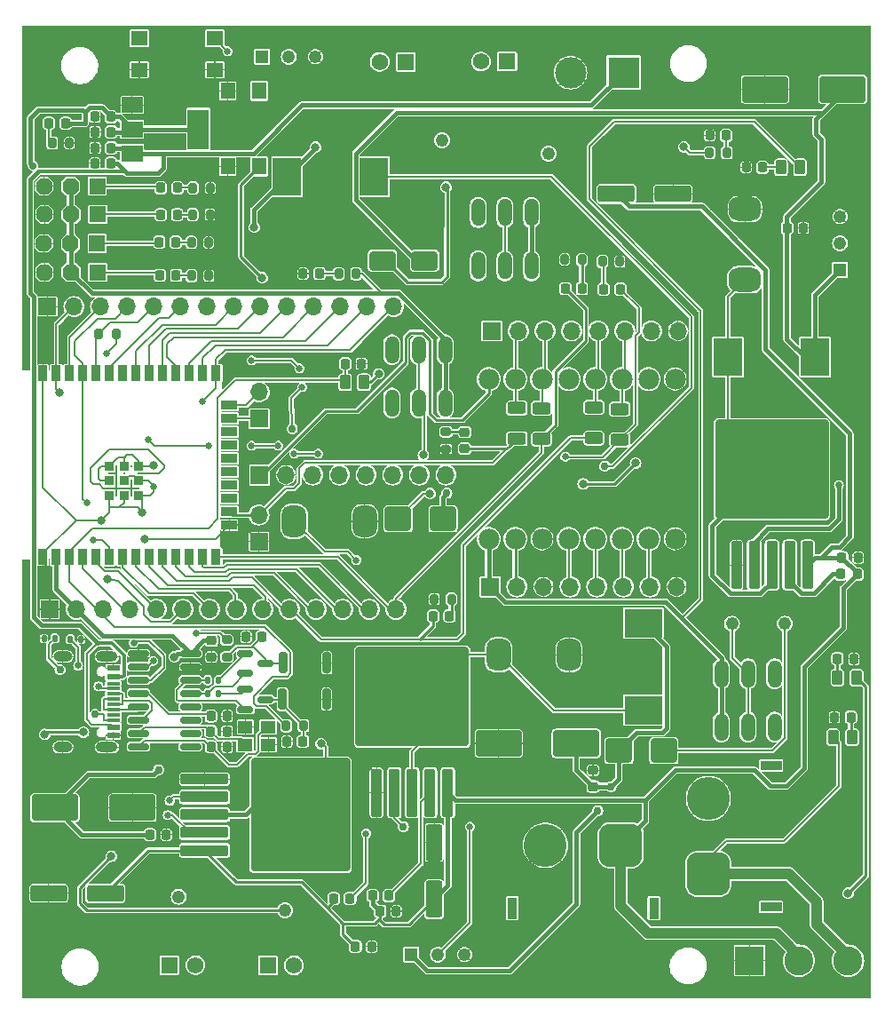
<source format=gbr>
%TF.GenerationSoftware,KiCad,Pcbnew,8.0.2*%
%TF.CreationDate,2024-06-04T14:33:09+05:30*%
%TF.ProjectId,evoborne,65766f62-6f72-46e6-952e-6b696361645f,rev?*%
%TF.SameCoordinates,Original*%
%TF.FileFunction,Copper,L1,Top*%
%TF.FilePolarity,Positive*%
%FSLAX46Y46*%
G04 Gerber Fmt 4.6, Leading zero omitted, Abs format (unit mm)*
G04 Created by KiCad (PCBNEW 8.0.2) date 2024-06-04 14:33:09*
%MOMM*%
%LPD*%
G01*
G04 APERTURE LIST*
G04 Aperture macros list*
%AMRoundRect*
0 Rectangle with rounded corners*
0 $1 Rounding radius*
0 $2 $3 $4 $5 $6 $7 $8 $9 X,Y pos of 4 corners*
0 Add a 4 corners polygon primitive as box body*
4,1,4,$2,$3,$4,$5,$6,$7,$8,$9,$2,$3,0*
0 Add four circle primitives for the rounded corners*
1,1,$1+$1,$2,$3*
1,1,$1+$1,$4,$5*
1,1,$1+$1,$6,$7*
1,1,$1+$1,$8,$9*
0 Add four rect primitives between the rounded corners*
20,1,$1+$1,$2,$3,$4,$5,0*
20,1,$1+$1,$4,$5,$6,$7,0*
20,1,$1+$1,$6,$7,$8,$9,0*
20,1,$1+$1,$8,$9,$2,$3,0*%
%AMOutline5P*
0 Free polygon, 5 corners , with rotation*
0 The origin of the aperture is its center*
0 number of corners: always 5*
0 $1 to $10 corner X, Y*
0 $11 Rotation angle, in degrees counterclockwise*
0 create outline with 5 corners*
4,1,5,$1,$2,$3,$4,$5,$6,$7,$8,$9,$10,$1,$2,$11*%
%AMOutline6P*
0 Free polygon, 6 corners , with rotation*
0 The origin of the aperture is its center*
0 number of corners: always 6*
0 $1 to $12 corner X, Y*
0 $13 Rotation angle, in degrees counterclockwise*
0 create outline with 6 corners*
4,1,6,$1,$2,$3,$4,$5,$6,$7,$8,$9,$10,$11,$12,$1,$2,$13*%
%AMOutline7P*
0 Free polygon, 7 corners , with rotation*
0 The origin of the aperture is its center*
0 number of corners: always 7*
0 $1 to $14 corner X, Y*
0 $15 Rotation angle, in degrees counterclockwise*
0 create outline with 7 corners*
4,1,7,$1,$2,$3,$4,$5,$6,$7,$8,$9,$10,$11,$12,$13,$14,$1,$2,$15*%
%AMOutline8P*
0 Free polygon, 8 corners , with rotation*
0 The origin of the aperture is its center*
0 number of corners: always 8*
0 $1 to $16 corner X, Y*
0 $17 Rotation angle, in degrees counterclockwise*
0 create outline with 8 corners*
4,1,8,$1,$2,$3,$4,$5,$6,$7,$8,$9,$10,$11,$12,$13,$14,$15,$16,$1,$2,$17*%
G04 Aperture macros list end*
%TA.AperFunction,SMDPad,CuDef*%
%ADD10RoundRect,0.250000X1.500000X0.550000X-1.500000X0.550000X-1.500000X-0.550000X1.500000X-0.550000X0*%
%TD*%
%TA.AperFunction,SMDPad,CuDef*%
%ADD11RoundRect,0.200000X-0.200000X-0.275000X0.200000X-0.275000X0.200000X0.275000X-0.200000X0.275000X0*%
%TD*%
%TA.AperFunction,SMDPad,CuDef*%
%ADD12RoundRect,0.250000X0.300000X-2.050000X0.300000X2.050000X-0.300000X2.050000X-0.300000X-2.050000X0*%
%TD*%
%TA.AperFunction,SMDPad,CuDef*%
%ADD13RoundRect,0.250000X2.375000X-2.025000X2.375000X2.025000X-2.375000X2.025000X-2.375000X-2.025000X0*%
%TD*%
%TA.AperFunction,SMDPad,CuDef*%
%ADD14RoundRect,0.250002X5.149998X-4.449998X5.149998X4.449998X-5.149998X4.449998X-5.149998X-4.449998X0*%
%TD*%
%TA.AperFunction,ComponentPad*%
%ADD15R,1.524000X1.524000*%
%TD*%
%TA.AperFunction,ComponentPad*%
%ADD16Outline8P,-0.762000X0.381000X-0.381000X0.762000X0.381000X0.762000X0.762000X0.381000X0.762000X-0.381000X0.381000X-0.762000X-0.381000X-0.762000X-0.762000X-0.381000X270.000000*%
%TD*%
%TA.AperFunction,ComponentPad*%
%ADD17R,1.700000X1.700000*%
%TD*%
%TA.AperFunction,ComponentPad*%
%ADD18O,1.700000X1.700000*%
%TD*%
%TA.AperFunction,ComponentPad*%
%ADD19R,1.575000X1.575000*%
%TD*%
%TA.AperFunction,ComponentPad*%
%ADD20C,1.575000*%
%TD*%
%TA.AperFunction,SMDPad,CuDef*%
%ADD21R,2.700000X3.600000*%
%TD*%
%TA.AperFunction,SMDPad,CuDef*%
%ADD22RoundRect,0.250000X-1.000000X-0.650000X1.000000X-0.650000X1.000000X0.650000X-1.000000X0.650000X0*%
%TD*%
%TA.AperFunction,SMDPad,CuDef*%
%ADD23RoundRect,0.200000X-0.200000X-0.800000X0.200000X-0.800000X0.200000X0.800000X-0.200000X0.800000X0*%
%TD*%
%TA.AperFunction,SMDPad,CuDef*%
%ADD24R,0.900000X1.500000*%
%TD*%
%TA.AperFunction,SMDPad,CuDef*%
%ADD25R,1.500000X0.900000*%
%TD*%
%TA.AperFunction,SMDPad,CuDef*%
%ADD26R,0.900000X0.900000*%
%TD*%
%TA.AperFunction,ComponentPad*%
%ADD27C,0.300000*%
%TD*%
%TA.AperFunction,SMDPad,CuDef*%
%ADD28RoundRect,0.225000X-0.225000X-0.250000X0.225000X-0.250000X0.225000X0.250000X-0.225000X0.250000X0*%
%TD*%
%TA.AperFunction,SMDPad,CuDef*%
%ADD29RoundRect,0.250000X0.550000X-1.500000X0.550000X1.500000X-0.550000X1.500000X-0.550000X-1.500000X0*%
%TD*%
%TA.AperFunction,ComponentPad*%
%ADD30R,1.218000X1.218000*%
%TD*%
%TA.AperFunction,ComponentPad*%
%ADD31C,1.218000*%
%TD*%
%TA.AperFunction,SMDPad,CuDef*%
%ADD32RoundRect,0.200000X0.200000X0.275000X-0.200000X0.275000X-0.200000X-0.275000X0.200000X-0.275000X0*%
%TD*%
%TA.AperFunction,SMDPad,CuDef*%
%ADD33RoundRect,0.250000X-1.000000X-0.900000X1.000000X-0.900000X1.000000X0.900000X-1.000000X0.900000X0*%
%TD*%
%TA.AperFunction,SMDPad,CuDef*%
%ADD34RoundRect,0.200000X0.275000X-0.200000X0.275000X0.200000X-0.275000X0.200000X-0.275000X-0.200000X0*%
%TD*%
%TA.AperFunction,SMDPad,CuDef*%
%ADD35RoundRect,0.250000X1.950000X1.000000X-1.950000X1.000000X-1.950000X-1.000000X1.950000X-1.000000X0*%
%TD*%
%TA.AperFunction,SMDPad,CuDef*%
%ADD36RoundRect,0.225000X0.225000X0.250000X-0.225000X0.250000X-0.225000X-0.250000X0.225000X-0.250000X0*%
%TD*%
%TA.AperFunction,SMDPad,CuDef*%
%ADD37RoundRect,0.218750X-0.218750X-0.256250X0.218750X-0.256250X0.218750X0.256250X-0.218750X0.256250X0*%
%TD*%
%TA.AperFunction,SMDPad,CuDef*%
%ADD38RoundRect,0.200000X-0.275000X0.200000X-0.275000X-0.200000X0.275000X-0.200000X0.275000X0.200000X0*%
%TD*%
%TA.AperFunction,SMDPad,CuDef*%
%ADD39R,1.600000X1.400000*%
%TD*%
%TA.AperFunction,SMDPad,CuDef*%
%ADD40RoundRect,0.218750X0.218750X0.256250X-0.218750X0.256250X-0.218750X-0.256250X0.218750X-0.256250X0*%
%TD*%
%TA.AperFunction,SMDPad,CuDef*%
%ADD41RoundRect,0.150000X-0.587500X-0.150000X0.587500X-0.150000X0.587500X0.150000X-0.587500X0.150000X0*%
%TD*%
%TA.AperFunction,SMDPad,CuDef*%
%ADD42R,1.400000X1.600000*%
%TD*%
%TA.AperFunction,ComponentPad*%
%ADD43O,1.320800X2.641600*%
%TD*%
%TA.AperFunction,SMDPad,CuDef*%
%ADD44RoundRect,0.250000X0.262500X0.450000X-0.262500X0.450000X-0.262500X-0.450000X0.262500X-0.450000X0*%
%TD*%
%TA.AperFunction,SMDPad,CuDef*%
%ADD45RoundRect,0.218750X-0.256250X0.218750X-0.256250X-0.218750X0.256250X-0.218750X0.256250X0.218750X0*%
%TD*%
%TA.AperFunction,SMDPad,CuDef*%
%ADD46RoundRect,0.135000X0.135000X0.185000X-0.135000X0.185000X-0.135000X-0.185000X0.135000X-0.185000X0*%
%TD*%
%TA.AperFunction,SMDPad,CuDef*%
%ADD47RoundRect,0.135000X-0.135000X-0.185000X0.135000X-0.185000X0.135000X0.185000X-0.135000X0.185000X0*%
%TD*%
%TA.AperFunction,SMDPad,CuDef*%
%ADD48RoundRect,0.885400X-0.279600X-0.649600X0.279600X-0.649600X0.279600X0.649600X-0.279600X0.649600X0*%
%TD*%
%TA.AperFunction,SMDPad,CuDef*%
%ADD49RoundRect,0.250000X0.625000X-0.312500X0.625000X0.312500X-0.625000X0.312500X-0.625000X-0.312500X0*%
%TD*%
%TA.AperFunction,ComponentPad*%
%ADD50C,1.980000*%
%TD*%
%TA.AperFunction,SMDPad,CuDef*%
%ADD51RoundRect,0.225000X0.250000X-0.225000X0.250000X0.225000X-0.250000X0.225000X-0.250000X-0.225000X0*%
%TD*%
%TA.AperFunction,ComponentPad*%
%ADD52R,0.900000X2.000000*%
%TD*%
%TA.AperFunction,ComponentPad*%
%ADD53RoundRect,1.025000X1.025000X1.025000X-1.025000X1.025000X-1.025000X-1.025000X1.025000X-1.025000X0*%
%TD*%
%TA.AperFunction,ComponentPad*%
%ADD54C,4.100000*%
%TD*%
%TA.AperFunction,ComponentPad*%
%ADD55C,1.228000*%
%TD*%
%TA.AperFunction,SMDPad,CuDef*%
%ADD56RoundRect,0.250000X-1.950000X-1.000000X1.950000X-1.000000X1.950000X1.000000X-1.950000X1.000000X0*%
%TD*%
%TA.AperFunction,SMDPad,CuDef*%
%ADD57RoundRect,0.250000X1.000000X0.900000X-1.000000X0.900000X-1.000000X-0.900000X1.000000X-0.900000X0*%
%TD*%
%TA.AperFunction,SMDPad,CuDef*%
%ADD58RoundRect,0.250000X-2.050000X-0.300000X2.050000X-0.300000X2.050000X0.300000X-2.050000X0.300000X0*%
%TD*%
%TA.AperFunction,SMDPad,CuDef*%
%ADD59RoundRect,0.250000X-2.025000X-2.375000X2.025000X-2.375000X2.025000X2.375000X-2.025000X2.375000X0*%
%TD*%
%TA.AperFunction,SMDPad,CuDef*%
%ADD60RoundRect,0.250002X-4.449998X-5.149998X4.449998X-5.149998X4.449998X5.149998X-4.449998X5.149998X0*%
%TD*%
%TA.AperFunction,ComponentPad*%
%ADD61R,3.000000X3.000000*%
%TD*%
%TA.AperFunction,ComponentPad*%
%ADD62C,3.000000*%
%TD*%
%TA.AperFunction,SMDPad,CuDef*%
%ADD63R,1.240000X0.600000*%
%TD*%
%TA.AperFunction,SMDPad,CuDef*%
%ADD64R,1.240000X0.300000*%
%TD*%
%TA.AperFunction,ComponentPad*%
%ADD65O,2.100000X1.000000*%
%TD*%
%TA.AperFunction,ComponentPad*%
%ADD66O,1.800000X1.000000*%
%TD*%
%TA.AperFunction,SMDPad,CuDef*%
%ADD67R,2.000000X1.500000*%
%TD*%
%TA.AperFunction,SMDPad,CuDef*%
%ADD68R,2.000000X3.800000*%
%TD*%
%TA.AperFunction,SMDPad,CuDef*%
%ADD69R,3.600000X2.700000*%
%TD*%
%TA.AperFunction,SMDPad,CuDef*%
%ADD70RoundRect,0.250000X-1.500000X-0.550000X1.500000X-0.550000X1.500000X0.550000X-1.500000X0.550000X0*%
%TD*%
%TA.AperFunction,ComponentPad*%
%ADD71C,1.219000*%
%TD*%
%TA.AperFunction,ComponentPad*%
%ADD72R,2.775000X2.775000*%
%TD*%
%TA.AperFunction,ComponentPad*%
%ADD73C,2.775000*%
%TD*%
%TA.AperFunction,SMDPad,CuDef*%
%ADD74RoundRect,0.250000X-0.262500X-0.450000X0.262500X-0.450000X0.262500X0.450000X-0.262500X0.450000X0*%
%TD*%
%TA.AperFunction,SMDPad,CuDef*%
%ADD75R,1.400000X1.200000*%
%TD*%
%TA.AperFunction,SMDPad,CuDef*%
%ADD76RoundRect,0.885400X0.649600X-0.279600X0.649600X0.279600X-0.649600X0.279600X-0.649600X-0.279600X0*%
%TD*%
%TA.AperFunction,SMDPad,CuDef*%
%ADD77RoundRect,0.150000X-0.825000X-0.150000X0.825000X-0.150000X0.825000X0.150000X-0.825000X0.150000X0*%
%TD*%
%TA.AperFunction,ComponentPad*%
%ADD78R,2.000000X0.900000*%
%TD*%
%TA.AperFunction,ComponentPad*%
%ADD79RoundRect,1.025000X-1.025000X1.025000X-1.025000X-1.025000X1.025000X-1.025000X1.025000X1.025000X0*%
%TD*%
%TA.AperFunction,ViaPad*%
%ADD80C,0.800000*%
%TD*%
%TA.AperFunction,ViaPad*%
%ADD81C,0.650000*%
%TD*%
%TA.AperFunction,ViaPad*%
%ADD82C,0.750000*%
%TD*%
%TA.AperFunction,ViaPad*%
%ADD83C,0.700000*%
%TD*%
%TA.AperFunction,Conductor*%
%ADD84C,0.160000*%
%TD*%
%TA.AperFunction,Conductor*%
%ADD85C,0.150000*%
%TD*%
%TA.AperFunction,Conductor*%
%ADD86C,0.200000*%
%TD*%
%TA.AperFunction,Conductor*%
%ADD87C,0.350000*%
%TD*%
%TA.AperFunction,Conductor*%
%ADD88C,0.400000*%
%TD*%
%TA.AperFunction,Conductor*%
%ADD89C,0.250000*%
%TD*%
%TA.AperFunction,Conductor*%
%ADD90C,0.180000*%
%TD*%
%TA.AperFunction,Conductor*%
%ADD91C,1.000000*%
%TD*%
G04 APERTURE END LIST*
D10*
%TO.P,C12,1*%
%TO.N,/24V*%
X57410000Y-144520000D03*
%TO.P,C12,2*%
%TO.N,GND*%
X52010000Y-144520000D03*
%TD*%
D11*
%TO.P,R14,1*%
%TO.N,Net-(D12-K)*%
X104840000Y-84290000D03*
%TO.P,R14,2*%
%TO.N,GND*%
X106490000Y-84290000D03*
%TD*%
%TO.P,R20,1*%
%TO.N,Net-(D18-K)*%
X52355000Y-73000000D03*
%TO.P,R20,2*%
%TO.N,GND*%
X54005000Y-73000000D03*
%TD*%
D12*
%TO.P,U5,1,GND*%
%TO.N,GND*%
X83285000Y-134935000D03*
%TO.P,U5,2,FB*%
%TO.N,Net-(U5-FB)*%
X84985000Y-134935000D03*
%TO.P,U5,3,SW*%
%TO.N,Net-(U5-SW)*%
X86685000Y-134935000D03*
D13*
X83910000Y-128210000D03*
X89460000Y-128210000D03*
D14*
X86685000Y-125785000D03*
D13*
X83910000Y-123360000D03*
X89460000Y-123360000D03*
D12*
%TO.P,U5,4,VC*%
%TO.N,Net-(U5-VC)*%
X88385000Y-134935000D03*
%TO.P,U5,5,VIN*%
%TO.N,/24V*%
X90085000Y-134935000D03*
%TD*%
D15*
%TO.P,J6,1,Pin_1*%
%TO.N,/15*%
X56640000Y-82580000D03*
D16*
%TO.P,J6,2,Pin_2*%
%TO.N,/8.4V_P*%
X54100000Y-82580000D03*
%TO.P,J6,3,Pin_3*%
%TO.N,GND*%
X51560000Y-82580000D03*
%TD*%
D17*
%TO.P,J12,1,Pin_1*%
%TO.N,/12V_P*%
X94130000Y-115310000D03*
D18*
%TO.P,J12,2,Pin_2*%
%TO.N,/3V3*%
X96670000Y-115310000D03*
%TO.P,J12,3,Pin_3*%
%TO.N,GND*%
X99210000Y-115310000D03*
%TO.P,J12,4,Pin_4*%
%TO.N,/M1A*%
X101750000Y-115310000D03*
%TO.P,J12,5,Pin_5*%
%TO.N,/M1B*%
X104290000Y-115310000D03*
%TO.P,J12,6,Pin_6*%
%TO.N,/M2B*%
X106830000Y-115310000D03*
%TO.P,J12,7,Pin_7*%
%TO.N,/M2A*%
X109370000Y-115310000D03*
%TO.P,J12,8,Pin_8*%
%TO.N,GND*%
X111910000Y-115310000D03*
%TD*%
D15*
%TO.P,J5,1,Pin_1*%
%TO.N,/5*%
X56700000Y-85330000D03*
D16*
%TO.P,J5,2,Pin_2*%
%TO.N,/8.4V_P*%
X54160000Y-85330000D03*
%TO.P,J5,3,Pin_3*%
%TO.N,GND*%
X51620000Y-85330000D03*
%TD*%
D11*
%TO.P,R19,1*%
%TO.N,/5V_P*%
X115052500Y-73930000D03*
%TO.P,R19,2*%
%TO.N,Net-(D5-A)*%
X116702500Y-73930000D03*
%TD*%
D19*
%TO.P,J4,1,1*%
%TO.N,/M2A*%
X86086000Y-65261000D03*
D20*
%TO.P,J4,2,2*%
%TO.N,/M2B*%
X83586000Y-65261000D03*
%TD*%
D21*
%TO.P,L3,1,1*%
%TO.N,Net-(U6-SW)*%
X83050000Y-76210000D03*
%TO.P,L3,2,2*%
%TO.N,/8.4V*%
X74750000Y-76210000D03*
%TD*%
D22*
%TO.P,D8,1,K*%
%TO.N,Net-(D8-K)*%
X83860000Y-84220000D03*
%TO.P,D8,2,A*%
%TO.N,/5V*%
X87860000Y-84220000D03*
%TD*%
D23*
%TO.P,SW6,1,1*%
%TO.N,Net-(Q2-C)*%
X74360000Y-122560000D03*
%TO.P,SW6,2,2*%
%TO.N,GND*%
X78560000Y-122560000D03*
%TD*%
D24*
%TO.P,U3,1,GND*%
%TO.N,GND*%
X51480000Y-112450000D03*
%TO.P,U3,2,3V3*%
%TO.N,/3V3*%
X52750000Y-112450000D03*
%TO.P,U3,3,EN*%
%TO.N,/EN*%
X54020000Y-112450000D03*
%TO.P,U3,4,SENSOR_VP*%
%TO.N,/VP*%
X55290000Y-112450000D03*
%TO.P,U3,5,SENSOR_VN*%
%TO.N,/VN*%
X56560000Y-112450000D03*
%TO.P,U3,6,IO34*%
%TO.N,/34*%
X57830000Y-112450000D03*
%TO.P,U3,7,IO35*%
%TO.N,/35*%
X59100000Y-112450000D03*
%TO.P,U3,8,IO32*%
%TO.N,/32*%
X60370000Y-112450000D03*
%TO.P,U3,9,IO33*%
%TO.N,/33*%
X61640000Y-112450000D03*
%TO.P,U3,10,IO25*%
%TO.N,/25*%
X62910000Y-112450000D03*
%TO.P,U3,11,IO26*%
%TO.N,/26*%
X64180000Y-112450000D03*
%TO.P,U3,12,IO27*%
%TO.N,/27*%
X65450000Y-112450000D03*
%TO.P,U3,13,IO14*%
%TO.N,/14*%
X66720000Y-112450000D03*
%TO.P,U3,14,IO12*%
%TO.N,/12*%
X67990000Y-112450000D03*
D25*
%TO.P,U3,15,GND*%
%TO.N,GND*%
X69240000Y-109415000D03*
%TO.P,U3,16,IO13*%
%TO.N,/13*%
X69240000Y-108145000D03*
%TO.P,U3,17,NC*%
%TO.N,unconnected-(U3-NC-Pad17)*%
X69240000Y-106875000D03*
%TO.P,U3,18,NC*%
%TO.N,unconnected-(U3-NC-Pad18)*%
X69240000Y-105605000D03*
%TO.P,U3,19,NC*%
%TO.N,unconnected-(U3-NC-Pad19)*%
X69240000Y-104335000D03*
%TO.P,U3,20,NC*%
%TO.N,unconnected-(U3-NC-Pad20)*%
X69240000Y-103065000D03*
%TO.P,U3,21,NC*%
%TO.N,unconnected-(U3-NC-Pad21)*%
X69240000Y-101795000D03*
%TO.P,U3,22,NC*%
%TO.N,unconnected-(U3-NC-Pad22)*%
X69240000Y-100525000D03*
%TO.P,U3,23,IO15*%
%TO.N,/15*%
X69240000Y-99255000D03*
%TO.P,U3,24,IO2*%
%TO.N,/2*%
X69240000Y-97985000D03*
D24*
%TO.P,U3,25,IO0*%
%TO.N,/0*%
X67990000Y-94950000D03*
%TO.P,U3,26,IO4*%
%TO.N,/4*%
X66720000Y-94950000D03*
%TO.P,U3,27,IO16*%
%TO.N,/16*%
X65450000Y-94950000D03*
%TO.P,U3,28,IO17*%
%TO.N,/17*%
X64180000Y-94950000D03*
%TO.P,U3,29,IO5*%
%TO.N,/5*%
X62910000Y-94950000D03*
%TO.P,U3,30,IO18*%
%TO.N,/18*%
X61640000Y-94950000D03*
%TO.P,U3,31,IO19*%
%TO.N,/19*%
X60370000Y-94950000D03*
%TO.P,U3,32,NC1*%
%TO.N,unconnected-(U3-NC1-Pad32)*%
X59100000Y-94950000D03*
%TO.P,U3,33,IO21*%
%TO.N,/21*%
X57830000Y-94950000D03*
%TO.P,U3,34,RXD0*%
%TO.N,/RXD*%
X56560000Y-94950000D03*
%TO.P,U3,35,TXD0*%
%TO.N,/TXD*%
X55290000Y-94950000D03*
%TO.P,U3,36,IO22*%
%TO.N,/22*%
X54020000Y-94950000D03*
%TO.P,U3,37,IO23*%
%TO.N,/23*%
X52750000Y-94950000D03*
%TO.P,U3,38,GND*%
%TO.N,GND*%
X51480000Y-94950000D03*
D26*
%TO.P,U3,39_1,GND*%
X57800000Y-106600000D03*
%TO.P,U3,39_2,GND*%
X57800000Y-105200000D03*
%TO.P,U3,39_3,GND*%
X57800000Y-103800000D03*
%TO.P,U3,39_4,GND*%
X59200000Y-106600000D03*
%TO.P,U3,39_5,GND*%
X59200000Y-105200000D03*
%TO.P,U3,39_6,GND*%
X59200000Y-103800000D03*
%TO.P,U3,39_7,GND*%
X60600000Y-106600000D03*
%TO.P,U3,39_8,GND*%
X60600000Y-105200000D03*
%TO.P,U3,39_9,GND*%
X60600000Y-103800000D03*
D27*
%TO.P,U3,39_10*%
%TO.N,N/C*%
X57800000Y-105900000D03*
%TO.P,U3,39_11*%
X57800000Y-104500000D03*
%TO.P,U3,39_12*%
X58500000Y-106600000D03*
%TO.P,U3,39_13*%
X58500000Y-105200000D03*
%TO.P,U3,39_14*%
X58500000Y-103800000D03*
%TO.P,U3,39_15*%
X59200000Y-105900000D03*
%TO.P,U3,39_16*%
X59200000Y-104500000D03*
%TO.P,U3,39_17*%
X59900000Y-106600000D03*
%TO.P,U3,39_18*%
X59900000Y-105200000D03*
%TO.P,U3,39_19*%
X59900000Y-103800000D03*
%TO.P,U3,39_20*%
X60600000Y-105900000D03*
%TO.P,U3,39_21*%
X60600000Y-104500000D03*
%TD*%
D17*
%TO.P,J17,1,Pin_1*%
%TO.N,GND*%
X51890000Y-88590000D03*
D18*
%TO.P,J17,2,Pin_2*%
%TO.N,/23*%
X54430000Y-88590000D03*
%TO.P,J17,3,Pin_3*%
%TO.N,/22*%
X56970000Y-88590000D03*
%TO.P,J17,4,Pin_4*%
%TO.N,/TXD*%
X59510000Y-88590000D03*
%TO.P,J17,5,Pin_5*%
%TO.N,/RXD*%
X62050000Y-88590000D03*
%TO.P,J17,6,Pin_6*%
%TO.N,/21*%
X64590000Y-88590000D03*
%TO.P,J17,7,Pin_7*%
%TO.N,unconnected-(J17-Pin_7-Pad7)*%
X67130000Y-88590000D03*
%TO.P,J17,8,Pin_8*%
%TO.N,/19*%
X69670000Y-88590000D03*
%TO.P,J17,9,Pin_9*%
%TO.N,/18*%
X72210000Y-88590000D03*
%TO.P,J17,10,Pin_10*%
%TO.N,/5*%
X74750000Y-88590000D03*
%TO.P,J17,11,Pin_11*%
%TO.N,/17*%
X77290000Y-88590000D03*
%TO.P,J17,12,Pin_12*%
%TO.N,/16*%
X79830000Y-88590000D03*
%TO.P,J17,13,Pin_13*%
%TO.N,/4*%
X82370000Y-88590000D03*
%TO.P,J17,14,Pin_14*%
%TO.N,/0*%
X84910000Y-88590000D03*
%TD*%
D28*
%TO.P,C24,1*%
%TO.N,GND*%
X74725000Y-130050000D03*
%TO.P,C24,2*%
%TO.N,Net-(Q1-C)*%
X76275000Y-130050000D03*
%TD*%
D29*
%TO.P,C9,1*%
%TO.N,/24V*%
X88790000Y-145080000D03*
%TO.P,C9,2*%
%TO.N,GND*%
X88790000Y-139680000D03*
%TD*%
D17*
%TO.P,J11,1,Pin_1*%
%TO.N,/3V3*%
X94270000Y-90910000D03*
D18*
%TO.P,J11,2,Pin_2*%
%TO.N,/A2*%
X96810000Y-90910000D03*
%TO.P,J11,3,Pin_3*%
%TO.N,/A1*%
X99350000Y-90910000D03*
%TO.P,J11,4,Pin_4*%
%TO.N,/3V3*%
X101890000Y-90910000D03*
%TO.P,J11,5,Pin_5*%
%TO.N,/B1*%
X104430000Y-90910000D03*
%TO.P,J11,6,Pin_6*%
%TO.N,/B2*%
X106970000Y-90910000D03*
%TO.P,J11,7,Pin_7*%
%TO.N,/3V3*%
X109510000Y-90910000D03*
%TO.P,J11,8,Pin_8*%
%TO.N,GND*%
X112050000Y-90910000D03*
%TD*%
D30*
%TO.P,R6,1*%
%TO.N,/8.4V*%
X72390000Y-64770000D03*
D31*
%TO.P,R6,2*%
%TO.N,Net-(U6-FB)*%
X74930000Y-64770000D03*
%TO.P,R6,3*%
%TO.N,GND*%
X77470000Y-64770000D03*
%TD*%
D12*
%TO.P,U4,1,GND*%
%TO.N,GND*%
X117610000Y-113250000D03*
%TO.P,U4,2,FB*%
%TO.N,Net-(U4-FB)*%
X119310000Y-113250000D03*
%TO.P,U4,3,SW*%
%TO.N,Net-(U4-SW)*%
X121010000Y-113250000D03*
D13*
X118235000Y-106525000D03*
X123785000Y-106525000D03*
D14*
X121010000Y-104100000D03*
D13*
X118235000Y-101675000D03*
X123785000Y-101675000D03*
D12*
%TO.P,U4,4,VC*%
%TO.N,Net-(U4-VC)*%
X122710000Y-113250000D03*
%TO.P,U4,5,VIN*%
%TO.N,/24V*%
X124410000Y-113250000D03*
%TD*%
D11*
%TO.P,R18,1*%
%TO.N,Net-(D16-K)*%
X65790000Y-77280000D03*
%TO.P,R18,2*%
%TO.N,GND*%
X67440000Y-77280000D03*
%TD*%
D32*
%TO.P,R11,1*%
%TO.N,Net-(D9-K)*%
X102885000Y-84110000D03*
%TO.P,R11,2*%
%TO.N,GND*%
X101235000Y-84110000D03*
%TD*%
D28*
%TO.P,C13,1*%
%TO.N,/24V*%
X81280000Y-149606000D03*
%TO.P,C13,2*%
%TO.N,GND*%
X82830000Y-149606000D03*
%TD*%
D33*
%TO.P,D3,1,K*%
%TO.N,Net-(D3-K)*%
X85330000Y-108820000D03*
%TO.P,D3,2,A*%
%TO.N,/8.4V*%
X89630000Y-108820000D03*
%TD*%
D34*
%TO.P,R8,1*%
%TO.N,Net-(Q2-C)*%
X69010000Y-122015000D03*
%TO.P,R8,2*%
%TO.N,/0*%
X69010000Y-120365000D03*
%TD*%
D35*
%TO.P,C11,1*%
%TO.N,/12V*%
X102340000Y-130230000D03*
%TO.P,C11,2*%
%TO.N,GND*%
X94940000Y-130230000D03*
%TD*%
D36*
%TO.P,C17,1*%
%TO.N,/24V*%
X129140000Y-114100000D03*
%TO.P,C17,2*%
%TO.N,Net-(U4-VC)*%
X127590000Y-114100000D03*
%TD*%
D37*
%TO.P,D18,1,K*%
%TO.N,Net-(D18-K)*%
X52044500Y-71120000D03*
%TO.P,D18,2,A*%
%TO.N,/3V3*%
X53619500Y-71120000D03*
%TD*%
D17*
%TO.P,J15,1,Pin_1*%
%TO.N,/3V3*%
X72136000Y-104648000D03*
D18*
%TO.P,J15,2,Pin_2*%
%TO.N,GND*%
X74676000Y-104648000D03*
%TO.P,J15,3,Pin_3*%
%TO.N,/21*%
X77216000Y-104648000D03*
%TO.P,J15,4,Pin_4*%
%TO.N,/22*%
X79756000Y-104648000D03*
%TO.P,J15,5,Pin_5*%
%TO.N,unconnected-(J15-Pin_5-Pad5)*%
X82296000Y-104648000D03*
%TO.P,J15,6,Pin_6*%
%TO.N,unconnected-(J15-Pin_6-Pad6)*%
X84836000Y-104648000D03*
%TO.P,J15,7,Pin_7*%
%TO.N,unconnected-(J15-Pin_7-Pad7)*%
X87376000Y-104648000D03*
%TO.P,J15,8,Pin_8*%
%TO.N,/23*%
X89916000Y-104648000D03*
%TD*%
D38*
%TO.P,R12,1*%
%TO.N,Net-(D10-K)*%
X89916000Y-100521000D03*
%TO.P,R12,2*%
%TO.N,GND*%
X89916000Y-102171000D03*
%TD*%
D11*
%TO.P,R17,1*%
%TO.N,Net-(D15-K)*%
X65752500Y-79830000D03*
%TO.P,R17,2*%
%TO.N,GND*%
X67402500Y-79830000D03*
%TD*%
D39*
%TO.P,SW7,1,1*%
%TO.N,GND*%
X60662000Y-66016000D03*
%TO.P,SW7,2,2*%
X67862000Y-66016000D03*
%TO.P,SW7,3,3*%
%TO.N,unconnected-(SW7-Pad3)*%
X60662000Y-63016000D03*
%TO.P,SW7,4,4*%
%TO.N,/4*%
X67862000Y-63016000D03*
%TD*%
D36*
%TO.P,C3,1*%
%TO.N,/3V3*%
X57990000Y-71950000D03*
%TO.P,C3,2*%
%TO.N,GND*%
X56440000Y-71950000D03*
%TD*%
D28*
%TO.P,C21,1*%
%TO.N,Net-(U7-XO)*%
X67500000Y-130560000D03*
%TO.P,C21,2*%
%TO.N,GND*%
X69050000Y-130560000D03*
%TD*%
%TO.P,C22,1*%
%TO.N,Net-(U7-V3)*%
X67500000Y-127620000D03*
%TO.P,C22,2*%
%TO.N,GND*%
X69050000Y-127620000D03*
%TD*%
D23*
%TO.P,SW5,1,1*%
%TO.N,Net-(Q1-C)*%
X74320000Y-126020000D03*
%TO.P,SW5,2,2*%
%TO.N,GND*%
X78520000Y-126020000D03*
%TD*%
D40*
%TO.P,D15,1,K*%
%TO.N,Net-(D15-K)*%
X64270000Y-79840000D03*
%TO.P,D15,2,A*%
%TO.N,/18*%
X62695000Y-79840000D03*
%TD*%
D41*
%TO.P,Q1,1,B*%
%TO.N,Net-(Q1-B)*%
X70785000Y-125110000D03*
%TO.P,Q1,2,E*%
%TO.N,Net-(Q1-E)*%
X70785000Y-127010000D03*
%TO.P,Q1,3,C*%
%TO.N,Net-(Q1-C)*%
X72660000Y-126060000D03*
%TD*%
%TO.P,Q2,1,B*%
%TO.N,Net-(Q2-B)*%
X70780000Y-121680000D03*
%TO.P,Q2,2,E*%
%TO.N,Net-(Q2-E)*%
X70780000Y-123580000D03*
%TO.P,Q2,3,C*%
%TO.N,Net-(Q2-C)*%
X72655000Y-122630000D03*
%TD*%
D42*
%TO.P,SW8,1,1*%
%TO.N,GND*%
X69112000Y-68028000D03*
%TO.P,SW8,2,2*%
X69112000Y-75228000D03*
%TO.P,SW8,3,3*%
%TO.N,unconnected-(SW8-Pad3)*%
X72112000Y-68028000D03*
%TO.P,SW8,4,4*%
%TO.N,/2*%
X72112000Y-75228000D03*
%TD*%
D40*
%TO.P,D13,1,K*%
%TO.N,Net-(D13-K)*%
X64180000Y-85620000D03*
%TO.P,D13,2,A*%
%TO.N,/5*%
X62605000Y-85620000D03*
%TD*%
D28*
%TO.P,C25,1*%
%TO.N,GND*%
X70840000Y-120060000D03*
%TO.P,C25,2*%
%TO.N,Net-(Q2-C)*%
X72390000Y-120060000D03*
%TD*%
D15*
%TO.P,J8,1,Pin_1*%
%TO.N,/19*%
X56650000Y-77120000D03*
D16*
%TO.P,J8,2,Pin_2*%
%TO.N,/8.4V_P*%
X54110000Y-77120000D03*
%TO.P,J8,3,Pin_3*%
%TO.N,GND*%
X51570000Y-77120000D03*
%TD*%
D43*
%TO.P,SW3,1,A*%
%TO.N,unconnected-(SW3-A-Pad1)*%
X84770000Y-92710000D03*
%TO.P,SW3,2,B*%
%TO.N,Net-(D3-K)*%
X87310000Y-92710000D03*
%TO.P,SW3,3,C*%
%TO.N,/8.4V_P*%
X89850000Y-92710000D03*
%TO.P,SW3,4,A*%
%TO.N,unconnected-(SW3-A-Pad4)*%
X84770000Y-97790000D03*
%TO.P,SW3,5,B*%
%TO.N,Net-(D3-K)*%
X87310000Y-97790000D03*
%TO.P,SW3,6,C*%
%TO.N,/8.4V_P*%
X89850000Y-97790000D03*
%TD*%
D44*
%TO.P,R22,1*%
%TO.N,/12V_P*%
X123692500Y-75320000D03*
%TO.P,R22,2*%
%TO.N,Net-(D19-A)*%
X121867500Y-75320000D03*
%TD*%
D45*
%TO.P,D10,1,K*%
%TO.N,Net-(D10-K)*%
X91694000Y-100558500D03*
%TO.P,D10,2,A*%
%TO.N,/13*%
X91694000Y-102133500D03*
%TD*%
D40*
%TO.P,D2,1,K*%
%TO.N,GND*%
X128829000Y-122174000D03*
%TO.P,D2,2,A*%
%TO.N,Net-(D2-A)*%
X127254000Y-122174000D03*
%TD*%
D21*
%TO.P,L1,1,1*%
%TO.N,Net-(U4-SW)*%
X116800000Y-93410000D03*
%TO.P,L1,2,2*%
%TO.N,/5V*%
X125100000Y-93410000D03*
%TD*%
D28*
%TO.P,C15,1*%
%TO.N,/8.4V*%
X61695000Y-138940000D03*
%TO.P,C15,2*%
%TO.N,GND*%
X63245000Y-138940000D03*
%TD*%
D17*
%TO.P,J18,1,Pin_1*%
%TO.N,GND*%
X72070000Y-111000000D03*
D18*
%TO.P,J18,2,Pin_2*%
%TO.N,/13*%
X72070000Y-108460000D03*
%TD*%
D40*
%TO.P,D9,1,K*%
%TO.N,Net-(D9-K)*%
X102877500Y-86890000D03*
%TO.P,D9,2,A*%
%TO.N,/12*%
X101302500Y-86890000D03*
%TD*%
%TO.P,D14,1,K*%
%TO.N,Net-(D14-K)*%
X64147500Y-82450000D03*
%TO.P,D14,2,A*%
%TO.N,/15*%
X62572500Y-82450000D03*
%TD*%
D46*
%TO.P,R29,1*%
%TO.N,Net-(Q2-B)*%
X68210000Y-124220000D03*
%TO.P,R29,2*%
%TO.N,Net-(Q1-E)*%
X67190000Y-124220000D03*
%TD*%
D47*
%TO.P,R25,1*%
%TO.N,Net-(J14-CC1)*%
X54090000Y-120320000D03*
%TO.P,R25,2*%
%TO.N,GND*%
X55110000Y-120320000D03*
%TD*%
D37*
%TO.P,D5,1,K*%
%TO.N,GND*%
X115072500Y-72270000D03*
%TO.P,D5,2,A*%
%TO.N,Net-(D5-A)*%
X116647500Y-72270000D03*
%TD*%
D11*
%TO.P,R9,1*%
%TO.N,/EN*%
X74680000Y-128550000D03*
%TO.P,R9,2*%
%TO.N,Net-(Q1-C)*%
X76330000Y-128550000D03*
%TD*%
D15*
%TO.P,J7,1,Pin_1*%
%TO.N,/18*%
X56710000Y-79800000D03*
D16*
%TO.P,J7,2,Pin_2*%
%TO.N,/8.4V_P*%
X54170000Y-79800000D03*
%TO.P,J7,3,Pin_3*%
%TO.N,GND*%
X51630000Y-79800000D03*
%TD*%
D48*
%TO.P,D7,A*%
%TO.N,GND*%
X82157500Y-109060000D03*
%TO.P,D7,C*%
%TO.N,Net-(U6-SW)*%
X75427500Y-109060000D03*
%TD*%
D49*
%TO.P,R4,1*%
%TO.N,/26*%
X106500000Y-101285000D03*
%TO.P,R4,2*%
%TO.N,/B2*%
X106500000Y-98360000D03*
%TD*%
D43*
%TO.P,SW2,1,A*%
%TO.N,unconnected-(SW2-A-Pad1)*%
X121260000Y-128680000D03*
%TO.P,SW2,2,B*%
%TO.N,Net-(F1-Pad2)*%
X118720000Y-128680000D03*
%TO.P,SW2,3,C*%
%TO.N,/12V_P*%
X116180000Y-128680000D03*
%TO.P,SW2,4,A*%
%TO.N,unconnected-(SW2-A-Pad4)*%
X121260000Y-123600000D03*
%TO.P,SW2,5,B*%
%TO.N,Net-(F1-Pad2)*%
X118720000Y-123600000D03*
%TO.P,SW2,6,C*%
%TO.N,/12V_P*%
X116180000Y-123600000D03*
%TD*%
D48*
%TO.P,D6,A*%
%TO.N,GND*%
X101660000Y-121800000D03*
%TO.P,D6,C*%
%TO.N,Net-(U5-SW)*%
X94930000Y-121800000D03*
%TD*%
D19*
%TO.P,J1,1,1*%
%TO.N,/M1A*%
X63520000Y-151384000D03*
D20*
%TO.P,J1,2,2*%
%TO.N,/M1B*%
X66020000Y-151384000D03*
%TD*%
D19*
%TO.P,J2,1,1*%
%TO.N,/M1A*%
X72918000Y-151401000D03*
D20*
%TO.P,J2,2,2*%
%TO.N,/M1B*%
X75418000Y-151401000D03*
%TD*%
D40*
%TO.P,D11,1,K*%
%TO.N,Net-(D11-K)*%
X90247500Y-118100000D03*
%TO.P,D11,2,A*%
%TO.N,/25*%
X88672500Y-118100000D03*
%TD*%
D50*
%TO.P,U1,1,VM*%
%TO.N,/12V_P*%
X93990000Y-110740000D03*
%TO.P,U1,2,VCC*%
%TO.N,/3V3*%
X96530000Y-110740000D03*
%TO.P,U1,3,GND*%
%TO.N,GND*%
X99070000Y-110740000D03*
%TO.P,U1,4,A01*%
%TO.N,/M1A*%
X101610000Y-110740000D03*
%TO.P,U1,5,A02*%
%TO.N,/M1B*%
X104150000Y-110740000D03*
%TO.P,U1,6,B02*%
%TO.N,/M2B*%
X106690000Y-110740000D03*
%TO.P,U1,7,B01*%
%TO.N,/M2A*%
X109230000Y-110740000D03*
%TO.P,U1,8,GND*%
%TO.N,GND*%
X111770000Y-110740000D03*
%TO.P,U1,9,GND*%
X111770000Y-95500000D03*
%TO.P,U1,10,PWMB*%
%TO.N,/3V3*%
X109230000Y-95500000D03*
%TO.P,U1,11,BI2*%
%TO.N,/B2*%
X106690000Y-95500000D03*
%TO.P,U1,12,BI1*%
%TO.N,/B1*%
X104150000Y-95500000D03*
%TO.P,U1,13,STBY*%
%TO.N,/3V3*%
X101610000Y-95500000D03*
%TO.P,U1,14,AI1*%
%TO.N,/A1*%
X99070000Y-95500000D03*
%TO.P,U1,15,AI2*%
%TO.N,/A2*%
X96530000Y-95500000D03*
%TO.P,U1,16,PWMA*%
%TO.N,/3V3*%
X93990000Y-95500000D03*
%TD*%
D11*
%TO.P,R15,1*%
%TO.N,Net-(D13-K)*%
X65650000Y-85640000D03*
%TO.P,R15,2*%
%TO.N,GND*%
X67300000Y-85640000D03*
%TD*%
D36*
%TO.P,C2,1*%
%TO.N,/5V_P*%
X57960000Y-74930000D03*
%TO.P,C2,2*%
%TO.N,GND*%
X56410000Y-74930000D03*
%TD*%
D51*
%TO.P,C10,1*%
%TO.N,/12V*%
X103930000Y-134340000D03*
%TO.P,C10,2*%
%TO.N,GND*%
X103930000Y-132790000D03*
%TD*%
D17*
%TO.P,J16,1,Pin_1*%
%TO.N,GND*%
X52120000Y-117450000D03*
D18*
%TO.P,J16,2,Pin_2*%
%TO.N,/3V3*%
X54660000Y-117450000D03*
%TO.P,J16,3,Pin_3*%
%TO.N,/EN*%
X57200000Y-117450000D03*
%TO.P,J16,4,Pin_4*%
%TO.N,/VP*%
X59740000Y-117450000D03*
%TO.P,J16,5,Pin_5*%
%TO.N,/VN*%
X62280000Y-117450000D03*
%TO.P,J16,6,Pin_6*%
%TO.N,/34*%
X64820000Y-117450000D03*
%TO.P,J16,7,Pin_7*%
%TO.N,/35*%
X67360000Y-117450000D03*
%TO.P,J16,8,Pin_8*%
%TO.N,/32*%
X69900000Y-117450000D03*
%TO.P,J16,9,Pin_9*%
%TO.N,/33*%
X72440000Y-117450000D03*
%TO.P,J16,10,Pin_10*%
%TO.N,/25*%
X74980000Y-117450000D03*
%TO.P,J16,11,Pin_11*%
%TO.N,/26*%
X77520000Y-117450000D03*
%TO.P,J16,12,Pin_12*%
%TO.N,/27*%
X80060000Y-117450000D03*
%TO.P,J16,13,Pin_13*%
%TO.N,/14*%
X82600000Y-117450000D03*
%TO.P,J16,14,Pin_14*%
%TO.N,/12*%
X85140000Y-117450000D03*
%TD*%
D40*
%TO.P,D16,1,K*%
%TO.N,Net-(D16-K)*%
X64287500Y-77260000D03*
%TO.P,D16,2,A*%
%TO.N,/19*%
X62712500Y-77260000D03*
%TD*%
D52*
%TO.P,J9,*%
%TO.N,*%
X109740000Y-145940000D03*
X96240000Y-145940000D03*
D53*
%TO.P,J9,1,+*%
%TO.N,/24V*%
X106590000Y-139940000D03*
D54*
%TO.P,J9,2,-*%
%TO.N,GND*%
X99390000Y-139940000D03*
%TD*%
D47*
%TO.P,R26,1*%
%TO.N,GND*%
X51570000Y-120220000D03*
%TO.P,R26,2*%
%TO.N,Net-(J14-CC2)*%
X52590000Y-120220000D03*
%TD*%
D37*
%TO.P,D12,1,K*%
%TO.N,Net-(D12-K)*%
X104972500Y-86940000D03*
%TO.P,D12,2,A*%
%TO.N,/26*%
X106547500Y-86940000D03*
%TD*%
D28*
%TO.P,C6,1*%
%TO.N,/24V*%
X127675000Y-112520000D03*
%TO.P,C6,2*%
%TO.N,GND*%
X129225000Y-112520000D03*
%TD*%
D11*
%TO.P,R27,1*%
%TO.N,/RXD*%
X56800000Y-91200000D03*
%TO.P,R27,2*%
%TO.N,Net-(U7-TXD)*%
X58450000Y-91200000D03*
%TD*%
D28*
%TO.P,C14,1*%
%TO.N,/24V*%
X79222000Y-145034000D03*
%TO.P,C14,2*%
%TO.N,Net-(U6-VC)*%
X80772000Y-145034000D03*
%TD*%
D30*
%TO.P,R7,1*%
%TO.N,/5V*%
X127508000Y-85090000D03*
D31*
%TO.P,R7,2*%
%TO.N,Net-(U4-FB)*%
X127508000Y-82550000D03*
%TO.P,R7,3*%
%TO.N,GND*%
X127508000Y-80010000D03*
%TD*%
D36*
%TO.P,C4,1*%
%TO.N,/3V3*%
X57960000Y-70490000D03*
%TO.P,C4,2*%
%TO.N,GND*%
X56410000Y-70490000D03*
%TD*%
D55*
%TO.P,F2,1*%
%TO.N,Net-(D8-K)*%
X89535000Y-72720000D03*
%TO.P,F2,2*%
%TO.N,Net-(F2-Pad2)*%
X99685000Y-74020000D03*
%TD*%
D37*
%TO.P,D19,1,K*%
%TO.N,GND*%
X118545000Y-75310000D03*
%TO.P,D19,2,A*%
%TO.N,Net-(D19-A)*%
X120120000Y-75310000D03*
%TD*%
D51*
%TO.P,C23,1*%
%TO.N,GND*%
X67540000Y-121995000D03*
%TO.P,C23,2*%
%TO.N,/3V3*%
X67540000Y-120445000D03*
%TD*%
D56*
%TO.P,C16,1*%
%TO.N,/8.4V*%
X52610000Y-136360000D03*
%TO.P,C16,2*%
%TO.N,GND*%
X60010000Y-136360000D03*
%TD*%
D57*
%TO.P,D1,1,K*%
%TO.N,Net-(D1-K)*%
X110700000Y-130920000D03*
%TO.P,D1,2,A*%
%TO.N,/12V*%
X106400000Y-130920000D03*
%TD*%
D58*
%TO.P,U6,1,GND*%
%TO.N,GND*%
X66890000Y-133640000D03*
%TO.P,U6,2,FB*%
%TO.N,Net-(U6-FB)*%
X66890000Y-135340000D03*
%TO.P,U6,3,SW*%
%TO.N,Net-(U6-SW)*%
X66890000Y-137040000D03*
D59*
X73615000Y-134265000D03*
X73615000Y-139815000D03*
D60*
X76040000Y-137040000D03*
D59*
X78465000Y-134265000D03*
X78465000Y-139815000D03*
D58*
%TO.P,U6,4,VC*%
%TO.N,Net-(U6-VC)*%
X66890000Y-138740000D03*
%TO.P,U6,5,VIN*%
%TO.N,/24V*%
X66890000Y-140440000D03*
%TD*%
D17*
%TO.P,J19,1,Pin_1*%
%TO.N,/15*%
X72090000Y-99285000D03*
D18*
%TO.P,J19,2,Pin_2*%
%TO.N,/2*%
X72090000Y-96745000D03*
%TD*%
D32*
%TO.P,R21,1*%
%TO.N,/8.4V_P*%
X81340000Y-85460000D03*
%TO.P,R21,2*%
%TO.N,Net-(D17-A)*%
X79690000Y-85460000D03*
%TD*%
D37*
%TO.P,D20,1,K*%
%TO.N,GND*%
X126962500Y-127750000D03*
%TO.P,D20,2,A*%
%TO.N,Net-(D20-A)*%
X128537500Y-127750000D03*
%TD*%
D61*
%TO.P,J13,1,Pin_1*%
%TO.N,/5V_P*%
X106860000Y-66290000D03*
D62*
%TO.P,J13,2,Pin_2*%
%TO.N,GND*%
X101780000Y-66290000D03*
%TD*%
D30*
%TO.P,R5,1*%
%TO.N,/12V*%
X86614000Y-150368000D03*
D31*
%TO.P,R5,2*%
%TO.N,Net-(U5-FB)*%
X89154000Y-150368000D03*
%TO.P,R5,3*%
%TO.N,GND*%
X91694000Y-150368000D03*
%TD*%
D63*
%TO.P,J14,A1,GND*%
%TO.N,GND*%
X58175000Y-123070000D03*
%TO.P,J14,A4,VBUS*%
%TO.N,/5V_P*%
X58175000Y-123870000D03*
D64*
%TO.P,J14,A5,CC1*%
%TO.N,Net-(J14-CC1)*%
X58175000Y-125020000D03*
%TO.P,J14,A6,D+*%
%TO.N,Net-(U7-UD+)*%
X58175000Y-126020000D03*
%TO.P,J14,A7,D-*%
%TO.N,Net-(U7-UD-)*%
X58175000Y-126520000D03*
%TO.P,J14,A8,SBU1*%
%TO.N,unconnected-(J14-SBU1-PadA8)*%
X58175000Y-127520000D03*
D63*
%TO.P,J14,A9,VBUS*%
%TO.N,/5V_P*%
X58175000Y-128670000D03*
%TO.P,J14,A12,GND*%
%TO.N,GND*%
X58175000Y-129470000D03*
%TO.P,J14,B1,GND*%
X58175000Y-129470000D03*
%TO.P,J14,B4,VBUS*%
%TO.N,/5V_P*%
X58175000Y-128670000D03*
D64*
%TO.P,J14,B5,CC2*%
%TO.N,Net-(J14-CC2)*%
X58175000Y-128020000D03*
%TO.P,J14,B6,D+*%
%TO.N,Net-(U7-UD+)*%
X58175000Y-127020000D03*
%TO.P,J14,B7,D-*%
%TO.N,Net-(U7-UD-)*%
X58175000Y-125520000D03*
%TO.P,J14,B8,SBU2*%
%TO.N,unconnected-(J14-SBU2-PadB8)*%
X58175000Y-124520000D03*
D63*
%TO.P,J14,B9,VBUS*%
%TO.N,/5V_P*%
X58175000Y-123870000D03*
%TO.P,J14,B12,GND*%
%TO.N,GND*%
X58175000Y-123070000D03*
D65*
%TO.P,J14,S1,SHIELD*%
X57575000Y-121950000D03*
D66*
X53375000Y-121950000D03*
D65*
X57575000Y-130590000D03*
D66*
X53375000Y-130590000D03*
%TD*%
D35*
%TO.P,C19,1*%
%TO.N,/5V*%
X127750000Y-67890000D03*
%TO.P,C19,2*%
%TO.N,GND*%
X120350000Y-67890000D03*
%TD*%
D49*
%TO.P,R2,1*%
%TO.N,/13*%
X96680000Y-101192500D03*
%TO.P,R2,2*%
%TO.N,/A2*%
X96680000Y-98267500D03*
%TD*%
D67*
%TO.P,U2,1,GND*%
%TO.N,GND*%
X59980000Y-69390000D03*
%TO.P,U2,2,VO*%
%TO.N,/3V3*%
X59980000Y-71690000D03*
D68*
X66280000Y-71690000D03*
D67*
%TO.P,U2,3,VI*%
%TO.N,/5V_P*%
X59980000Y-73990000D03*
%TD*%
D28*
%TO.P,C20,1*%
%TO.N,Net-(U7-XI)*%
X67480000Y-129100000D03*
%TO.P,C20,2*%
%TO.N,GND*%
X69030000Y-129100000D03*
%TD*%
%TO.P,C26,1*%
%TO.N,/EN*%
X80305000Y-94050000D03*
%TO.P,C26,2*%
%TO.N,GND*%
X81855000Y-94050000D03*
%TD*%
D36*
%TO.P,C1,1*%
%TO.N,/5V_P*%
X57990000Y-73470000D03*
%TO.P,C1,2*%
%TO.N,GND*%
X56440000Y-73470000D03*
%TD*%
D69*
%TO.P,L2,1,1*%
%TO.N,Net-(U5-SW)*%
X108730000Y-127070000D03*
%TO.P,L2,2,2*%
%TO.N,/12V*%
X108730000Y-118770000D03*
%TD*%
D37*
%TO.P,D17,1,K*%
%TO.N,GND*%
X76275000Y-85450000D03*
%TO.P,D17,2,A*%
%TO.N,Net-(D17-A)*%
X77850000Y-85450000D03*
%TD*%
D70*
%TO.P,C5,1*%
%TO.N,/24V*%
X106170000Y-77850000D03*
%TO.P,C5,2*%
%TO.N,GND*%
X111570000Y-77850000D03*
%TD*%
D71*
%TO.P,F1,1*%
%TO.N,Net-(D1-K)*%
X122245000Y-118830000D03*
%TO.P,F1,2*%
%TO.N,Net-(F1-Pad2)*%
X117195000Y-118830000D03*
%TD*%
D28*
%TO.P,C18,1*%
%TO.N,/5V*%
X122450000Y-81100000D03*
%TO.P,C18,2*%
%TO.N,GND*%
X124000000Y-81100000D03*
%TD*%
D44*
%TO.P,R23,1*%
%TO.N,/24V*%
X129079000Y-123952000D03*
%TO.P,R23,2*%
%TO.N,Net-(D2-A)*%
X127254000Y-123952000D03*
%TD*%
D43*
%TO.P,SW4,1,A*%
%TO.N,unconnected-(SW4-A-Pad1)*%
X93000000Y-79630000D03*
%TO.P,SW4,2,B*%
%TO.N,Net-(F2-Pad2)*%
X95540000Y-79630000D03*
%TO.P,SW4,3,C*%
%TO.N,/5V_P*%
X98080000Y-79630000D03*
%TO.P,SW4,4,A*%
%TO.N,unconnected-(SW4-A-Pad4)*%
X93000000Y-84710000D03*
%TO.P,SW4,5,B*%
%TO.N,Net-(F2-Pad2)*%
X95540000Y-84710000D03*
%TO.P,SW4,6,C*%
%TO.N,/5V_P*%
X98080000Y-84710000D03*
%TD*%
D72*
%TO.P,SW1,1*%
%TO.N,GND*%
X118870000Y-150940000D03*
D73*
%TO.P,SW1,2*%
%TO.N,/24V*%
X123570000Y-150940000D03*
%TO.P,SW1,3*%
%TO.N,/24V_ESC*%
X128270000Y-150940000D03*
%TD*%
D74*
%TO.P,R24,1*%
%TO.N,/24V_ESC*%
X126837500Y-129640000D03*
%TO.P,R24,2*%
%TO.N,Net-(D20-A)*%
X128662500Y-129640000D03*
%TD*%
D49*
%TO.P,R3,1*%
%TO.N,/25*%
X104010000Y-101125000D03*
%TO.P,R3,2*%
%TO.N,/B1*%
X104010000Y-98200000D03*
%TD*%
D74*
%TO.P,R10,1*%
%TO.N,/EN*%
X80277500Y-95810000D03*
%TO.P,R10,2*%
%TO.N,/3V3_P*%
X82102500Y-95810000D03*
%TD*%
D75*
%TO.P,Y1,1,1*%
%TO.N,Net-(U7-XI)*%
X70780000Y-130370000D03*
%TO.P,Y1,2,2*%
%TO.N,GND*%
X72980000Y-130370000D03*
%TO.P,Y1,3,3*%
%TO.N,Net-(U7-XO)*%
X72980000Y-128670000D03*
%TO.P,Y1,4,4*%
%TO.N,GND*%
X70780000Y-128670000D03*
%TD*%
D76*
%TO.P,D4,A*%
%TO.N,GND*%
X118430000Y-79302500D03*
%TO.P,D4,C*%
%TO.N,Net-(U4-SW)*%
X118430000Y-86032500D03*
%TD*%
D46*
%TO.P,R28,1*%
%TO.N,Net-(Q1-B)*%
X68210000Y-125490000D03*
%TO.P,R28,2*%
%TO.N,Net-(Q2-E)*%
X67190000Y-125490000D03*
%TD*%
D28*
%TO.P,C8,1*%
%TO.N,/24V*%
X83630000Y-146230000D03*
%TO.P,C8,2*%
%TO.N,GND*%
X85180000Y-146230000D03*
%TD*%
D49*
%TO.P,R1,1*%
%TO.N,/12*%
X99020000Y-101210000D03*
%TO.P,R1,2*%
%TO.N,/A1*%
X99020000Y-98285000D03*
%TD*%
D55*
%TO.P,F3,1*%
%TO.N,/3V3*%
X74575000Y-146150000D03*
%TO.P,F3,2*%
%TO.N,/3V3_P*%
X64425000Y-144850000D03*
%TD*%
D77*
%TO.P,U7,1,GND*%
%TO.N,GND*%
X60590000Y-121660000D03*
%TO.P,U7,2,TXD*%
%TO.N,Net-(U7-TXD)*%
X60590000Y-122930000D03*
%TO.P,U7,3,RXD*%
%TO.N,/TXD*%
X60590000Y-124200000D03*
%TO.P,U7,4,V3*%
%TO.N,Net-(U7-V3)*%
X60590000Y-125470000D03*
%TO.P,U7,5,UD+*%
%TO.N,Net-(U7-UD+)*%
X60590000Y-126740000D03*
%TO.P,U7,6,UD-*%
%TO.N,Net-(U7-UD-)*%
X60590000Y-128010000D03*
%TO.P,U7,7,XI*%
%TO.N,Net-(U7-XI)*%
X60590000Y-129280000D03*
%TO.P,U7,8,XO*%
%TO.N,Net-(U7-XO)*%
X60590000Y-130550000D03*
%TO.P,U7,9,~{CTS}*%
%TO.N,unconnected-(U7-~{CTS}-Pad9)*%
X65540000Y-130550000D03*
%TO.P,U7,10,~{DSR}*%
%TO.N,unconnected-(U7-~{DSR}-Pad10)*%
X65540000Y-129280000D03*
%TO.P,U7,11,~{RI}*%
%TO.N,unconnected-(U7-~{RI}-Pad11)*%
X65540000Y-128010000D03*
%TO.P,U7,12,~{DCD}*%
%TO.N,unconnected-(U7-~{DCD}-Pad12)*%
X65540000Y-126740000D03*
%TO.P,U7,13,~{DTR}*%
%TO.N,Net-(Q2-E)*%
X65540000Y-125470000D03*
%TO.P,U7,14,~{RTS}*%
%TO.N,Net-(Q1-E)*%
X65540000Y-124200000D03*
%TO.P,U7,15,R232*%
%TO.N,GND*%
X65540000Y-122930000D03*
%TO.P,U7,16,VCC*%
%TO.N,/3V3*%
X65540000Y-121660000D03*
%TD*%
D19*
%TO.P,J3,1,1*%
%TO.N,/M2A*%
X95758000Y-65244000D03*
D20*
%TO.P,J3,2,2*%
%TO.N,/M2B*%
X93258000Y-65244000D03*
%TD*%
D28*
%TO.P,C7,1*%
%TO.N,/24V*%
X82920000Y-144740000D03*
%TO.P,C7,2*%
%TO.N,Net-(U5-VC)*%
X84470000Y-144740000D03*
%TD*%
D32*
%TO.P,R13,1*%
%TO.N,Net-(D11-K)*%
X90445000Y-116480000D03*
%TO.P,R13,2*%
%TO.N,GND*%
X88795000Y-116480000D03*
%TD*%
D78*
%TO.P,J10,*%
%TO.N,*%
X120940000Y-132330000D03*
X120940000Y-145830000D03*
D79*
%TO.P,J10,1,+*%
%TO.N,/24V_ESC*%
X114940000Y-142680000D03*
D54*
%TO.P,J10,2,-*%
%TO.N,GND*%
X114940000Y-135480000D03*
%TD*%
D11*
%TO.P,R16,1*%
%TO.N,Net-(D14-K)*%
X65625000Y-82470000D03*
%TO.P,R16,2*%
%TO.N,GND*%
X67275000Y-82470000D03*
%TD*%
D80*
%TO.N,GND*%
X62000000Y-103750000D03*
D81*
X62000000Y-105750000D03*
D82*
%TO.N,/21*%
X75250000Y-100250000D03*
D80*
%TO.N,/5V_P*%
X112610000Y-73360000D03*
%TO.N,GND*%
X60960000Y-108204000D03*
X61214000Y-110744000D03*
X57000000Y-109000000D03*
%TO.N,/3V3*%
X64000000Y-122000000D03*
X55336265Y-129163735D03*
D83*
X50546000Y-75184000D03*
D80*
X51625000Y-129375000D03*
X58000000Y-141000000D03*
D82*
%TO.N,/12V*%
X104394000Y-136652000D03*
X105664000Y-134366000D03*
D81*
%TO.N,Net-(U6-VC)*%
X63390000Y-137070000D03*
X82290000Y-138830000D03*
D80*
%TO.N,/8.4V*%
X77470000Y-73406000D03*
D82*
X90000000Y-106370000D03*
D80*
X71628000Y-81026000D03*
D82*
X62500000Y-132750000D03*
D80*
%TO.N,Net-(D3-K)*%
X88392000Y-106426000D03*
X87750000Y-102750000D03*
D81*
%TO.N,Net-(U6-SW)*%
X81350000Y-112750000D03*
D80*
X78000000Y-130250000D03*
D82*
X105050000Y-103810000D03*
D80*
%TO.N,Net-(D8-K)*%
X89916000Y-77216000D03*
D81*
%TO.N,/26*%
X101300000Y-102900000D03*
D80*
%TO.N,/24V*%
X128270000Y-144526000D03*
D81*
%TO.N,Net-(J14-CC1)*%
X54830000Y-122820000D03*
X56770000Y-124790000D03*
D82*
%TO.N,Net-(J14-CC2)*%
X53100000Y-123200000D03*
X56440000Y-127440000D03*
D80*
%TO.N,/34*%
X57658000Y-114554000D03*
D81*
X56280000Y-110820000D03*
D80*
%TO.N,/23*%
X53086000Y-96774000D03*
D81*
%TO.N,/22*%
X61500000Y-101250000D03*
X67310000Y-101854000D03*
X77724000Y-102616000D03*
X73914000Y-101854000D03*
X71374000Y-101854000D03*
X75438000Y-102616000D03*
%TO.N,/TXD*%
X55690000Y-107330000D03*
X60120000Y-120630000D03*
%TO.N,/21*%
X76200000Y-96266000D03*
X75946000Y-94488000D03*
X71374000Y-93726000D03*
%TO.N,/4*%
X69088000Y-64262000D03*
%TO.N,/0*%
X66125000Y-119695000D03*
X66680000Y-97660000D03*
D80*
%TO.N,/2*%
X72390000Y-85852000D03*
D82*
%TO.N,Net-(U5-FB)*%
X85852000Y-138176000D03*
D81*
X92202000Y-138176000D03*
%TO.N,Net-(U6-FB)*%
X63560000Y-135690000D03*
%TO.N,Net-(U4-FB)*%
X127390000Y-105610000D03*
%TO.N,Net-(U7-TXD)*%
X57540000Y-93070000D03*
X61990000Y-122370000D03*
D80*
%TO.N,/3V3_P*%
X103000000Y-105500000D03*
X83500000Y-95000000D03*
X108000000Y-103500000D03*
%TD*%
D84*
%TO.N,*%
X57753556Y-102246444D02*
X60821556Y-102246444D01*
X56000000Y-105250000D02*
X56000000Y-104000000D01*
X56818664Y-105500000D02*
X56250000Y-105500000D01*
X56000000Y-104000000D02*
X57753556Y-102246444D01*
X57218664Y-105900000D02*
X56818664Y-105500000D01*
X56250000Y-105500000D02*
X56000000Y-105250000D01*
X57800000Y-105900000D02*
X57218664Y-105900000D01*
D85*
%TO.N,GND*%
X61950000Y-103800000D02*
X60600000Y-103800000D01*
X62000000Y-103750000D02*
X61950000Y-103800000D01*
D84*
%TO.N,*%
X61500000Y-102250000D02*
X60750000Y-102250000D01*
X63000000Y-103750000D02*
X61500000Y-102250000D01*
X63000000Y-104000000D02*
X63000000Y-103750000D01*
X62500000Y-104500000D02*
X63000000Y-104000000D01*
X61500000Y-104500000D02*
X62500000Y-104500000D01*
X60750000Y-102250000D02*
X60818000Y-102250000D01*
D85*
%TO.N,GND*%
X62000000Y-105750000D02*
X62000000Y-106250000D01*
X61550000Y-105200000D02*
X62000000Y-105650000D01*
X62000000Y-105650000D02*
X62000000Y-105750000D01*
D86*
%TO.N,/22*%
X62104000Y-101854000D02*
X61500000Y-101250000D01*
X67310000Y-101854000D02*
X62104000Y-101854000D01*
D84*
%TO.N,*%
X60818000Y-102250000D02*
X60821556Y-102246444D01*
X60600000Y-104500000D02*
X61500000Y-104500000D01*
X59900000Y-105200000D02*
X59900000Y-106600000D01*
X59200000Y-105900000D02*
X60600000Y-105900000D01*
X59200000Y-105880000D02*
X59200000Y-105900000D01*
X59180000Y-105900000D02*
X59200000Y-105880000D01*
X57800000Y-105900000D02*
X59180000Y-105900000D01*
X58500000Y-105200000D02*
X58500000Y-106600000D01*
X58500000Y-104540000D02*
X58500000Y-105200000D01*
X58460000Y-104500000D02*
X58500000Y-104540000D01*
X58500000Y-104460000D02*
X58460000Y-104500000D01*
X58460000Y-104500000D02*
X57800000Y-104500000D01*
X58500000Y-103800000D02*
X58500000Y-104460000D01*
D86*
%TO.N,/5V_P*%
X56120000Y-128420000D02*
X57925000Y-128420000D01*
X55640000Y-121654416D02*
X55640000Y-127940000D01*
X56652208Y-120642208D02*
X55640000Y-121654416D01*
X55640000Y-127940000D02*
X56120000Y-128420000D01*
D87*
X59095000Y-123870000D02*
X58175000Y-123870000D01*
X59195000Y-123770000D02*
X59095000Y-123870000D01*
X59195000Y-121817918D02*
X59195000Y-123770000D01*
X58019290Y-120642208D02*
X59195000Y-121817918D01*
D88*
X50270000Y-76480000D02*
X51020000Y-75730000D01*
X50270000Y-78162000D02*
X50270000Y-76480000D01*
D86*
X57925000Y-128420000D02*
X58175000Y-128670000D01*
D88*
X50250000Y-78182000D02*
X50270000Y-78162000D01*
X50570000Y-87610000D02*
X50250000Y-87290000D01*
X50250000Y-87290000D02*
X50250000Y-78182000D01*
D87*
X56652208Y-120642208D02*
X58019290Y-120642208D01*
D88*
X50570000Y-118200000D02*
X50570000Y-87610000D01*
X51370000Y-119000000D02*
X50570000Y-118200000D01*
X55010000Y-119000000D02*
X51370000Y-119000000D01*
X56652208Y-120642208D02*
X55010000Y-119000000D01*
D86*
%TO.N,/TXD*%
X60250000Y-120500000D02*
X61250000Y-120500000D01*
X60120000Y-120630000D02*
X60250000Y-120500000D01*
X61620000Y-120500000D02*
X61250000Y-120500000D01*
X63000000Y-121880000D02*
X61620000Y-120500000D01*
X63000000Y-123000000D02*
X63000000Y-121880000D01*
X60590000Y-124200000D02*
X61800000Y-124200000D01*
X61800000Y-124200000D02*
X63000000Y-123000000D01*
%TO.N,/21*%
X75250000Y-100250000D02*
X75184000Y-97282000D01*
D89*
%TO.N,/3V3*%
X72352000Y-104648000D02*
X78448000Y-98552000D01*
X72136000Y-104648000D02*
X72352000Y-104648000D01*
X78448000Y-98552000D02*
X81000000Y-98552000D01*
D86*
%TO.N,Net-(U6-VC)*%
X82250000Y-143556000D02*
X80772000Y-145034000D01*
X82250000Y-138870000D02*
X82250000Y-143556000D01*
X82290000Y-138830000D02*
X82250000Y-138870000D01*
D89*
%TO.N,/3V3*%
X51836265Y-129163735D02*
X55336265Y-129163735D01*
X51625000Y-129375000D02*
X51836265Y-129163735D01*
D88*
%TO.N,/5V_P*%
X103750000Y-69390000D02*
X76152000Y-69390000D01*
X62920000Y-75410000D02*
X62920000Y-73990000D01*
X106780000Y-66360000D02*
X103750000Y-69390000D01*
X59490000Y-75870000D02*
X59700000Y-75870000D01*
X98080000Y-84710000D02*
X98080000Y-79630000D01*
D87*
X51020000Y-75730000D02*
X59350000Y-75730000D01*
D86*
X113180000Y-73930000D02*
X112610000Y-73360000D01*
D88*
X58550000Y-74930000D02*
X59490000Y-75870000D01*
X57960000Y-74930000D02*
X58550000Y-74930000D01*
X76152000Y-69390000D02*
X71552000Y-73990000D01*
X71552000Y-73990000D02*
X62920000Y-73990000D01*
X59350000Y-75730000D02*
X59490000Y-75870000D01*
X59700000Y-75870000D02*
X62460000Y-75870000D01*
X62460000Y-75870000D02*
X62920000Y-75410000D01*
D86*
X115052500Y-73930000D02*
X113180000Y-73930000D01*
D88*
X59460000Y-73470000D02*
X59980000Y-73990000D01*
X57990000Y-73470000D02*
X59460000Y-73470000D01*
X62920000Y-73990000D02*
X59980000Y-73990000D01*
D86*
%TO.N,GND*%
X51480000Y-94950000D02*
X51480000Y-105830000D01*
X69240000Y-109415000D02*
X67911000Y-110744000D01*
D85*
X60506000Y-107750000D02*
X60960000Y-108204000D01*
X60600000Y-103350000D02*
X60000000Y-102750000D01*
D86*
X70485000Y-109415000D02*
X72070000Y-111000000D01*
D85*
X58600000Y-103000000D02*
X57800000Y-103800000D01*
X57800000Y-107750000D02*
X58750000Y-107750000D01*
X59200000Y-103800000D02*
X59405025Y-103800000D01*
X60960000Y-106960000D02*
X60600000Y-106600000D01*
X60950000Y-106250000D02*
X60600000Y-106600000D01*
X57800000Y-107750000D02*
X57800000Y-106600000D01*
X56750000Y-104100000D02*
X56750000Y-104250000D01*
X57050000Y-103800000D02*
X56750000Y-104100000D01*
X56810000Y-108990000D02*
X56800000Y-109000000D01*
X59200000Y-107300000D02*
X59200000Y-106600000D01*
X59500000Y-102750000D02*
X59200000Y-103050000D01*
X56800000Y-109000000D02*
X57000000Y-109000000D01*
X60600000Y-103800000D02*
X60600000Y-103350000D01*
X58850000Y-103450000D02*
X59200000Y-103800000D01*
D86*
X83285000Y-133187080D02*
X78520000Y-128422080D01*
D85*
X61650000Y-106600000D02*
X62000000Y-106250000D01*
X57000000Y-109000000D02*
X57000000Y-108800000D01*
D86*
X52120000Y-113620000D02*
X52120000Y-117450000D01*
D85*
X59250000Y-103000000D02*
X58600000Y-103000000D01*
X58750000Y-107750000D02*
X59200000Y-107300000D01*
D86*
X111910000Y-110880000D02*
X111770000Y-110740000D01*
D85*
X57800000Y-108200000D02*
X57800000Y-107750000D01*
D86*
X69240000Y-109415000D02*
X70485000Y-109415000D01*
D85*
X56750000Y-105000000D02*
X56750000Y-104250000D01*
D86*
X67911000Y-110744000D02*
X61214000Y-110744000D01*
X51480000Y-112450000D02*
X51480000Y-112150000D01*
D85*
X60600000Y-106600000D02*
X60250000Y-106950000D01*
D86*
X78520000Y-128422080D02*
X78520000Y-126020000D01*
X83285000Y-134935000D02*
X83285000Y-133187080D01*
D85*
X60600000Y-105200000D02*
X61550000Y-105200000D01*
X59250000Y-103750000D02*
X59200000Y-103800000D01*
X58750000Y-107750000D02*
X60506000Y-107750000D01*
X60600000Y-105200000D02*
X60275000Y-105200000D01*
X57800000Y-105200000D02*
X56950000Y-105200000D01*
X60600000Y-106600000D02*
X61650000Y-106600000D01*
X60150000Y-104750000D02*
X59650000Y-104750000D01*
X57050000Y-103800000D02*
X57800000Y-103800000D01*
D84*
X60960000Y-108204000D02*
X60960000Y-106960000D01*
D86*
X51480000Y-112150000D02*
X54640000Y-108990000D01*
X51480000Y-112450000D02*
X51480000Y-112980000D01*
D85*
X60600000Y-105200000D02*
X60150000Y-104750000D01*
X59650000Y-104750000D02*
X59200000Y-105200000D01*
D86*
X51480000Y-105830000D02*
X54640000Y-108990000D01*
D85*
X59500000Y-102750000D02*
X59250000Y-103000000D01*
D86*
X54640000Y-108990000D02*
X56810000Y-108990000D01*
D85*
X59200000Y-103050000D02*
X59200000Y-103800000D01*
X60000000Y-102750000D02*
X59500000Y-102750000D01*
D86*
X111910000Y-115310000D02*
X111910000Y-110880000D01*
D85*
X59550000Y-106950000D02*
X59200000Y-106600000D01*
D86*
X51480000Y-112980000D02*
X52120000Y-113620000D01*
D85*
X56950000Y-105200000D02*
X56750000Y-105000000D01*
X57000000Y-109000000D02*
X57800000Y-108200000D01*
D88*
%TO.N,/3V3*%
X57164817Y-119954817D02*
X63834817Y-119954817D01*
X55480000Y-70061117D02*
X55268883Y-69850000D01*
D89*
X91479271Y-99410800D02*
X88996800Y-99410800D01*
D88*
X54150000Y-71120000D02*
X54040000Y-71230000D01*
X66755000Y-120445000D02*
X65540000Y-121660000D01*
D89*
X87710000Y-91080000D02*
X86491406Y-91080000D01*
D88*
X55480000Y-71120000D02*
X54150000Y-71120000D01*
X63834817Y-119954817D02*
X65540000Y-121660000D01*
X64340000Y-121660000D02*
X64000000Y-122000000D01*
D89*
X74575000Y-146150000D02*
X55650000Y-146150000D01*
X81448000Y-98552000D02*
X81000000Y-98552000D01*
D88*
X50292000Y-74930000D02*
X50546000Y-75184000D01*
X52750000Y-115540000D02*
X52750000Y-112450000D01*
D89*
X86071406Y-91500000D02*
X86071406Y-93928594D01*
X86071406Y-93928594D02*
X81448000Y-98552000D01*
D88*
X50292000Y-70612000D02*
X50292000Y-74930000D01*
D89*
X88392000Y-91762000D02*
X87710000Y-91080000D01*
D88*
X55268883Y-69850000D02*
X51054000Y-69850000D01*
X57085000Y-69615000D02*
X55926117Y-69615000D01*
D89*
X96530000Y-115170000D02*
X96670000Y-115310000D01*
D88*
X58780000Y-70490000D02*
X59980000Y-71690000D01*
D89*
X81000000Y-98552000D02*
X81280000Y-98552000D01*
X86491406Y-91080000D02*
X86071406Y-91500000D01*
X55650000Y-146150000D02*
X55000000Y-145500000D01*
D88*
X57990000Y-71950000D02*
X59720000Y-71950000D01*
X67540000Y-120445000D02*
X66755000Y-120445000D01*
D89*
X93990000Y-95500000D02*
X93990000Y-96900071D01*
D88*
X59980000Y-71690000D02*
X66280000Y-71690000D01*
D89*
X96530000Y-110740000D02*
X96530000Y-115170000D01*
X88392000Y-98806000D02*
X88392000Y-91762000D01*
X93990000Y-96900071D02*
X91479271Y-99410800D01*
D88*
X57960000Y-70490000D02*
X57085000Y-69615000D01*
X55480000Y-70061117D02*
X55480000Y-71120000D01*
X65540000Y-121660000D02*
X64340000Y-121660000D01*
X53230000Y-116020000D02*
X52750000Y-115540000D01*
X53230000Y-116020000D02*
X57164817Y-119954817D01*
D89*
X55000000Y-145500000D02*
X55000000Y-144000000D01*
D88*
X51054000Y-69850000D02*
X50292000Y-70612000D01*
D89*
X55000000Y-144000000D02*
X58000000Y-141000000D01*
D88*
X59720000Y-71950000D02*
X59980000Y-71690000D01*
X57960000Y-70490000D02*
X58780000Y-70490000D01*
D89*
X88996800Y-99410800D02*
X88392000Y-98806000D01*
D88*
X55926117Y-69615000D02*
X55480000Y-70061117D01*
D86*
%TO.N,Net-(U5-VC)*%
X87535000Y-135785000D02*
X88385000Y-134935000D01*
X87535000Y-141675000D02*
X87535000Y-135785000D01*
X84470000Y-144740000D02*
X87535000Y-141675000D01*
D88*
%TO.N,/12V*%
X102362000Y-145542000D02*
X102362000Y-138684000D01*
X110930000Y-128830000D02*
X110930000Y-120970000D01*
X106400000Y-130920000D02*
X108120000Y-129200000D01*
X106400000Y-133630000D02*
X105664000Y-134366000D01*
X106400000Y-130920000D02*
X106400000Y-133630000D01*
X110560000Y-129200000D02*
X110930000Y-128830000D01*
X102340000Y-130230000D02*
X102340000Y-132750000D01*
X102362000Y-138684000D02*
X104394000Y-136652000D01*
X108120000Y-129200000D02*
X110560000Y-129200000D01*
X105638000Y-134340000D02*
X105664000Y-134366000D01*
X102340000Y-132750000D02*
X103930000Y-134340000D01*
X96012000Y-151892000D02*
X102362000Y-145542000D01*
X103930000Y-134340000D02*
X105638000Y-134340000D01*
X88138000Y-151892000D02*
X96012000Y-151892000D01*
X110930000Y-120970000D02*
X108730000Y-118770000D01*
X86614000Y-150368000D02*
X88138000Y-151892000D01*
D86*
%TO.N,Net-(U6-VC)*%
X82290000Y-138830000D02*
X82290000Y-138790000D01*
X63792183Y-137070000D02*
X63390000Y-137070000D01*
X82290000Y-138790000D02*
X82250000Y-138830000D01*
X66890000Y-138740000D02*
X65462183Y-138740000D01*
X65462183Y-138740000D02*
X63792183Y-137070000D01*
X82250000Y-138830000D02*
X82290000Y-138830000D01*
D88*
%TO.N,/8.4V*%
X58590000Y-138940000D02*
X61695000Y-138940000D01*
X55190000Y-138940000D02*
X58590000Y-138940000D01*
X62500000Y-132750000D02*
X62500000Y-132820000D01*
X77470000Y-73406000D02*
X77554000Y-73406000D01*
X71590000Y-79370000D02*
X71590000Y-80988000D01*
X71590000Y-80988000D02*
X71628000Y-81026000D01*
X71590000Y-79370000D02*
X74750000Y-76210000D01*
X89630000Y-108820000D02*
X89630000Y-106740000D01*
X77470000Y-73490000D02*
X77470000Y-73406000D01*
X89630000Y-106740000D02*
X90000000Y-106370000D01*
X74750000Y-76210000D02*
X77470000Y-73490000D01*
X55770000Y-133200000D02*
X52610000Y-136360000D01*
X62500000Y-132750000D02*
X62050000Y-133200000D01*
X77554000Y-73406000D02*
X77470000Y-73490000D01*
X52610000Y-136360000D02*
X55190000Y-138940000D01*
X62050000Y-133200000D02*
X55770000Y-133200000D01*
%TO.N,Net-(U4-VC)*%
X124979239Y-115950000D02*
X123810000Y-115950000D01*
X122710000Y-114850000D02*
X122710000Y-113250000D01*
X123810000Y-115950000D02*
X122710000Y-114850000D01*
X127590000Y-114100000D02*
X126829239Y-114100000D01*
X126829239Y-114100000D02*
X124979239Y-115950000D01*
%TO.N,/5V*%
X87860000Y-84220000D02*
X87110000Y-84220000D01*
X125730000Y-76708000D02*
X122428000Y-80010000D01*
X125100000Y-87498000D02*
X127508000Y-85090000D01*
X81300000Y-74010000D02*
X85210000Y-70100000D01*
X85210000Y-70100000D02*
X125860000Y-70100000D01*
X125860000Y-70100000D02*
X125222000Y-70738000D01*
X81300000Y-78410000D02*
X81300000Y-74010000D01*
X87110000Y-84220000D02*
X81300000Y-78410000D01*
X125100000Y-93410000D02*
X125100000Y-87498000D01*
X125222000Y-72136000D02*
X125730000Y-72644000D01*
X122428000Y-80010000D02*
X122428000Y-91694000D01*
X125730000Y-72644000D02*
X125730000Y-76708000D01*
X124144000Y-93410000D02*
X125100000Y-93410000D01*
X122428000Y-91694000D02*
X124144000Y-93410000D01*
X125860000Y-70100000D02*
X128660000Y-67300000D01*
X125222000Y-70738000D02*
X125222000Y-72136000D01*
D84*
%TO.N,Net-(U7-XI)*%
X67260000Y-128880000D02*
X67480000Y-129100000D01*
X68190000Y-129810000D02*
X67480000Y-129100000D01*
X70430000Y-129810000D02*
X68190000Y-129810000D01*
D90*
X67060000Y-128680000D02*
X61190000Y-128680000D01*
X71070000Y-130450000D02*
X70430000Y-129810000D01*
X61190000Y-128680000D02*
X60590000Y-129280000D01*
X67480000Y-129100000D02*
X67060000Y-128680000D01*
D86*
%TO.N,Net-(U7-XO)*%
X60590000Y-130550000D02*
X61190000Y-129950000D01*
X71980000Y-130970000D02*
X71980000Y-129470000D01*
X67500000Y-130560000D02*
X69190000Y-132250000D01*
X71030000Y-131220000D02*
X71730000Y-131220000D01*
X71980000Y-129470000D02*
X72780000Y-128670000D01*
X66890000Y-129950000D02*
X67500000Y-130560000D01*
X72780000Y-128670000D02*
X72980000Y-128670000D01*
X70000000Y-132250000D02*
X71030000Y-131220000D01*
X61190000Y-129950000D02*
X66890000Y-129950000D01*
X69190000Y-132250000D02*
X70000000Y-132250000D01*
X71730000Y-131220000D02*
X71980000Y-130970000D01*
%TO.N,Net-(U7-V3)*%
X67290000Y-127410000D02*
X67500000Y-127620000D01*
X60590000Y-125470000D02*
X61497082Y-125470000D01*
X61497082Y-125470000D02*
X63437082Y-127410000D01*
X63437082Y-127410000D02*
X67290000Y-127410000D01*
%TO.N,Net-(Q1-C)*%
X74320000Y-126540000D02*
X76330000Y-128550000D01*
X72660000Y-126060000D02*
X74280000Y-126060000D01*
X74320000Y-126020000D02*
X74320000Y-126540000D01*
X76330000Y-129995000D02*
X76275000Y-130050000D01*
X74280000Y-126060000D02*
X74320000Y-126020000D01*
X76330000Y-128550000D02*
X76330000Y-129995000D01*
%TO.N,Net-(Q2-C)*%
X69010000Y-122015000D02*
X69945000Y-121080000D01*
X69945000Y-121080000D02*
X71374000Y-121080000D01*
X72655000Y-122630000D02*
X74290000Y-122630000D01*
X71374000Y-121080000D02*
X71374000Y-121076000D01*
X71374000Y-121076000D02*
X72390000Y-120060000D01*
X74290000Y-122630000D02*
X74360000Y-122560000D01*
X71553896Y-121080000D02*
X72655000Y-122181104D01*
X72655000Y-122181104D02*
X72655000Y-122630000D01*
X71374000Y-121080000D02*
X71553896Y-121080000D01*
%TO.N,/EN*%
X80305000Y-94050000D02*
X80305000Y-95782500D01*
X54020000Y-114800000D02*
X57150000Y-117930000D01*
X54020000Y-111920000D02*
X56200000Y-109740000D01*
X73408896Y-123860000D02*
X74767107Y-123860000D01*
X80062500Y-95595000D02*
X80277500Y-95810000D01*
X75060000Y-123567107D02*
X75060000Y-121552893D01*
X72803604Y-126673604D02*
X71822500Y-126673604D01*
X56200000Y-109740000D02*
X67250000Y-109740000D01*
X71822500Y-126673604D02*
X71558896Y-126410000D01*
X80305000Y-95782500D02*
X80277500Y-95810000D01*
X75060000Y-121552893D02*
X72627107Y-119120000D01*
X68140000Y-108850000D02*
X68140000Y-97285000D01*
X58340000Y-119120000D02*
X57150000Y-117930000D01*
X67250000Y-109740000D02*
X68140000Y-108850000D01*
X54020000Y-112450000D02*
X54020000Y-111920000D01*
X68140000Y-97285000D02*
X69830000Y-95595000D01*
X69830000Y-95595000D02*
X80062500Y-95595000D01*
X71558896Y-126410000D02*
X71558896Y-125710000D01*
X71558896Y-125710000D02*
X73408896Y-123860000D01*
X72627107Y-119120000D02*
X58340000Y-119120000D01*
X74680000Y-128550000D02*
X72803604Y-126673604D01*
X54020000Y-112450000D02*
X54020000Y-114800000D01*
X74767107Y-123860000D02*
X75060000Y-123567107D01*
%TO.N,Net-(D1-K)*%
X122245000Y-129713611D02*
X122245000Y-118830000D01*
X110700000Y-130920000D02*
X121038611Y-130920000D01*
X121038611Y-130920000D02*
X122245000Y-129713611D01*
D89*
%TO.N,Net-(D2-A)*%
X127254000Y-122174000D02*
X127254000Y-123952000D01*
D86*
%TO.N,Net-(D3-K)*%
X87724000Y-106426000D02*
X85330000Y-108820000D01*
X88392000Y-106426000D02*
X87724000Y-106426000D01*
X87310000Y-92710000D02*
X87310000Y-97790000D01*
X87884000Y-102296000D02*
X87884000Y-102616000D01*
X87884000Y-98364000D02*
X87884000Y-102296000D01*
X87310000Y-97790000D02*
X87884000Y-98364000D01*
D88*
%TO.N,Net-(U4-SW)*%
X119879239Y-115950000D02*
X117040761Y-115950000D01*
X117040761Y-115950000D02*
X115310000Y-114219239D01*
D86*
X116800000Y-93410000D02*
X116800000Y-100240000D01*
D88*
X115310000Y-109450000D02*
X118235000Y-106525000D01*
X121010000Y-113250000D02*
X121010000Y-114819239D01*
X115310000Y-114219239D02*
X115310000Y-109450000D01*
D86*
X116800000Y-87662500D02*
X116800000Y-93410000D01*
X118430000Y-86032500D02*
X116800000Y-87662500D01*
X116800000Y-100240000D02*
X118235000Y-101675000D01*
D88*
X121010000Y-114819239D02*
X119879239Y-115950000D01*
D86*
%TO.N,Net-(D5-A)*%
X116647500Y-72270000D02*
X116647500Y-73875000D01*
X116647500Y-73875000D02*
X116702500Y-73930000D01*
%TO.N,Net-(U5-SW)*%
X86685000Y-130985000D02*
X89460000Y-128210000D01*
X100200000Y-127070000D02*
X94930000Y-121800000D01*
X86685000Y-134935000D02*
X86685000Y-130985000D01*
X91020000Y-121800000D02*
X89460000Y-123360000D01*
X108730000Y-127070000D02*
X100200000Y-127070000D01*
X94930000Y-121800000D02*
X91020000Y-121800000D01*
D88*
%TO.N,Net-(U6-SW)*%
X70840000Y-137040000D02*
X66890000Y-137040000D01*
D86*
X78000000Y-130250000D02*
X78000000Y-130170000D01*
X78465000Y-134265000D02*
X78465000Y-130635000D01*
X78337500Y-111970000D02*
X80560000Y-111970000D01*
X80560000Y-111970000D02*
X81340000Y-112750000D01*
X78465000Y-130635000D02*
X78440000Y-130610000D01*
D88*
X73615000Y-134265000D02*
X70840000Y-137040000D01*
D86*
X99960000Y-76210000D02*
X83050000Y-76210000D01*
X78000000Y-130170000D02*
X78080000Y-130250000D01*
X78080000Y-130250000D02*
X78000000Y-130250000D01*
X113300000Y-89550000D02*
X99960000Y-76210000D01*
X113300000Y-96341739D02*
X113300000Y-89550000D01*
X75427500Y-109060000D02*
X78337500Y-111970000D01*
X105831739Y-103810000D02*
X113300000Y-96341739D01*
X78440000Y-130610000D02*
X78080000Y-130250000D01*
X105300000Y-103810000D02*
X105831739Y-103810000D01*
D89*
%TO.N,Net-(D8-K)*%
X90030000Y-77270000D02*
X90020000Y-84381751D01*
X90020000Y-84381751D02*
X90020000Y-85730000D01*
X86250000Y-86250000D02*
X84220000Y-84220000D01*
X84220000Y-84220000D02*
X83860000Y-84220000D01*
X89500000Y-86250000D02*
X86250000Y-86250000D01*
X90020000Y-85730000D02*
X89500000Y-86250000D01*
%TO.N,Net-(D9-K)*%
X102877500Y-86890000D02*
X102877500Y-84117500D01*
X102877500Y-84117500D02*
X102885000Y-84110000D01*
%TO.N,/12*%
X103250000Y-88837500D02*
X103250000Y-91860000D01*
D86*
X79610000Y-112450000D02*
X85090000Y-117930000D01*
D89*
X103250000Y-91860000D02*
X100340000Y-94770000D01*
D86*
X67990000Y-112450000D02*
X79610000Y-112450000D01*
D89*
X100340000Y-99890000D02*
X99020000Y-101210000D01*
D86*
X99020000Y-101210000D02*
X99020000Y-102520000D01*
D89*
X100340000Y-94770000D02*
X100340000Y-99890000D01*
D86*
X85140000Y-116400000D02*
X85140000Y-117450000D01*
D89*
X101302500Y-86890000D02*
X103250000Y-88837500D01*
D86*
X99020000Y-102520000D02*
X85140000Y-116400000D01*
D89*
%TO.N,Net-(D10-K)*%
X89916000Y-100521000D02*
X91656500Y-100521000D01*
X91656500Y-100521000D02*
X91694000Y-100558500D01*
D86*
%TO.N,/13*%
X75946000Y-104007720D02*
X75946000Y-105410000D01*
D89*
X91694000Y-102133500D02*
X95739000Y-102133500D01*
D86*
X76458720Y-103495000D02*
X75946000Y-104007720D01*
D89*
X96680000Y-101192500D02*
X95888250Y-101984250D01*
D86*
X74612000Y-105918000D02*
X72070000Y-108460000D01*
X75946000Y-105410000D02*
X75438000Y-105918000D01*
D89*
X96002500Y-101870000D02*
X96006250Y-101866250D01*
X69555000Y-108460000D02*
X69240000Y-108145000D01*
D86*
X94377500Y-103495000D02*
X76458720Y-103495000D01*
D89*
X95888250Y-101984250D02*
X96006250Y-101866250D01*
D86*
X75438000Y-105918000D02*
X74612000Y-105918000D01*
D89*
X72070000Y-108460000D02*
X69555000Y-108460000D01*
D86*
X95888250Y-101984250D02*
X94377500Y-103495000D01*
D89*
%TO.N,Net-(D11-K)*%
X90445000Y-117902500D02*
X90247500Y-118100000D01*
X90445000Y-116480000D02*
X90445000Y-117902500D01*
D86*
%TO.N,/25*%
X101780664Y-101125000D02*
X104010000Y-101125000D01*
X87390000Y-120320000D02*
X90970000Y-120320000D01*
X90970000Y-120320000D02*
X91580000Y-119710000D01*
X78027107Y-120320000D02*
X87390000Y-120320000D01*
X64210000Y-114700000D02*
X69237058Y-114700000D01*
D89*
X88672500Y-118100000D02*
X88672500Y-119037500D01*
X88672500Y-119037500D02*
X87390000Y-120320000D01*
D86*
X69237058Y-114700000D02*
X69527058Y-114410000D01*
X69527058Y-114410000D02*
X71410000Y-114410000D01*
X74980000Y-117450000D02*
X75157107Y-117450000D01*
X62910000Y-112450000D02*
X62910000Y-113400000D01*
X62910000Y-113400000D02*
X64210000Y-114700000D01*
X75157107Y-117450000D02*
X78027107Y-120320000D01*
X71410000Y-114410000D02*
X74930000Y-117930000D01*
X91580000Y-111325664D02*
X101780664Y-101125000D01*
X91580000Y-119710000D02*
X91580000Y-111325664D01*
%TO.N,Net-(D12-K)*%
X104840000Y-84290000D02*
X104972500Y-84422500D01*
X104972500Y-84422500D02*
X104972500Y-86940000D01*
%TO.N,/26*%
X108300000Y-88692500D02*
X108300000Y-91064925D01*
X69361372Y-114010000D02*
X73550000Y-114010000D01*
X101320000Y-102930000D02*
X101350000Y-102930000D01*
X104855000Y-102930000D02*
X106500000Y-101285000D01*
X64180000Y-112450000D02*
X64180000Y-113400000D01*
X107960000Y-99825000D02*
X106500000Y-101285000D01*
X108300000Y-91064925D02*
X107960000Y-91404925D01*
X101380000Y-102930000D02*
X101300000Y-102900000D01*
X73550000Y-114010000D02*
X77470000Y-117930000D01*
X101300000Y-102900000D02*
X101320000Y-102930000D01*
X64180000Y-113400000D02*
X65080000Y-114300000D01*
X69071372Y-114300000D02*
X69361372Y-114010000D01*
X107960000Y-91404925D02*
X107960000Y-99825000D01*
X65080000Y-114300000D02*
X69071372Y-114300000D01*
X106547500Y-86940000D02*
X108300000Y-88692500D01*
X104855000Y-102930000D02*
X101380000Y-102930000D01*
%TO.N,Net-(D13-K)*%
X65630000Y-85620000D02*
X65650000Y-85640000D01*
X64180000Y-85620000D02*
X65630000Y-85620000D01*
%TO.N,/5*%
X62900000Y-91790000D02*
X63570000Y-91120000D01*
X72220000Y-91120000D02*
X74750000Y-88590000D01*
X63570000Y-91120000D02*
X72220000Y-91120000D01*
X62315000Y-85330000D02*
X62605000Y-85620000D01*
X56700000Y-85330000D02*
X62315000Y-85330000D01*
X62900000Y-94940000D02*
X62900000Y-91790000D01*
X62910000Y-94950000D02*
X62900000Y-94940000D01*
%TO.N,Net-(D14-K)*%
X65605000Y-82450000D02*
X65625000Y-82470000D01*
X64147500Y-82450000D02*
X65605000Y-82450000D01*
%TO.N,/15*%
X69240000Y-99255000D02*
X72060000Y-99255000D01*
X62442500Y-82580000D02*
X62572500Y-82450000D01*
X72060000Y-99255000D02*
X72090000Y-99285000D01*
X56640000Y-82580000D02*
X62442500Y-82580000D01*
%TO.N,Net-(D15-K)*%
X65742500Y-79840000D02*
X65752500Y-79830000D01*
X64270000Y-79840000D02*
X65742500Y-79840000D01*
%TO.N,/18*%
X61640000Y-94950000D02*
X61640000Y-92320000D01*
X61640000Y-92320000D02*
X63240000Y-90720000D01*
X70080000Y-90720000D02*
X72210000Y-88590000D01*
X63240000Y-90720000D02*
X70080000Y-90720000D01*
X62655000Y-79800000D02*
X62695000Y-79840000D01*
X56710000Y-79800000D02*
X62655000Y-79800000D01*
%TO.N,Net-(D16-K)*%
X65770000Y-77260000D02*
X65790000Y-77280000D01*
X64287500Y-77260000D02*
X65770000Y-77260000D01*
%TO.N,/19*%
X67940000Y-90320000D02*
X69670000Y-88590000D01*
X60370000Y-94950000D02*
X60370000Y-92830000D01*
X56650000Y-77120000D02*
X62572500Y-77120000D01*
X60370000Y-92830000D02*
X62880000Y-90320000D01*
X62572500Y-77120000D02*
X62712500Y-77260000D01*
X62880000Y-90320000D02*
X67940000Y-90320000D01*
%TO.N,Net-(D17-A)*%
X77850000Y-85450000D02*
X79680000Y-85450000D01*
X79680000Y-85450000D02*
X79690000Y-85460000D01*
%TO.N,Net-(D18-K)*%
X52044500Y-72689500D02*
X52355000Y-73000000D01*
X52044500Y-71255500D02*
X52044500Y-72689500D01*
X52070000Y-71230000D02*
X52044500Y-71255500D01*
%TO.N,Net-(D19-A)*%
X120120000Y-75310000D02*
X121857500Y-75310000D01*
X121857500Y-75310000D02*
X121867500Y-75320000D01*
D89*
%TO.N,Net-(D20-A)*%
X128537500Y-127750000D02*
X128537500Y-129515000D01*
X128537500Y-129515000D02*
X128662500Y-129640000D01*
D86*
%TO.N,Net-(F1-Pad2)*%
X117195000Y-122075000D02*
X118720000Y-123600000D01*
X118720000Y-123600000D02*
X118720000Y-128680000D01*
X117195000Y-118830000D02*
X117195000Y-122075000D01*
%TO.N,Net-(F2-Pad2)*%
X95540000Y-79630000D02*
X95540000Y-84710000D01*
%TO.N,/M1A*%
X101610000Y-110740000D02*
X101610000Y-115100000D01*
X101610000Y-115100000D02*
X101870000Y-115360000D01*
%TO.N,/M1B*%
X104150000Y-110740000D02*
X104150000Y-115100000D01*
X104150000Y-115100000D02*
X104410000Y-115360000D01*
%TO.N,/M2A*%
X109230000Y-115100000D02*
X109490000Y-115360000D01*
X109230000Y-110740000D02*
X109230000Y-115100000D01*
%TO.N,/M2B*%
X106690000Y-110740000D02*
X106690000Y-115100000D01*
X106690000Y-115100000D02*
X106950000Y-115360000D01*
D88*
%TO.N,/8.4V_P*%
X56170000Y-87340000D02*
X83760000Y-87340000D01*
X54110000Y-85280000D02*
X54160000Y-85330000D01*
X54110000Y-77120000D02*
X54110000Y-85280000D01*
X89850000Y-91762233D02*
X89850000Y-92710000D01*
D86*
X81880000Y-85460000D02*
X83760000Y-87340000D01*
D88*
X54160000Y-85330000D02*
X56170000Y-87340000D01*
X83760000Y-87340000D02*
X85427767Y-87340000D01*
D86*
X81340000Y-85460000D02*
X81880000Y-85460000D01*
D88*
X85427767Y-87340000D02*
X89850000Y-91762233D01*
X89850000Y-97790000D02*
X89850000Y-92710000D01*
%TO.N,/24V*%
X114350000Y-79050000D02*
X107370000Y-79050000D01*
X129140000Y-114100000D02*
X127800000Y-115440000D01*
X119330000Y-132770000D02*
X111777818Y-132770000D01*
X108911818Y-135636000D02*
X108911818Y-137618182D01*
D89*
X80070604Y-147410000D02*
X80100000Y-147410000D01*
D88*
X122370000Y-134280000D02*
X120840000Y-134280000D01*
X124070000Y-132580000D02*
X122370000Y-134280000D01*
X111777818Y-132770000D02*
X108911818Y-135636000D01*
D89*
X129950000Y-141478000D02*
X129950000Y-142846000D01*
D88*
X129140000Y-113985000D02*
X127675000Y-112520000D01*
X120390000Y-92650000D02*
X120390000Y-85090000D01*
D89*
X66890000Y-140440000D02*
X69925000Y-143475000D01*
X129950000Y-142846000D02*
X128270000Y-144526000D01*
D88*
X90085000Y-143785000D02*
X90085000Y-134935000D01*
X129140000Y-114100000D02*
X129140000Y-113985000D01*
D89*
X76135604Y-143475000D02*
X78580302Y-145919698D01*
X129079000Y-123952000D02*
X129950000Y-124823000D01*
D91*
X109220000Y-148336000D02*
X121436000Y-148336000D01*
D89*
X80100000Y-148426000D02*
X81280000Y-149606000D01*
D88*
X88790000Y-145080000D02*
X90085000Y-143785000D01*
D89*
X84000000Y-147500000D02*
X86370000Y-147500000D01*
D88*
X125730000Y-112522000D02*
X127673000Y-112522000D01*
D89*
X83500000Y-147000000D02*
X84000000Y-147500000D01*
D88*
X108911818Y-135636000D02*
X90786000Y-135636000D01*
X120390000Y-85090000D02*
X114350000Y-79050000D01*
D89*
X61490000Y-140440000D02*
X57410000Y-144520000D01*
D88*
X127800000Y-119220000D02*
X124070000Y-122950000D01*
X124070000Y-122950000D02*
X124070000Y-132580000D01*
D89*
X83090000Y-147410000D02*
X83500000Y-147000000D01*
D88*
X120840000Y-134280000D02*
X119330000Y-132770000D01*
X107370000Y-79050000D02*
X106170000Y-77850000D01*
D89*
X79222000Y-145034000D02*
X79222000Y-145278000D01*
D88*
X124410000Y-113250000D02*
X125138000Y-112522000D01*
X128440000Y-100700000D02*
X120390000Y-92650000D01*
X125730000Y-112522000D02*
X126746000Y-111506000D01*
D89*
X86370000Y-147500000D02*
X88790000Y-145080000D01*
D88*
X127461817Y-111506000D02*
X128440000Y-110527817D01*
D89*
X83500000Y-147000000D02*
X83630000Y-146870000D01*
X80100000Y-147410000D02*
X83090000Y-147410000D01*
D88*
X82920000Y-144740000D02*
X82920000Y-145520000D01*
X127673000Y-112522000D02*
X127675000Y-112520000D01*
D89*
X83630000Y-146870000D02*
X83630000Y-146230000D01*
D88*
X127800000Y-115440000D02*
X127800000Y-119220000D01*
D89*
X78580302Y-145919698D02*
X80070604Y-147410000D01*
D91*
X121436000Y-148336000D02*
X124040000Y-150940000D01*
D89*
X80100000Y-147410000D02*
X80100000Y-148426000D01*
D88*
X108911818Y-137618182D02*
X106590000Y-139940000D01*
X126746000Y-111506000D02*
X127461817Y-111506000D01*
X125138000Y-112522000D02*
X125730000Y-112522000D01*
D89*
X129950000Y-124823000D02*
X129950000Y-141478000D01*
D91*
X106590000Y-145706000D02*
X109220000Y-148336000D01*
X106590000Y-145706000D02*
X106590000Y-139940000D01*
D88*
X90786000Y-135636000D02*
X90085000Y-134935000D01*
D89*
X66890000Y-140440000D02*
X61490000Y-140440000D01*
X79222000Y-145278000D02*
X78580302Y-145919698D01*
X69925000Y-143475000D02*
X76135604Y-143475000D01*
D88*
X82920000Y-145520000D02*
X83630000Y-146230000D01*
X128440000Y-110527817D02*
X128440000Y-100700000D01*
D91*
%TO.N,/24V_ESC*%
X125270000Y-147470000D02*
X125270000Y-145310000D01*
D86*
X127387500Y-130190000D02*
X127387500Y-134270000D01*
D91*
X122580000Y-142680000D02*
X114940000Y-142680000D01*
D86*
X114940000Y-141220000D02*
X114940000Y-142680000D01*
D91*
X128740000Y-150940000D02*
X125270000Y-147470000D01*
X125270000Y-145310000D02*
X122610000Y-142650000D01*
D86*
X116650000Y-139510000D02*
X114940000Y-141220000D01*
X127387500Y-134270000D02*
X122147500Y-139510000D01*
X122147500Y-139510000D02*
X116650000Y-139510000D01*
X126837500Y-129640000D02*
X127387500Y-130190000D01*
%TO.N,/A2*%
X96530000Y-95500000D02*
X96530000Y-98117500D01*
X96530000Y-91190000D02*
X96810000Y-90910000D01*
X96530000Y-95500000D02*
X96530000Y-91190000D01*
X96530000Y-98117500D02*
X96680000Y-98267500D01*
%TO.N,/A1*%
X99350000Y-90910000D02*
X99350000Y-95220000D01*
X99070000Y-95500000D02*
X99070000Y-98235000D01*
X99350000Y-95220000D02*
X99070000Y-95500000D01*
X99070000Y-98235000D02*
X99020000Y-98285000D01*
%TO.N,/B1*%
X104430000Y-95220000D02*
X104150000Y-95500000D01*
X104150000Y-98060000D02*
X104010000Y-98200000D01*
X104430000Y-90910000D02*
X104430000Y-95220000D01*
X104150000Y-95500000D02*
X104150000Y-98060000D01*
%TO.N,/B2*%
X106690000Y-95500000D02*
X106690000Y-98170000D01*
X106690000Y-98170000D02*
X106500000Y-98360000D01*
X106970000Y-90910000D02*
X106970000Y-95220000D01*
X106970000Y-95220000D02*
X106690000Y-95500000D01*
%TO.N,/12V_P*%
X119311250Y-70938750D02*
X105956936Y-70938750D01*
X93990000Y-115100000D02*
X94250000Y-115360000D01*
D88*
X93990000Y-110740000D02*
X93990000Y-115100000D01*
D86*
X103600000Y-78350000D02*
X114220000Y-88970000D01*
D88*
X116180000Y-122079200D02*
X112410400Y-118309600D01*
D86*
X103600000Y-73295686D02*
X103600000Y-78350000D01*
D88*
X110850800Y-116750000D02*
X95570000Y-116750000D01*
D86*
X105956936Y-70938750D02*
X103600000Y-73295686D01*
D88*
X116180000Y-123600000D02*
X116180000Y-122079200D01*
X116180000Y-128680000D02*
X116180000Y-123600000D01*
X112410400Y-118309600D02*
X110850800Y-116750000D01*
D86*
X114220000Y-88970000D02*
X114220000Y-116500000D01*
X123692500Y-75320000D02*
X119311250Y-70938750D01*
D88*
X95570000Y-116750000D02*
X94130000Y-115310000D01*
D86*
X114220000Y-116500000D02*
X112410400Y-118309600D01*
%TO.N,Net-(J14-CC1)*%
X54830000Y-121060000D02*
X54830000Y-122820000D01*
X56810000Y-124790000D02*
X56770000Y-124790000D01*
X56770000Y-124790000D02*
X56770000Y-124750000D01*
X58175000Y-125020000D02*
X57040000Y-125020000D01*
X56770000Y-124750000D02*
X56810000Y-124790000D01*
X54090000Y-120320000D02*
X54830000Y-121060000D01*
X57040000Y-125020000D02*
X56810000Y-124790000D01*
%TO.N,Net-(U7-UD+)*%
X57305000Y-127020000D02*
X58175000Y-127020000D01*
X58175000Y-126020000D02*
X57305000Y-126020000D01*
X57305000Y-126020000D02*
X57255000Y-126070000D01*
X58175000Y-127020000D02*
X60310000Y-127020000D01*
X57255000Y-126970000D02*
X57305000Y-127020000D01*
X60310000Y-127020000D02*
X60590000Y-126740000D01*
X57255000Y-126070000D02*
X57255000Y-126970000D01*
%TO.N,Net-(U7-UD-)*%
X59195000Y-126140000D02*
X61601396Y-126140000D01*
X61601396Y-126140000D02*
X61880000Y-126418604D01*
X59045000Y-125520000D02*
X58175000Y-125520000D01*
X58175000Y-126520000D02*
X59045000Y-126520000D01*
X60931396Y-128010000D02*
X60590000Y-128010000D01*
X61880000Y-127061396D02*
X60931396Y-128010000D01*
X61880000Y-126418604D02*
X61880000Y-127061396D01*
X59095000Y-126470000D02*
X59095000Y-126240000D01*
X59045000Y-126520000D02*
X59095000Y-126470000D01*
X59095000Y-125570000D02*
X59045000Y-125520000D01*
X59095000Y-126240000D02*
X59195000Y-126140000D01*
X59095000Y-126240000D02*
X59095000Y-125570000D01*
%TO.N,Net-(J14-CC2)*%
X57175000Y-127440000D02*
X56440000Y-127440000D01*
X57255000Y-127520000D02*
X57175000Y-127440000D01*
X52590000Y-120220000D02*
X52020000Y-120790000D01*
X52020000Y-120790000D02*
X52020000Y-122126371D01*
X57255000Y-127970000D02*
X57255000Y-127520000D01*
X58175000Y-128020000D02*
X57305000Y-128020000D01*
X57305000Y-128020000D02*
X57255000Y-127970000D01*
X52020000Y-122126371D02*
X53093629Y-123200000D01*
%TO.N,/VP*%
X55290000Y-112450000D02*
X55290000Y-113530000D01*
X55290000Y-113530000D02*
X59690000Y-117930000D01*
%TO.N,/VN*%
X56560000Y-112450000D02*
X56560000Y-112980000D01*
X58630000Y-113800000D02*
X62230000Y-117400000D01*
X57380000Y-113800000D02*
X58630000Y-113800000D01*
X56560000Y-112980000D02*
X57380000Y-113800000D01*
%TO.N,/34*%
X61130000Y-117180000D02*
X58670000Y-114720000D01*
X64820000Y-117450000D02*
X63670000Y-118600000D01*
X58670000Y-114720000D02*
X57658000Y-114554000D01*
X61130000Y-117926346D02*
X61130000Y-117180000D01*
X57830000Y-112450000D02*
X57830000Y-111500000D01*
X63670000Y-118600000D02*
X61803654Y-118600000D01*
X57150000Y-110820000D02*
X56280000Y-110820000D01*
X57830000Y-111500000D02*
X57150000Y-110820000D01*
X61803654Y-118600000D02*
X61130000Y-117926346D01*
%TO.N,/35*%
X59100000Y-113470000D02*
X61570000Y-115940000D01*
X61570000Y-115940000D02*
X65850000Y-115940000D01*
X59100000Y-112450000D02*
X59100000Y-113470000D01*
X65850000Y-115940000D02*
X67310000Y-117400000D01*
%TO.N,/32*%
X69300000Y-115540000D02*
X69850000Y-116090000D01*
X62510000Y-115540000D02*
X69300000Y-115540000D01*
X60370000Y-113400000D02*
X62510000Y-115540000D01*
X60370000Y-112450000D02*
X60370000Y-113400000D01*
X69850000Y-116090000D02*
X69850000Y-117930000D01*
%TO.N,/33*%
X63380000Y-115140000D02*
X71574314Y-115140000D01*
X72670000Y-116235686D02*
X72670000Y-117650000D01*
X61640000Y-113400000D02*
X63380000Y-115140000D01*
X71574314Y-115140000D02*
X72670000Y-116235686D01*
X61640000Y-112450000D02*
X61640000Y-113400000D01*
%TO.N,/27*%
X65450000Y-113400000D02*
X65950000Y-113900000D01*
X69195686Y-113610000D02*
X75690000Y-113610000D01*
X65450000Y-112450000D02*
X65450000Y-113400000D01*
X68905686Y-113900000D02*
X69195686Y-113610000D01*
X75690000Y-113610000D02*
X80010000Y-117930000D01*
X65950000Y-113900000D02*
X68905686Y-113900000D01*
%TO.N,/14*%
X66720000Y-112450000D02*
X66720000Y-113400000D01*
X77830000Y-113210000D02*
X82550000Y-117930000D01*
X66720000Y-113400000D02*
X66820000Y-113500000D01*
X68740000Y-113500000D02*
X69030000Y-113210000D01*
X69030000Y-113210000D02*
X77830000Y-113210000D01*
X66820000Y-113500000D02*
X68740000Y-113500000D01*
%TO.N,/23*%
X52750000Y-94950000D02*
X52750000Y-90270000D01*
X52750000Y-94950000D02*
X52750000Y-96438000D01*
X52750000Y-96438000D02*
X53086000Y-96774000D01*
X52750000Y-90270000D02*
X54430000Y-88590000D01*
%TO.N,/22*%
X54020000Y-91540000D02*
X56970000Y-88590000D01*
X75438000Y-102616000D02*
X77724000Y-102616000D01*
X54020000Y-94950000D02*
X54020000Y-91540000D01*
X71374000Y-101854000D02*
X73914000Y-101854000D01*
%TO.N,/TXD*%
X54500000Y-93230000D02*
X54500000Y-91910000D01*
X56670000Y-89740000D02*
X58360000Y-89740000D01*
X55690000Y-107330000D02*
X55290000Y-106930000D01*
X58360000Y-89740000D02*
X59510000Y-88590000D01*
X55290000Y-94950000D02*
X55290000Y-94020000D01*
X54500000Y-91910000D02*
X56670000Y-89740000D01*
X55290000Y-94020000D02*
X54500000Y-93230000D01*
X55290000Y-106930000D02*
X55290000Y-94950000D01*
%TO.N,/RXD*%
X56560000Y-91440000D02*
X56560000Y-94950000D01*
X60500000Y-90140000D02*
X62050000Y-88590000D01*
X56800000Y-91200000D02*
X57860000Y-90140000D01*
X57860000Y-90140000D02*
X60500000Y-90140000D01*
X56800000Y-91200000D02*
X56560000Y-91440000D01*
%TO.N,/21*%
X75184000Y-97282000D02*
X76200000Y-96266000D01*
X75946000Y-94488000D02*
X75184000Y-93726000D01*
X63480000Y-89700000D02*
X64590000Y-88590000D01*
X75184000Y-93726000D02*
X71374000Y-93726000D01*
X57830000Y-94950000D02*
X57830000Y-94420000D01*
X57830000Y-94420000D02*
X62550000Y-89700000D01*
X62550000Y-89700000D02*
X63480000Y-89700000D01*
X75184000Y-100076000D02*
X75250000Y-100250000D01*
%TO.N,/17*%
X64180000Y-94280000D02*
X64180000Y-94950000D01*
X63300000Y-93400000D02*
X64180000Y-94280000D01*
X74360000Y-91520000D02*
X63930000Y-91520000D01*
X77290000Y-88590000D02*
X74360000Y-91520000D01*
X63930000Y-91520000D02*
X63300000Y-92150000D01*
X63300000Y-92150000D02*
X63300000Y-93400000D01*
%TO.N,/16*%
X67530000Y-91920000D02*
X76500000Y-91920000D01*
X65450000Y-94950000D02*
X65450000Y-94000000D01*
X65450000Y-94000000D02*
X67530000Y-91920000D01*
X76500000Y-91920000D02*
X79830000Y-88590000D01*
%TO.N,/4*%
X67912157Y-92337843D02*
X78622157Y-92337843D01*
X67862000Y-63036000D02*
X69088000Y-64262000D01*
X66720000Y-93530000D02*
X67912157Y-92337843D01*
X66720000Y-94950000D02*
X66720000Y-93530000D01*
X78622157Y-92337843D02*
X82370000Y-88590000D01*
X67862000Y-63016000D02*
X67862000Y-63036000D01*
%TO.N,/0*%
X69010000Y-120365000D02*
X68340000Y-119695000D01*
X67990000Y-93607843D02*
X68860000Y-92737843D01*
X68860000Y-92737843D02*
X80762157Y-92737843D01*
X67990000Y-94950000D02*
X67990000Y-93607843D01*
X84910000Y-88590000D02*
X80762157Y-92737843D01*
X67990000Y-96350000D02*
X66680000Y-97660000D01*
X67990000Y-94950000D02*
X67990000Y-96350000D01*
X68340000Y-119695000D02*
X66125000Y-119695000D01*
D89*
%TO.N,/2*%
X72390000Y-85852000D02*
X70358000Y-83820000D01*
D86*
X69240000Y-97985000D02*
X70850000Y-97985000D01*
X70850000Y-97985000D02*
X72090000Y-96745000D01*
D89*
X70358000Y-83820000D02*
X70358000Y-76982000D01*
X70358000Y-76982000D02*
X72112000Y-75228000D01*
D86*
%TO.N,Net-(Q1-B)*%
X70405000Y-125490000D02*
X70785000Y-125110000D01*
X68210000Y-125490000D02*
X70405000Y-125490000D01*
%TO.N,Net-(Q1-E)*%
X69915000Y-126140000D02*
X70785000Y-127010000D01*
X64265000Y-125133604D02*
X64265000Y-126045000D01*
X64360000Y-126140000D02*
X69915000Y-126140000D01*
X67190000Y-124220000D02*
X65560000Y-124220000D01*
X65560000Y-124220000D02*
X65540000Y-124200000D01*
X64265000Y-126045000D02*
X64360000Y-126140000D01*
X65198604Y-124200000D02*
X64265000Y-125133604D01*
X65540000Y-124200000D02*
X65198604Y-124200000D01*
%TO.N,Net-(Q2-B)*%
X70750000Y-121680000D02*
X68210000Y-124220000D01*
X70780000Y-121680000D02*
X70750000Y-121680000D01*
%TO.N,Net-(Q2-E)*%
X67190000Y-125490000D02*
X67840000Y-124840000D01*
X67190000Y-125490000D02*
X65560000Y-125490000D01*
X67840000Y-124840000D02*
X69520000Y-124840000D01*
X65560000Y-125490000D02*
X65540000Y-125470000D01*
X69520000Y-124840000D02*
X70780000Y-123580000D01*
%TO.N,Net-(U5-FB)*%
X92202000Y-138176000D02*
X92202000Y-147320000D01*
X92202000Y-147320000D02*
X89154000Y-150368000D01*
X84985000Y-134935000D02*
X84985000Y-137309000D01*
X84985000Y-137309000D02*
X85852000Y-138176000D01*
%TO.N,Net-(U6-FB)*%
X66890000Y-135340000D02*
X63900000Y-135340000D01*
X63900000Y-135340000D02*
X63560000Y-135680000D01*
D88*
%TO.N,Net-(U4-FB)*%
X127390000Y-108830000D02*
X127390000Y-105610000D01*
X126492000Y-109728000D02*
X127390000Y-108830000D01*
X119310000Y-113250000D02*
X119310000Y-111068000D01*
X119310000Y-111068000D02*
X120650000Y-109728000D01*
X120650000Y-109728000D02*
X126492000Y-109728000D01*
D86*
%TO.N,Net-(U7-TXD)*%
X58450000Y-92150000D02*
X57540000Y-93060000D01*
X57540000Y-93060000D02*
X57540000Y-93070000D01*
X58450000Y-91200000D02*
X58450000Y-92150000D01*
X57530000Y-93070000D02*
X57540000Y-93060000D01*
X57540000Y-93070000D02*
X57530000Y-93070000D01*
X60590000Y-122930000D02*
X61430000Y-122930000D01*
X61430000Y-122930000D02*
X61990000Y-122370000D01*
D89*
%TO.N,/3V3_P*%
X83500000Y-95000000D02*
X82690000Y-95810000D01*
X103000000Y-105500000D02*
X106000000Y-105500000D01*
X82690000Y-95810000D02*
X82452500Y-95810000D01*
X106000000Y-105500000D02*
X108000000Y-103500000D01*
%TD*%
%TA.AperFunction,Conductor*%
%TO.N,GND*%
G36*
X130392971Y-61817029D02*
G01*
X130400000Y-61834000D01*
X130400000Y-154514000D01*
X130392971Y-154530971D01*
X130376000Y-154538000D01*
X49554000Y-154538000D01*
X49537029Y-154530971D01*
X49530000Y-154514000D01*
X49530000Y-151434611D01*
X53249500Y-151434611D01*
X53249500Y-151665389D01*
X53266458Y-151794193D01*
X53279624Y-151894200D01*
X53339351Y-152117105D01*
X53339355Y-152117114D01*
X53427646Y-152330267D01*
X53427668Y-152330320D01*
X53480425Y-152421698D01*
X53543061Y-152530187D01*
X53683538Y-152713259D01*
X53683540Y-152713262D01*
X53683542Y-152713264D01*
X53683546Y-152713269D01*
X53846731Y-152876454D01*
X53846735Y-152876457D01*
X53846737Y-152876459D01*
X53846740Y-152876461D01*
X54029812Y-153016938D01*
X54029817Y-153016941D01*
X54029820Y-153016943D01*
X54229680Y-153132332D01*
X54418395Y-153210500D01*
X54442885Y-153220644D01*
X54442894Y-153220648D01*
X54665799Y-153280375D01*
X54665800Y-153280375D01*
X54665807Y-153280377D01*
X54894611Y-153310500D01*
X54894615Y-153310500D01*
X55125385Y-153310500D01*
X55125389Y-153310500D01*
X55354193Y-153280377D01*
X55440685Y-153257201D01*
X55577105Y-153220648D01*
X55577106Y-153220647D01*
X55577108Y-153220647D01*
X55790320Y-153132332D01*
X55990180Y-153016943D01*
X56173269Y-152876454D01*
X56336454Y-152713269D01*
X56476943Y-152530180D01*
X56592332Y-152330320D01*
X56680647Y-152117108D01*
X56689275Y-152084910D01*
X56740375Y-151894200D01*
X56740374Y-151894200D01*
X56740377Y-151894193D01*
X56770500Y-151665389D01*
X56770500Y-151434611D01*
X56740377Y-151205807D01*
X56733821Y-151181340D01*
X56680648Y-150982894D01*
X56680644Y-150982885D01*
X56669416Y-150955777D01*
X56592332Y-150769680D01*
X56483787Y-150581675D01*
X62582000Y-150581675D01*
X62582000Y-152186324D01*
X62590732Y-152230222D01*
X62623844Y-152279777D01*
X62623996Y-152280004D01*
X62640665Y-152291142D01*
X62673777Y-152313267D01*
X62680514Y-152314607D01*
X62717680Y-152322000D01*
X62717684Y-152322000D01*
X64322316Y-152322000D01*
X64322320Y-152322000D01*
X64366222Y-152313267D01*
X64416004Y-152280004D01*
X64449267Y-152230222D01*
X64458000Y-152186320D01*
X64458000Y-151384000D01*
X65076833Y-151384000D01*
X65097443Y-151580099D01*
X65158370Y-151767612D01*
X65158372Y-151767616D01*
X65158374Y-151767621D01*
X65256962Y-151938380D01*
X65388898Y-152084910D01*
X65548416Y-152200807D01*
X65588411Y-152218614D01*
X65728541Y-152281003D01*
X65728540Y-152281003D01*
X65728545Y-152281005D01*
X65921412Y-152322000D01*
X65921414Y-152322000D01*
X66118586Y-152322000D01*
X66118588Y-152322000D01*
X66311455Y-152281005D01*
X66491584Y-152200807D01*
X66651102Y-152084910D01*
X66783038Y-151938380D01*
X66881626Y-151767621D01*
X66937032Y-151597099D01*
X66942556Y-151580099D01*
X66942556Y-151580097D01*
X66942557Y-151580095D01*
X66963167Y-151384000D01*
X66942557Y-151187905D01*
X66942556Y-151187902D01*
X66942556Y-151187900D01*
X66881629Y-151000387D01*
X66881627Y-151000383D01*
X66881626Y-151000379D01*
X66783038Y-150829620D01*
X66651102Y-150683090D01*
X66534915Y-150598675D01*
X71980000Y-150598675D01*
X71980000Y-152203324D01*
X71988732Y-152247222D01*
X72011306Y-152281005D01*
X72021996Y-152297004D01*
X72038665Y-152308142D01*
X72071777Y-152330267D01*
X72107360Y-152337345D01*
X72115680Y-152339000D01*
X72115684Y-152339000D01*
X73720316Y-152339000D01*
X73720320Y-152339000D01*
X73764222Y-152330267D01*
X73814004Y-152297004D01*
X73847267Y-152247222D01*
X73856000Y-152203320D01*
X73856000Y-151401000D01*
X74474833Y-151401000D01*
X74495443Y-151597099D01*
X74556370Y-151784612D01*
X74556372Y-151784616D01*
X74556374Y-151784621D01*
X74654962Y-151955380D01*
X74786898Y-152101910D01*
X74879288Y-152169036D01*
X74946415Y-152217807D01*
X75126541Y-152298003D01*
X75126540Y-152298003D01*
X75126545Y-152298005D01*
X75319412Y-152339000D01*
X75319414Y-152339000D01*
X75516586Y-152339000D01*
X75516588Y-152339000D01*
X75709455Y-152298005D01*
X75889584Y-152217807D01*
X75889585Y-152217807D01*
X75936829Y-152183480D01*
X76049102Y-152101910D01*
X76181038Y-151955380D01*
X76279626Y-151784621D01*
X76326487Y-151640399D01*
X76340556Y-151597099D01*
X76340556Y-151597097D01*
X76340557Y-151597095D01*
X76361167Y-151401000D01*
X76340557Y-151204905D01*
X76340556Y-151204902D01*
X76340556Y-151204900D01*
X76279629Y-151017387D01*
X76279627Y-151017383D01*
X76279626Y-151017379D01*
X76181038Y-150846620D01*
X76049102Y-150700090D01*
X75889584Y-150584193D01*
X75889583Y-150584192D01*
X75709458Y-150503996D01*
X75709459Y-150503996D01*
X75709455Y-150503995D01*
X75516588Y-150463000D01*
X75319412Y-150463000D01*
X75151357Y-150498720D01*
X75126540Y-150503996D01*
X74946417Y-150584192D01*
X74786898Y-150700090D01*
X74654961Y-150846621D01*
X74634024Y-150882885D01*
X74566185Y-151000387D01*
X74556372Y-151017383D01*
X74556370Y-151017387D01*
X74495443Y-151204900D01*
X74474833Y-151401000D01*
X73856000Y-151401000D01*
X73856000Y-150598680D01*
X73849737Y-150567193D01*
X73847267Y-150554777D01*
X73814005Y-150504998D01*
X73814004Y-150504996D01*
X73809293Y-150501848D01*
X73764222Y-150471732D01*
X73720324Y-150463000D01*
X73720320Y-150463000D01*
X72115680Y-150463000D01*
X72115675Y-150463000D01*
X72071777Y-150471732D01*
X72021998Y-150504994D01*
X72021994Y-150504998D01*
X71988732Y-150554777D01*
X71980000Y-150598675D01*
X66534915Y-150598675D01*
X66517435Y-150585975D01*
X66491583Y-150567192D01*
X66311458Y-150486996D01*
X66311459Y-150486996D01*
X66311455Y-150486995D01*
X66118588Y-150446000D01*
X65921412Y-150446000D01*
X65753357Y-150481720D01*
X65728540Y-150486996D01*
X65548417Y-150567192D01*
X65388898Y-150683090D01*
X65256961Y-150829621D01*
X65214324Y-150903471D01*
X65163314Y-150991824D01*
X65158372Y-151000383D01*
X65158370Y-151000387D01*
X65097443Y-151187900D01*
X65076833Y-151384000D01*
X64458000Y-151384000D01*
X64458000Y-150581680D01*
X64452649Y-150554778D01*
X64449267Y-150537777D01*
X64426694Y-150503995D01*
X64416004Y-150487996D01*
X64391665Y-150471733D01*
X64366222Y-150454732D01*
X64322324Y-150446000D01*
X64322320Y-150446000D01*
X62717680Y-150446000D01*
X62717675Y-150446000D01*
X62673777Y-150454732D01*
X62623998Y-150487994D01*
X62623994Y-150487998D01*
X62590732Y-150537777D01*
X62582000Y-150581675D01*
X56483787Y-150581675D01*
X56476943Y-150569820D01*
X56476941Y-150569817D01*
X56476938Y-150569812D01*
X56336461Y-150386740D01*
X56336459Y-150386737D01*
X56336457Y-150386735D01*
X56336454Y-150386731D01*
X56173269Y-150223546D01*
X56173264Y-150223542D01*
X56173262Y-150223540D01*
X56173259Y-150223538D01*
X55990187Y-150083061D01*
X55909333Y-150036380D01*
X55790320Y-149967668D01*
X55790317Y-149967666D01*
X55790316Y-149967666D01*
X55577114Y-149879355D01*
X55577105Y-149879351D01*
X55354200Y-149819624D01*
X55354193Y-149819623D01*
X55125389Y-149789500D01*
X54894611Y-149789500D01*
X54686805Y-149816858D01*
X54665799Y-149819624D01*
X54442894Y-149879351D01*
X54442885Y-149879355D01*
X54229683Y-149967666D01*
X54229680Y-149967668D01*
X54029812Y-150083061D01*
X53846740Y-150223538D01*
X53846737Y-150223540D01*
X53683540Y-150386737D01*
X53683538Y-150386740D01*
X53543061Y-150569812D01*
X53427668Y-150769680D01*
X53427666Y-150769683D01*
X53339355Y-150982885D01*
X53339351Y-150982894D01*
X53279624Y-151205799D01*
X53279623Y-151205807D01*
X53249500Y-151434611D01*
X49530000Y-151434611D01*
X49530000Y-144570001D01*
X50160001Y-144570001D01*
X50160001Y-145103221D01*
X50169910Y-145171244D01*
X50169912Y-145171250D01*
X50221212Y-145276186D01*
X50303813Y-145358787D01*
X50408752Y-145410088D01*
X50408753Y-145410089D01*
X50476781Y-145419999D01*
X51959998Y-145419999D01*
X51960000Y-145419998D01*
X51960000Y-144570001D01*
X52060000Y-144570001D01*
X52060000Y-145419998D01*
X52060001Y-145419999D01*
X53543212Y-145419999D01*
X53543221Y-145419998D01*
X53611244Y-145410089D01*
X53611250Y-145410087D01*
X53716186Y-145358787D01*
X53798787Y-145276186D01*
X53850088Y-145171247D01*
X53850089Y-145171246D01*
X53859999Y-145103222D01*
X53860000Y-145103213D01*
X53860000Y-144570001D01*
X53859999Y-144570000D01*
X52060001Y-144570000D01*
X52060000Y-144570001D01*
X51960000Y-144570001D01*
X51959999Y-144570000D01*
X50160002Y-144570000D01*
X50160001Y-144570001D01*
X49530000Y-144570001D01*
X49530000Y-143936777D01*
X50160000Y-143936777D01*
X50160000Y-144469999D01*
X50160001Y-144470000D01*
X51959999Y-144470000D01*
X51960000Y-144469999D01*
X51960000Y-143620001D01*
X52060000Y-143620001D01*
X52060000Y-144469999D01*
X52060001Y-144470000D01*
X53859998Y-144470000D01*
X53859999Y-144469999D01*
X53859999Y-143945200D01*
X54724500Y-143945200D01*
X54724500Y-145554800D01*
X54755442Y-145629500D01*
X54766443Y-145656058D01*
X55493942Y-146383558D01*
X55493943Y-146383558D01*
X55493944Y-146383559D01*
X55595199Y-146425500D01*
X55595200Y-146425500D01*
X55704800Y-146425500D01*
X73844421Y-146425500D01*
X73861392Y-146432529D01*
X73867074Y-146441573D01*
X73881850Y-146483802D01*
X73962100Y-146611518D01*
X73973508Y-146629674D01*
X74095326Y-146751492D01*
X74241197Y-146843149D01*
X74403806Y-146900048D01*
X74517935Y-146912907D01*
X74574999Y-146919337D01*
X74575000Y-146919337D01*
X74575001Y-146919337D01*
X74617798Y-146914514D01*
X74746194Y-146900048D01*
X74908803Y-146843149D01*
X75054674Y-146751492D01*
X75176492Y-146629674D01*
X75268149Y-146483803D01*
X75325048Y-146321194D01*
X75344337Y-146150000D01*
X75325048Y-145978806D01*
X75268149Y-145816197D01*
X75176492Y-145670326D01*
X75054674Y-145548508D01*
X75054673Y-145548507D01*
X74908802Y-145456850D01*
X74746194Y-145399952D01*
X74746191Y-145399951D01*
X74575001Y-145380663D01*
X74574999Y-145380663D01*
X74403808Y-145399951D01*
X74403805Y-145399952D01*
X74241197Y-145456850D01*
X74095326Y-145548507D01*
X73973507Y-145670326D01*
X73881850Y-145816197D01*
X73867074Y-145858427D01*
X73854834Y-145872123D01*
X73844421Y-145874500D01*
X55774058Y-145874500D01*
X55757087Y-145867471D01*
X55282529Y-145392913D01*
X55275500Y-145375942D01*
X55275500Y-144124056D01*
X55282528Y-144107086D01*
X55468529Y-143921084D01*
X55485500Y-143914056D01*
X55502471Y-143921085D01*
X55509500Y-143938056D01*
X55509500Y-145101515D01*
X55524354Y-145195306D01*
X55581947Y-145308338D01*
X55581948Y-145308339D01*
X55581950Y-145308342D01*
X55671658Y-145398050D01*
X55671660Y-145398051D01*
X55671661Y-145398052D01*
X55784693Y-145455645D01*
X55784694Y-145455645D01*
X55784696Y-145455646D01*
X55878481Y-145470500D01*
X58941518Y-145470499D01*
X59035304Y-145455646D01*
X59148342Y-145398050D01*
X59238050Y-145308342D01*
X59295646Y-145195304D01*
X59310500Y-145101519D01*
X59310500Y-144849998D01*
X63655663Y-144849998D01*
X63655663Y-144850001D01*
X63674951Y-145021191D01*
X63674952Y-145021194D01*
X63731850Y-145183802D01*
X63818232Y-145321277D01*
X63823508Y-145329674D01*
X63945326Y-145451492D01*
X64091197Y-145543149D01*
X64253806Y-145600048D01*
X64367935Y-145612907D01*
X64424999Y-145619337D01*
X64425000Y-145619337D01*
X64425001Y-145619337D01*
X64467798Y-145614514D01*
X64596194Y-145600048D01*
X64758803Y-145543149D01*
X64904674Y-145451492D01*
X65026492Y-145329674D01*
X65118149Y-145183803D01*
X65175048Y-145021194D01*
X65194337Y-144850000D01*
X65191445Y-144824336D01*
X65175048Y-144678808D01*
X65175048Y-144678806D01*
X65118149Y-144516197D01*
X65026492Y-144370326D01*
X64904674Y-144248508D01*
X64904673Y-144248507D01*
X64758802Y-144156850D01*
X64596194Y-144099952D01*
X64596191Y-144099951D01*
X64425001Y-144080663D01*
X64424999Y-144080663D01*
X64253808Y-144099951D01*
X64253805Y-144099952D01*
X64091197Y-144156850D01*
X63945326Y-144248507D01*
X63823507Y-144370326D01*
X63731850Y-144516197D01*
X63674952Y-144678805D01*
X63674951Y-144678808D01*
X63655663Y-144849998D01*
X59310500Y-144849998D01*
X59310499Y-143938482D01*
X59295646Y-143844696D01*
X59295645Y-143844694D01*
X59295645Y-143844693D01*
X59238052Y-143731661D01*
X59238051Y-143731660D01*
X59238050Y-143731658D01*
X59148342Y-143641950D01*
X59148339Y-143641948D01*
X59148338Y-143641947D01*
X59035306Y-143584354D01*
X58997790Y-143578412D01*
X58941519Y-143569500D01*
X58941516Y-143569500D01*
X58808057Y-143569500D01*
X58791086Y-143562471D01*
X58784057Y-143545500D01*
X58791086Y-143528529D01*
X60179116Y-142140500D01*
X61597087Y-140722529D01*
X61614058Y-140715500D01*
X64415501Y-140715500D01*
X64432472Y-140722529D01*
X64439501Y-140739500D01*
X64439501Y-140771518D01*
X64447095Y-140819466D01*
X64454354Y-140865306D01*
X64511947Y-140978338D01*
X64511948Y-140978339D01*
X64511950Y-140978342D01*
X64601658Y-141068050D01*
X64601660Y-141068051D01*
X64601661Y-141068052D01*
X64714693Y-141125645D01*
X64714694Y-141125645D01*
X64714696Y-141125646D01*
X64808481Y-141140500D01*
X67190942Y-141140499D01*
X67207912Y-141147527D01*
X69768941Y-143708557D01*
X69798599Y-143720841D01*
X69870199Y-143750500D01*
X69870200Y-143750500D01*
X76011547Y-143750500D01*
X76028517Y-143757528D01*
X78424243Y-146153255D01*
X78424244Y-146153255D01*
X79817471Y-147546482D01*
X79824500Y-147563453D01*
X79824500Y-148480800D01*
X79843117Y-148525744D01*
X79843117Y-148525745D01*
X79866441Y-148582055D01*
X79866442Y-148582056D01*
X79866443Y-148582058D01*
X80672471Y-149388086D01*
X80679500Y-149405056D01*
X80679500Y-149891639D01*
X80690132Y-149964622D01*
X80690133Y-149964623D01*
X80745172Y-150077208D01*
X80745173Y-150077209D01*
X80745174Y-150077211D01*
X80833789Y-150165826D01*
X80946375Y-150220866D01*
X80946376Y-150220866D01*
X80946377Y-150220867D01*
X80992313Y-150227558D01*
X81019364Y-150231500D01*
X81019370Y-150231500D01*
X81540630Y-150231500D01*
X81540636Y-150231500D01*
X81577130Y-150226183D01*
X81613622Y-150220867D01*
X81613622Y-150220866D01*
X81613625Y-150220866D01*
X81726211Y-150165826D01*
X81814826Y-150077211D01*
X81869866Y-149964625D01*
X81869866Y-149964622D01*
X81869867Y-149964622D01*
X81875183Y-149928130D01*
X81880500Y-149891636D01*
X81880500Y-149656001D01*
X82280001Y-149656001D01*
X82280001Y-149894079D01*
X82286231Y-149941414D01*
X82286231Y-149941416D01*
X82334666Y-150045285D01*
X82415714Y-150126333D01*
X82519584Y-150174768D01*
X82566919Y-150180999D01*
X82779998Y-150180999D01*
X82780000Y-150180998D01*
X82780000Y-149656001D01*
X82880000Y-149656001D01*
X82880000Y-150180998D01*
X82880001Y-150180999D01*
X83093080Y-150180999D01*
X83140414Y-150174768D01*
X83140416Y-150174768D01*
X83244285Y-150126333D01*
X83325333Y-150045285D01*
X83373768Y-149941416D01*
X83373768Y-149941414D01*
X83380000Y-149894080D01*
X83380000Y-149744175D01*
X85854500Y-149744175D01*
X85854500Y-150991824D01*
X85863232Y-151035722D01*
X85890814Y-151077000D01*
X85896496Y-151085504D01*
X85913165Y-151096642D01*
X85946277Y-151118767D01*
X85989015Y-151127268D01*
X85990180Y-151127500D01*
X86867876Y-151127500D01*
X86884847Y-151134529D01*
X87922787Y-152172469D01*
X88001314Y-152217807D01*
X88002712Y-152218614D01*
X88091856Y-152242500D01*
X88091857Y-152242500D01*
X96058143Y-152242500D01*
X96058144Y-152242500D01*
X96147288Y-152218614D01*
X96148686Y-152217807D01*
X96227212Y-152172470D01*
X97065071Y-151334611D01*
X111249500Y-151334611D01*
X111249500Y-151565389D01*
X111275085Y-151759725D01*
X111279624Y-151794200D01*
X111339351Y-152017105D01*
X111339355Y-152017114D01*
X111422819Y-152218614D01*
X111427668Y-152230320D01*
X111525398Y-152399593D01*
X111543061Y-152430187D01*
X111683538Y-152613259D01*
X111683540Y-152613262D01*
X111683542Y-152613264D01*
X111683546Y-152613269D01*
X111846731Y-152776454D01*
X111846735Y-152776457D01*
X111846737Y-152776459D01*
X111846740Y-152776461D01*
X112029812Y-152916938D01*
X112029817Y-152916941D01*
X112029820Y-152916943D01*
X112229680Y-153032332D01*
X112442885Y-153120644D01*
X112442894Y-153120648D01*
X112665799Y-153180375D01*
X112665800Y-153180375D01*
X112665807Y-153180377D01*
X112894611Y-153210500D01*
X112894615Y-153210500D01*
X113125385Y-153210500D01*
X113125389Y-153210500D01*
X113354193Y-153180377D01*
X113440685Y-153157201D01*
X113577105Y-153120648D01*
X113577106Y-153120647D01*
X113577108Y-153120647D01*
X113790320Y-153032332D01*
X113990180Y-152916943D01*
X114173269Y-152776454D01*
X114336454Y-152613269D01*
X114451175Y-152463762D01*
X114476938Y-152430187D01*
X114476939Y-152430185D01*
X114476943Y-152430180D01*
X114592332Y-152230320D01*
X114680647Y-152017108D01*
X114740377Y-151794193D01*
X114770500Y-151565389D01*
X114770500Y-151334611D01*
X114740377Y-151105807D01*
X114732658Y-151077000D01*
X114680648Y-150882894D01*
X114680644Y-150882885D01*
X114661162Y-150835850D01*
X114592332Y-150669680D01*
X114476943Y-150469820D01*
X114476941Y-150469817D01*
X114476938Y-150469812D01*
X114336461Y-150286740D01*
X114336459Y-150286737D01*
X114336457Y-150286735D01*
X114336454Y-150286731D01*
X114173269Y-150123546D01*
X114173264Y-150123542D01*
X114173262Y-150123540D01*
X114173259Y-150123538D01*
X113990187Y-149983061D01*
X113958251Y-149964623D01*
X113790320Y-149867668D01*
X113790317Y-149867666D01*
X113790316Y-149867666D01*
X113577114Y-149779355D01*
X113577105Y-149779351D01*
X113354200Y-149719624D01*
X113354193Y-149719623D01*
X113125389Y-149689500D01*
X112894611Y-149689500D01*
X112686805Y-149716858D01*
X112665799Y-149719624D01*
X112442894Y-149779351D01*
X112442885Y-149779355D01*
X112229683Y-149867666D01*
X112229680Y-149867668D01*
X112029812Y-149983061D01*
X111846740Y-150123538D01*
X111846737Y-150123540D01*
X111683540Y-150286737D01*
X111683538Y-150286740D01*
X111543061Y-150469812D01*
X111427668Y-150669680D01*
X111427666Y-150669683D01*
X111339355Y-150882885D01*
X111339351Y-150882894D01*
X111279624Y-151105799D01*
X111279623Y-151105807D01*
X111249500Y-151334611D01*
X97065071Y-151334611D01*
X98857036Y-149542646D01*
X117382500Y-149542646D01*
X117382500Y-150889999D01*
X117382501Y-150890000D01*
X117945000Y-150890000D01*
X117945000Y-150990000D01*
X117382502Y-150990000D01*
X117382501Y-150990001D01*
X117382501Y-152337348D01*
X117388301Y-152366516D01*
X117388302Y-152366519D01*
X117410402Y-152399593D01*
X117410406Y-152399597D01*
X117443480Y-152421697D01*
X117443482Y-152421698D01*
X117472650Y-152427499D01*
X118819998Y-152427499D01*
X118820000Y-152427498D01*
X118820000Y-151865000D01*
X118920000Y-151865000D01*
X118920000Y-152427498D01*
X118920001Y-152427499D01*
X120267349Y-152427499D01*
X120296516Y-152421698D01*
X120296519Y-152421697D01*
X120329593Y-152399597D01*
X120329597Y-152399593D01*
X120351697Y-152366519D01*
X120351698Y-152366517D01*
X120357499Y-152337353D01*
X120357500Y-152337345D01*
X120357500Y-150990001D01*
X120357499Y-150990000D01*
X119795000Y-150990000D01*
X119795000Y-150890000D01*
X120357498Y-150890000D01*
X120357499Y-150889999D01*
X120357499Y-149542651D01*
X120351698Y-149513483D01*
X120351697Y-149513480D01*
X120329597Y-149480406D01*
X120329593Y-149480402D01*
X120296519Y-149458302D01*
X120296517Y-149458301D01*
X120267353Y-149452500D01*
X118920001Y-149452500D01*
X118920000Y-149452501D01*
X118920000Y-150015000D01*
X118820000Y-150015000D01*
X118820000Y-149452501D01*
X118819999Y-149452500D01*
X117472651Y-149452500D01*
X117443483Y-149458301D01*
X117443480Y-149458302D01*
X117410406Y-149480402D01*
X117410402Y-149480406D01*
X117388302Y-149513480D01*
X117388301Y-149513482D01*
X117382500Y-149542646D01*
X98857036Y-149542646D01*
X102642470Y-145757212D01*
X102688614Y-145677288D01*
X102693380Y-145659500D01*
X102712500Y-145588144D01*
X102712500Y-138839123D01*
X102719528Y-138822153D01*
X104355275Y-137186405D01*
X104372245Y-137179377D01*
X104375360Y-137179580D01*
X104394000Y-137182035D01*
X104531183Y-137163974D01*
X104659018Y-137111024D01*
X104768791Y-137026791D01*
X104853024Y-136917018D01*
X104905974Y-136789183D01*
X104924035Y-136652000D01*
X104905974Y-136514817D01*
X104900523Y-136501658D01*
X104853026Y-136386988D01*
X104853024Y-136386983D01*
X104853021Y-136386979D01*
X104853020Y-136386977D01*
X104768796Y-136277215D01*
X104768794Y-136277213D01*
X104768791Y-136277209D01*
X104768786Y-136277205D01*
X104768783Y-136277202D01*
X104659023Y-136192979D01*
X104659019Y-136192976D01*
X104659018Y-136192976D01*
X104659015Y-136192975D01*
X104659012Y-136192973D01*
X104531188Y-136140027D01*
X104531184Y-136140026D01*
X104394000Y-136121965D01*
X104256815Y-136140026D01*
X104256811Y-136140027D01*
X104128988Y-136192973D01*
X104128977Y-136192979D01*
X104019215Y-136277203D01*
X104019203Y-136277215D01*
X103934979Y-136386977D01*
X103934973Y-136386988D01*
X103882027Y-136514811D01*
X103882026Y-136514815D01*
X103863965Y-136652000D01*
X103866416Y-136670621D01*
X103861661Y-136688364D01*
X103859592Y-136690724D01*
X102081530Y-138468788D01*
X102040705Y-138539499D01*
X102040704Y-138539498D01*
X102035386Y-138548711D01*
X102026938Y-138580241D01*
X102012259Y-138635026D01*
X102011500Y-138637857D01*
X102011500Y-145386876D01*
X102004471Y-145403847D01*
X95873847Y-151534471D01*
X95856876Y-151541500D01*
X88293124Y-151541500D01*
X88276153Y-151534471D01*
X87380529Y-150638847D01*
X87373500Y-150621876D01*
X87373500Y-150367998D01*
X88389694Y-150367998D01*
X88389694Y-150368001D01*
X88408856Y-150538071D01*
X88408857Y-150538074D01*
X88465383Y-150699619D01*
X88550984Y-150835850D01*
X88556442Y-150844537D01*
X88677463Y-150965558D01*
X88822380Y-151056616D01*
X88983926Y-151113143D01*
X89097308Y-151125918D01*
X89153999Y-151132306D01*
X89154000Y-151132306D01*
X89154001Y-151132306D01*
X89196663Y-151127499D01*
X89324074Y-151113143D01*
X89485620Y-151056616D01*
X89630537Y-150965558D01*
X89751558Y-150844537D01*
X89842616Y-150699620D01*
X89899143Y-150538074D01*
X89913515Y-150410518D01*
X89918306Y-150368001D01*
X89918306Y-150367999D01*
X90979793Y-150367999D01*
X90979793Y-150368000D01*
X91000547Y-150538922D01*
X91061597Y-150699903D01*
X91155436Y-150835850D01*
X91408239Y-150583046D01*
X91409930Y-150585975D01*
X91476025Y-150652070D01*
X91478950Y-150653759D01*
X91229239Y-150903471D01*
X91288279Y-150955777D01*
X91288288Y-150955783D01*
X91440734Y-151035793D01*
X91607914Y-151077000D01*
X91780086Y-151077000D01*
X91947265Y-151035793D01*
X92099717Y-150955779D01*
X92099718Y-150955779D01*
X92158759Y-150903471D01*
X91909047Y-150653759D01*
X91911975Y-150652070D01*
X91978070Y-150585975D01*
X91979759Y-150583047D01*
X92232562Y-150835850D01*
X92326402Y-150699902D01*
X92387452Y-150538922D01*
X92408207Y-150368000D01*
X92408207Y-150367999D01*
X92387452Y-150197077D01*
X92326402Y-150036097D01*
X92232562Y-149900148D01*
X91979759Y-150152950D01*
X91978070Y-150150025D01*
X91911975Y-150083930D01*
X91909046Y-150082239D01*
X92158760Y-149832527D01*
X92099720Y-149780222D01*
X92099711Y-149780216D01*
X91947265Y-149700206D01*
X91780086Y-149659000D01*
X91607914Y-149659000D01*
X91440734Y-149700206D01*
X91288288Y-149780216D01*
X91288279Y-149780222D01*
X91229239Y-149832527D01*
X91478952Y-150082240D01*
X91476025Y-150083930D01*
X91409930Y-150150025D01*
X91408240Y-150152952D01*
X91155436Y-149900148D01*
X91061597Y-150036096D01*
X91000547Y-150197077D01*
X90979793Y-150367999D01*
X89918306Y-150367999D01*
X89918306Y-150367998D01*
X89903839Y-150239603D01*
X89899143Y-150197926D01*
X89860389Y-150087172D01*
X89846888Y-150048587D01*
X89847918Y-150030247D01*
X89852567Y-150023692D01*
X92343895Y-147532364D01*
X92343897Y-147532364D01*
X92414364Y-147461897D01*
X92437275Y-147406585D01*
X92452500Y-147369829D01*
X92452500Y-144925175D01*
X95639500Y-144925175D01*
X95639500Y-146954824D01*
X95648232Y-146998722D01*
X95681344Y-147048277D01*
X95681496Y-147048504D01*
X95698165Y-147059642D01*
X95731277Y-147081767D01*
X95774015Y-147090268D01*
X95775180Y-147090500D01*
X95775184Y-147090500D01*
X96704816Y-147090500D01*
X96704820Y-147090500D01*
X96748722Y-147081767D01*
X96798504Y-147048504D01*
X96831767Y-146998722D01*
X96840500Y-146954820D01*
X96840500Y-144925180D01*
X96834563Y-144895333D01*
X96831767Y-144881277D01*
X96798505Y-144831498D01*
X96798504Y-144831496D01*
X96798277Y-144831344D01*
X96748722Y-144798232D01*
X96704824Y-144789500D01*
X96704820Y-144789500D01*
X95775180Y-144789500D01*
X95775175Y-144789500D01*
X95731277Y-144798232D01*
X95681498Y-144831494D01*
X95681494Y-144831498D01*
X95648232Y-144881277D01*
X95639500Y-144925175D01*
X92452500Y-144925175D01*
X92452500Y-139939999D01*
X97234976Y-139939999D01*
X97234976Y-139940000D01*
X97255048Y-140233441D01*
X97255048Y-140233445D01*
X97314890Y-140521418D01*
X97314893Y-140521429D01*
X97413385Y-140798558D01*
X97548706Y-141059716D01*
X97548708Y-141059720D01*
X97718322Y-141300007D01*
X97718330Y-141300017D01*
X97834684Y-141424602D01*
X98400049Y-140859237D01*
X98470761Y-140929949D01*
X97902981Y-141497729D01*
X97919089Y-141514975D01*
X98147241Y-141700590D01*
X98147245Y-141700593D01*
X98398549Y-141853413D01*
X98398547Y-141853413D01*
X98668321Y-141970593D01*
X98668330Y-141970596D01*
X98951550Y-142049950D01*
X98951553Y-142049951D01*
X99242929Y-142089999D01*
X99242937Y-142090000D01*
X99537063Y-142090000D01*
X99537070Y-142089999D01*
X99828446Y-142049951D01*
X99828449Y-142049950D01*
X100111669Y-141970596D01*
X100111678Y-141970593D01*
X100381451Y-141853413D01*
X100632754Y-141700593D01*
X100632758Y-141700590D01*
X100860911Y-141514974D01*
X100860916Y-141514970D01*
X100877017Y-141497729D01*
X100309238Y-140929950D01*
X100379950Y-140859238D01*
X100945314Y-141424602D01*
X101061669Y-141300017D01*
X101061677Y-141300007D01*
X101231291Y-141059720D01*
X101231293Y-141059716D01*
X101366614Y-140798558D01*
X101465106Y-140521429D01*
X101465109Y-140521418D01*
X101524951Y-140233445D01*
X101524951Y-140233441D01*
X101545024Y-139940000D01*
X101545024Y-139939999D01*
X101524951Y-139646558D01*
X101524951Y-139646554D01*
X101465109Y-139358581D01*
X101465106Y-139358570D01*
X101366614Y-139081441D01*
X101231293Y-138820283D01*
X101231291Y-138820279D01*
X101061677Y-138579992D01*
X101061669Y-138579982D01*
X100945314Y-138455396D01*
X100379949Y-139020761D01*
X100309237Y-138950049D01*
X100877017Y-138382269D01*
X100860924Y-138365037D01*
X100860911Y-138365025D01*
X100632758Y-138179409D01*
X100632754Y-138179406D01*
X100381450Y-138026586D01*
X100381452Y-138026586D01*
X100111678Y-137909406D01*
X100111669Y-137909403D01*
X99828449Y-137830049D01*
X99828446Y-137830048D01*
X99537070Y-137790000D01*
X99242929Y-137790000D01*
X98951553Y-137830048D01*
X98951550Y-137830049D01*
X98668330Y-137909403D01*
X98668321Y-137909406D01*
X98398548Y-138026586D01*
X98147245Y-138179406D01*
X98147241Y-138179409D01*
X97919085Y-138365027D01*
X97902981Y-138382269D01*
X98470762Y-138950050D01*
X98400050Y-139020762D01*
X97834684Y-138455396D01*
X97718322Y-138579990D01*
X97718321Y-138579992D01*
X97548708Y-138820279D01*
X97548706Y-138820283D01*
X97413385Y-139081441D01*
X97314893Y-139358570D01*
X97314890Y-139358581D01*
X97255048Y-139646554D01*
X97255048Y-139646558D01*
X97234976Y-139939999D01*
X92452500Y-139939999D01*
X92452500Y-138593345D01*
X92459529Y-138576374D01*
X92463519Y-138573159D01*
X92516589Y-138539055D01*
X92606130Y-138435718D01*
X92662931Y-138311342D01*
X92682390Y-138176000D01*
X92662931Y-138040658D01*
X92606130Y-137916282D01*
X92516589Y-137812945D01*
X92516588Y-137812944D01*
X92401563Y-137739023D01*
X92401562Y-137739022D01*
X92401561Y-137739022D01*
X92270367Y-137700500D01*
X92133633Y-137700500D01*
X92002439Y-137739022D01*
X92002436Y-137739023D01*
X91887411Y-137812944D01*
X91797869Y-137916283D01*
X91741070Y-138040655D01*
X91741069Y-138040658D01*
X91721610Y-138176000D01*
X91741069Y-138311342D01*
X91797870Y-138435718D01*
X91887411Y-138539055D01*
X91940476Y-138573156D01*
X91950951Y-138588243D01*
X91951500Y-138593345D01*
X91951500Y-147206296D01*
X91944471Y-147223267D01*
X89498308Y-149669429D01*
X89481337Y-149676458D01*
X89473410Y-149675111D01*
X89324074Y-149622857D01*
X89324071Y-149622856D01*
X89154001Y-149603694D01*
X89153999Y-149603694D01*
X88983928Y-149622856D01*
X88983925Y-149622857D01*
X88822380Y-149679383D01*
X88677463Y-149770441D01*
X88556441Y-149891463D01*
X88465383Y-150036380D01*
X88408857Y-150197925D01*
X88408856Y-150197928D01*
X88389694Y-150367998D01*
X87373500Y-150367998D01*
X87373500Y-149744183D01*
X87373499Y-149744175D01*
X87364767Y-149700277D01*
X87335182Y-149656001D01*
X87331504Y-149650496D01*
X87331277Y-149650344D01*
X87281722Y-149617232D01*
X87237824Y-149608500D01*
X87237820Y-149608500D01*
X85990180Y-149608500D01*
X85990175Y-149608500D01*
X85946277Y-149617232D01*
X85896498Y-149650494D01*
X85896494Y-149650498D01*
X85863232Y-149700277D01*
X85854500Y-149744175D01*
X83380000Y-149744175D01*
X83380000Y-149656001D01*
X83379999Y-149656000D01*
X82880001Y-149656000D01*
X82880000Y-149656001D01*
X82780000Y-149656001D01*
X82779999Y-149656000D01*
X82280002Y-149656000D01*
X82280001Y-149656001D01*
X81880500Y-149656001D01*
X81880500Y-149320364D01*
X81880144Y-149317919D01*
X82280000Y-149317919D01*
X82280000Y-149555999D01*
X82280001Y-149556000D01*
X82779999Y-149556000D01*
X82780000Y-149555999D01*
X82780000Y-149031001D01*
X82880000Y-149031001D01*
X82880000Y-149555999D01*
X82880001Y-149556000D01*
X83379998Y-149556000D01*
X83379999Y-149555999D01*
X83379999Y-149317920D01*
X83373768Y-149270585D01*
X83373768Y-149270583D01*
X83325333Y-149166714D01*
X83244285Y-149085666D01*
X83140415Y-149037231D01*
X83093081Y-149031000D01*
X82880001Y-149031000D01*
X82880000Y-149031001D01*
X82780000Y-149031001D01*
X82779999Y-149031000D01*
X82566920Y-149031000D01*
X82519585Y-149037231D01*
X82519583Y-149037231D01*
X82415714Y-149085666D01*
X82334666Y-149166714D01*
X82286231Y-149270583D01*
X82286231Y-149270585D01*
X82280000Y-149317919D01*
X81880144Y-149317919D01*
X81873248Y-149270585D01*
X81869867Y-149247377D01*
X81869866Y-149247376D01*
X81814827Y-149134791D01*
X81814826Y-149134790D01*
X81814826Y-149134789D01*
X81726211Y-149046174D01*
X81726209Y-149046173D01*
X81726208Y-149046172D01*
X81613623Y-148991133D01*
X81613622Y-148991132D01*
X81540639Y-148980500D01*
X81540636Y-148980500D01*
X81054057Y-148980500D01*
X81037086Y-148973471D01*
X80382529Y-148318914D01*
X80375500Y-148301943D01*
X80375500Y-147709500D01*
X80382529Y-147692529D01*
X80399500Y-147685500D01*
X83144801Y-147685500D01*
X83163502Y-147677752D01*
X83246058Y-147643557D01*
X83323557Y-147566058D01*
X83323556Y-147566058D01*
X83483031Y-147406583D01*
X83499999Y-147399556D01*
X83516969Y-147406584D01*
X83843942Y-147733558D01*
X83843943Y-147733558D01*
X83843944Y-147733559D01*
X83945199Y-147775500D01*
X83945200Y-147775500D01*
X86424801Y-147775500D01*
X86443502Y-147767752D01*
X86526058Y-147733557D01*
X86603557Y-147656058D01*
X87798530Y-146461083D01*
X87815500Y-146454055D01*
X87832471Y-146461084D01*
X87839500Y-146478055D01*
X87839500Y-146611515D01*
X87854354Y-146705306D01*
X87911947Y-146818338D01*
X87911948Y-146818339D01*
X87911950Y-146818342D01*
X88001658Y-146908050D01*
X88001660Y-146908051D01*
X88001661Y-146908052D01*
X88114693Y-146965645D01*
X88114694Y-146965645D01*
X88114696Y-146965646D01*
X88208481Y-146980500D01*
X89371518Y-146980499D01*
X89465304Y-146965646D01*
X89578342Y-146908050D01*
X89668050Y-146818342D01*
X89725646Y-146705304D01*
X89740500Y-146611519D01*
X89740499Y-144635122D01*
X89747527Y-144618153D01*
X90365470Y-144000212D01*
X90411614Y-143920288D01*
X90435500Y-143831143D01*
X90435500Y-143738856D01*
X90435500Y-137402990D01*
X90442529Y-137386019D01*
X90455743Y-137379286D01*
X90510304Y-137370646D01*
X90623342Y-137313050D01*
X90713050Y-137223342D01*
X90770646Y-137110304D01*
X90785500Y-137016519D01*
X90785500Y-136010500D01*
X90792529Y-135993529D01*
X90809500Y-135986500D01*
X90832144Y-135986500D01*
X108537318Y-135986500D01*
X108554289Y-135993529D01*
X108561318Y-136010500D01*
X108561318Y-137463057D01*
X108554289Y-137480028D01*
X108174167Y-137860149D01*
X108157196Y-137867178D01*
X108147502Y-137865133D01*
X108136214Y-137860149D01*
X108075620Y-137833394D01*
X107990167Y-137795663D01*
X107990165Y-137795662D01*
X107990164Y-137795662D01*
X107870545Y-137767528D01*
X107778096Y-137745784D01*
X107687555Y-137739500D01*
X107687552Y-137739500D01*
X105492448Y-137739500D01*
X105492445Y-137739500D01*
X105401904Y-137745784D01*
X105401903Y-137745784D01*
X105189832Y-137795663D01*
X104990545Y-137883656D01*
X104810822Y-138006770D01*
X104656770Y-138160822D01*
X104533656Y-138340545D01*
X104445663Y-138539832D01*
X104395784Y-138751903D01*
X104395784Y-138751904D01*
X104389500Y-138842445D01*
X104389500Y-141037554D01*
X104395784Y-141128095D01*
X104395784Y-141128096D01*
X104445663Y-141340167D01*
X104533656Y-141539454D01*
X104656770Y-141719177D01*
X104656771Y-141719178D01*
X104656774Y-141719182D01*
X104810818Y-141873226D01*
X104810821Y-141873228D01*
X104810822Y-141873229D01*
X104990545Y-141996343D01*
X105111954Y-142049950D01*
X105189836Y-142084338D01*
X105401901Y-142134215D01*
X105438119Y-142136729D01*
X105492445Y-142140500D01*
X105492448Y-142140500D01*
X105915500Y-142140500D01*
X105932471Y-142147529D01*
X105939500Y-142164500D01*
X105939500Y-145770072D01*
X105959478Y-145870500D01*
X105964498Y-145895739D01*
X105964500Y-145895748D01*
X106013533Y-146014123D01*
X106013532Y-146014123D01*
X106013535Y-146014127D01*
X106084723Y-146120669D01*
X108805331Y-148841277D01*
X108911874Y-148912466D01*
X108981221Y-148941189D01*
X109030256Y-148961501D01*
X109030258Y-148961501D01*
X109030260Y-148961502D01*
X109125768Y-148980500D01*
X109155931Y-148986500D01*
X109284069Y-148986500D01*
X121156612Y-148986500D01*
X121173583Y-148993529D01*
X122267226Y-150087172D01*
X122274255Y-150104143D01*
X122270718Y-150116683D01*
X122195395Y-150239599D01*
X122195392Y-150239605D01*
X122102752Y-150463259D01*
X122102751Y-150463263D01*
X122046238Y-150698656D01*
X122046237Y-150698665D01*
X122027244Y-150939999D01*
X122027244Y-150940000D01*
X122046237Y-151181334D01*
X122046238Y-151181343D01*
X122102751Y-151416736D01*
X122102752Y-151416740D01*
X122195392Y-151640394D01*
X122195395Y-151640399D01*
X122321879Y-151846803D01*
X122321881Y-151846805D01*
X122321882Y-151846807D01*
X122321884Y-151846809D01*
X122479107Y-152030893D01*
X122663191Y-152188116D01*
X122663193Y-152188117D01*
X122663194Y-152188118D01*
X122663196Y-152188120D01*
X122814768Y-152281003D01*
X122842509Y-152298003D01*
X122869600Y-152314604D01*
X122869605Y-152314607D01*
X123093259Y-152407247D01*
X123093260Y-152407247D01*
X123093262Y-152407248D01*
X123328660Y-152463762D01*
X123570000Y-152482756D01*
X123811340Y-152463762D01*
X124046738Y-152407248D01*
X124270397Y-152314606D01*
X124451992Y-152203324D01*
X124476803Y-152188120D01*
X124476803Y-152188119D01*
X124476809Y-152188116D01*
X124660893Y-152030893D01*
X124818116Y-151846809D01*
X124944606Y-151640397D01*
X125037248Y-151416738D01*
X125093762Y-151181340D01*
X125112756Y-150940000D01*
X125093762Y-150698660D01*
X125037248Y-150463262D01*
X125037139Y-150463000D01*
X124944607Y-150239605D01*
X124944604Y-150239600D01*
X124944603Y-150239599D01*
X124899395Y-150165826D01*
X124818120Y-150033196D01*
X124818118Y-150033194D01*
X124818117Y-150033193D01*
X124818116Y-150033191D01*
X124660893Y-149849107D01*
X124476809Y-149691884D01*
X124476807Y-149691882D01*
X124476805Y-149691881D01*
X124476803Y-149691879D01*
X124270399Y-149565395D01*
X124270394Y-149565392D01*
X124046740Y-149472752D01*
X124046736Y-149472751D01*
X123811343Y-149416238D01*
X123811334Y-149416237D01*
X123570000Y-149397244D01*
X123439369Y-149407524D01*
X123421899Y-149401848D01*
X123420515Y-149400569D01*
X122861223Y-148841277D01*
X121850669Y-147830723D01*
X121849219Y-147829754D01*
X121744123Y-147759532D01*
X121625746Y-147710500D01*
X121625739Y-147710497D01*
X121500073Y-147685500D01*
X121500069Y-147685500D01*
X109499388Y-147685500D01*
X109482417Y-147678471D01*
X107247529Y-145443583D01*
X107240500Y-145426612D01*
X107240500Y-144925175D01*
X109139500Y-144925175D01*
X109139500Y-146954824D01*
X109148232Y-146998722D01*
X109181344Y-147048277D01*
X109181496Y-147048504D01*
X109198165Y-147059642D01*
X109231277Y-147081767D01*
X109274015Y-147090268D01*
X109275180Y-147090500D01*
X109275184Y-147090500D01*
X110204816Y-147090500D01*
X110204820Y-147090500D01*
X110248722Y-147081767D01*
X110298504Y-147048504D01*
X110331767Y-146998722D01*
X110340500Y-146954820D01*
X110340500Y-145365175D01*
X119789500Y-145365175D01*
X119789500Y-146294824D01*
X119798232Y-146338722D01*
X119828191Y-146383558D01*
X119831496Y-146388504D01*
X119848165Y-146399642D01*
X119881277Y-146421767D01*
X119900044Y-146425500D01*
X119925180Y-146430500D01*
X119925184Y-146430500D01*
X121954816Y-146430500D01*
X121954820Y-146430500D01*
X121998722Y-146421767D01*
X122048504Y-146388504D01*
X122081767Y-146338722D01*
X122090500Y-146294820D01*
X122090500Y-145365180D01*
X122081767Y-145321278D01*
X122081767Y-145321277D01*
X122059642Y-145288165D01*
X122048504Y-145271496D01*
X122048277Y-145271344D01*
X121998722Y-145238232D01*
X121954824Y-145229500D01*
X121954820Y-145229500D01*
X119925180Y-145229500D01*
X119925175Y-145229500D01*
X119881277Y-145238232D01*
X119831498Y-145271494D01*
X119831494Y-145271498D01*
X119798232Y-145321277D01*
X119789500Y-145365175D01*
X110340500Y-145365175D01*
X110340500Y-144925180D01*
X110334563Y-144895333D01*
X110331767Y-144881277D01*
X110298505Y-144831498D01*
X110298504Y-144831496D01*
X110298277Y-144831344D01*
X110248722Y-144798232D01*
X110204824Y-144789500D01*
X110204820Y-144789500D01*
X109275180Y-144789500D01*
X109275175Y-144789500D01*
X109231277Y-144798232D01*
X109181498Y-144831494D01*
X109181494Y-144831498D01*
X109148232Y-144881277D01*
X109139500Y-144925175D01*
X107240500Y-144925175D01*
X107240500Y-142164500D01*
X107247529Y-142147529D01*
X107264500Y-142140500D01*
X107687555Y-142140500D01*
X107726357Y-142137806D01*
X107778099Y-142134215D01*
X107990164Y-142084338D01*
X108189454Y-141996343D01*
X108369182Y-141873226D01*
X108523226Y-141719182D01*
X108616893Y-141582445D01*
X112739500Y-141582445D01*
X112739500Y-143777554D01*
X112745784Y-143868095D01*
X112745784Y-143868096D01*
X112795663Y-144080167D01*
X112883656Y-144279454D01*
X113006770Y-144459177D01*
X113006771Y-144459178D01*
X113006774Y-144459182D01*
X113160818Y-144613226D01*
X113160821Y-144613228D01*
X113160822Y-144613229D01*
X113340545Y-144736343D01*
X113460935Y-144789500D01*
X113539836Y-144824338D01*
X113751901Y-144874215D01*
X113788119Y-144876729D01*
X113842445Y-144880500D01*
X113842448Y-144880500D01*
X116037555Y-144880500D01*
X116076357Y-144877806D01*
X116128099Y-144874215D01*
X116340164Y-144824338D01*
X116539454Y-144736343D01*
X116719182Y-144613226D01*
X116873226Y-144459182D01*
X116996343Y-144279454D01*
X117084338Y-144080164D01*
X117134215Y-143868099D01*
X117140500Y-143777552D01*
X117140500Y-143354500D01*
X117147529Y-143337529D01*
X117164500Y-143330500D01*
X122360612Y-143330500D01*
X122377583Y-143337529D01*
X124612471Y-145572417D01*
X124619500Y-145589388D01*
X124619500Y-147534072D01*
X124626747Y-147570500D01*
X124644497Y-147659739D01*
X124644500Y-147659746D01*
X124693533Y-147778123D01*
X124693532Y-147778123D01*
X124728678Y-147830723D01*
X124764723Y-147884669D01*
X125866553Y-148986499D01*
X126967226Y-150087172D01*
X126974255Y-150104143D01*
X126970718Y-150116683D01*
X126895395Y-150239599D01*
X126895392Y-150239605D01*
X126802752Y-150463259D01*
X126802751Y-150463263D01*
X126746238Y-150698656D01*
X126746237Y-150698665D01*
X126727244Y-150939999D01*
X126727244Y-150940000D01*
X126746237Y-151181334D01*
X126746238Y-151181343D01*
X126802751Y-151416736D01*
X126802752Y-151416740D01*
X126895392Y-151640394D01*
X126895395Y-151640399D01*
X127021879Y-151846803D01*
X127021881Y-151846805D01*
X127021882Y-151846807D01*
X127021884Y-151846809D01*
X127179107Y-152030893D01*
X127363191Y-152188116D01*
X127363193Y-152188117D01*
X127363194Y-152188118D01*
X127363196Y-152188120D01*
X127514768Y-152281003D01*
X127542509Y-152298003D01*
X127569600Y-152314604D01*
X127569605Y-152314607D01*
X127793259Y-152407247D01*
X127793260Y-152407247D01*
X127793262Y-152407248D01*
X128028660Y-152463762D01*
X128270000Y-152482756D01*
X128511340Y-152463762D01*
X128746738Y-152407248D01*
X128970397Y-152314606D01*
X129151992Y-152203324D01*
X129176803Y-152188120D01*
X129176803Y-152188119D01*
X129176809Y-152188116D01*
X129360893Y-152030893D01*
X129518116Y-151846809D01*
X129644606Y-151640397D01*
X129737248Y-151416738D01*
X129793762Y-151181340D01*
X129812756Y-150940000D01*
X129793762Y-150698660D01*
X129737248Y-150463262D01*
X129737139Y-150463000D01*
X129644607Y-150239605D01*
X129644604Y-150239600D01*
X129644603Y-150239599D01*
X129599395Y-150165826D01*
X129518120Y-150033196D01*
X129518118Y-150033194D01*
X129518117Y-150033193D01*
X129518116Y-150033191D01*
X129360893Y-149849107D01*
X129176809Y-149691884D01*
X129176807Y-149691882D01*
X129176805Y-149691881D01*
X129176803Y-149691879D01*
X128970399Y-149565395D01*
X128970394Y-149565392D01*
X128746740Y-149472752D01*
X128746736Y-149472751D01*
X128511343Y-149416238D01*
X128511334Y-149416237D01*
X128270000Y-149397244D01*
X128139369Y-149407524D01*
X128121899Y-149401848D01*
X128120515Y-149400569D01*
X125927529Y-147207583D01*
X125920500Y-147190612D01*
X125920500Y-145245934D01*
X125920499Y-145245926D01*
X125895502Y-145120260D01*
X125895501Y-145120259D01*
X125895501Y-145120256D01*
X125846466Y-145001876D01*
X125846467Y-145001876D01*
X125846465Y-145001873D01*
X125834638Y-144984172D01*
X125775277Y-144895331D01*
X125405946Y-144526000D01*
X127714750Y-144526000D01*
X127733670Y-144669710D01*
X127733671Y-144669714D01*
X127789136Y-144803619D01*
X127789142Y-144803630D01*
X127877373Y-144918614D01*
X127877375Y-144918616D01*
X127877379Y-144918621D01*
X127877383Y-144918624D01*
X127877385Y-144918626D01*
X127992369Y-145006857D01*
X127992371Y-145006858D01*
X127992375Y-145006861D01*
X127992380Y-145006863D01*
X128126285Y-145062328D01*
X128126287Y-145062328D01*
X128126291Y-145062330D01*
X128270000Y-145081250D01*
X128413709Y-145062330D01*
X128547625Y-145006861D01*
X128662621Y-144918621D01*
X128750861Y-144803625D01*
X128806330Y-144669709D01*
X128825250Y-144526000D01*
X128807524Y-144391366D01*
X128812278Y-144373626D01*
X128814340Y-144371273D01*
X130183558Y-143002058D01*
X130225500Y-142900800D01*
X130225500Y-142791200D01*
X130225500Y-141423200D01*
X130225500Y-124768200D01*
X130225413Y-124767991D01*
X130209698Y-124730052D01*
X130183557Y-124666942D01*
X130148068Y-124631453D01*
X130106058Y-124589442D01*
X130106058Y-124589443D01*
X129749028Y-124232413D01*
X129741999Y-124215442D01*
X129741999Y-123470484D01*
X129741134Y-123465023D01*
X129727146Y-123376696D01*
X129727145Y-123376694D01*
X129727145Y-123376693D01*
X129669552Y-123263661D01*
X129669551Y-123263660D01*
X129669550Y-123263658D01*
X129579842Y-123173950D01*
X129579839Y-123173948D01*
X129579838Y-123173947D01*
X129466806Y-123116354D01*
X129429290Y-123110412D01*
X129373019Y-123101500D01*
X129373016Y-123101500D01*
X128784984Y-123101500D01*
X128691193Y-123116354D01*
X128578161Y-123173947D01*
X128488447Y-123263661D01*
X128430854Y-123376693D01*
X128423275Y-123424546D01*
X128416865Y-123465023D01*
X128416000Y-123470483D01*
X128416000Y-124433515D01*
X128430854Y-124527306D01*
X128488447Y-124640338D01*
X128488448Y-124640339D01*
X128488450Y-124640342D01*
X128578158Y-124730050D01*
X128578160Y-124730051D01*
X128578161Y-124730052D01*
X128691193Y-124787645D01*
X128691194Y-124787645D01*
X128691196Y-124787646D01*
X128784981Y-124802500D01*
X129373018Y-124802499D01*
X129466804Y-124787646D01*
X129489839Y-124775907D01*
X129508149Y-124774465D01*
X129517705Y-124780320D01*
X129667471Y-124930086D01*
X129674500Y-124947057D01*
X129674500Y-142721942D01*
X129667471Y-142738913D01*
X128424732Y-143981651D01*
X128407761Y-143988680D01*
X128404636Y-143988475D01*
X128270000Y-143970750D01*
X128126289Y-143989670D01*
X128126285Y-143989671D01*
X127992380Y-144045136D01*
X127992369Y-144045142D01*
X127877385Y-144133373D01*
X127877373Y-144133385D01*
X127789142Y-144248369D01*
X127789136Y-144248380D01*
X127733671Y-144382285D01*
X127733670Y-144382289D01*
X127714750Y-144526000D01*
X125405946Y-144526000D01*
X123024669Y-142144723D01*
X122942769Y-142090000D01*
X122918123Y-142073532D01*
X122799746Y-142024500D01*
X122799739Y-142024497D01*
X122674073Y-141999501D01*
X122674069Y-141999501D01*
X122545931Y-141999501D01*
X122545926Y-141999501D01*
X122420260Y-142024497D01*
X122420253Y-142024500D01*
X122412593Y-142027673D01*
X122403409Y-142029500D01*
X117164500Y-142029500D01*
X117147529Y-142022471D01*
X117140500Y-142005500D01*
X117140500Y-141582445D01*
X117136859Y-141529998D01*
X117134215Y-141491901D01*
X117084338Y-141279836D01*
X117029099Y-141154731D01*
X116996343Y-141080545D01*
X116873229Y-140900822D01*
X116873228Y-140900821D01*
X116873226Y-140900818D01*
X116719182Y-140746774D01*
X116719178Y-140746771D01*
X116719177Y-140746770D01*
X116539454Y-140623656D01*
X116340167Y-140535663D01*
X116340165Y-140535662D01*
X116340164Y-140535662D01*
X116234131Y-140510723D01*
X116128096Y-140485784D01*
X116087515Y-140482967D01*
X116071072Y-140474779D01*
X116065235Y-140457363D01*
X116072205Y-140442055D01*
X116746732Y-139767529D01*
X116763703Y-139760500D01*
X122197329Y-139760500D01*
X122255385Y-139736451D01*
X122289397Y-139722364D01*
X127599864Y-134411897D01*
X127626588Y-134347379D01*
X127638000Y-134319829D01*
X127638000Y-130140170D01*
X127599865Y-130048104D01*
X127529397Y-129977635D01*
X127529397Y-129977636D01*
X127507528Y-129955767D01*
X127500499Y-129938796D01*
X127500499Y-129158484D01*
X127499156Y-129150001D01*
X127485646Y-129064696D01*
X127485645Y-129064694D01*
X127485645Y-129064693D01*
X127428052Y-128951661D01*
X127428051Y-128951660D01*
X127428050Y-128951658D01*
X127338342Y-128861950D01*
X127338339Y-128861948D01*
X127338338Y-128861947D01*
X127225306Y-128804354D01*
X127173278Y-128796114D01*
X127131519Y-128789500D01*
X127131516Y-128789500D01*
X126543484Y-128789500D01*
X126449693Y-128804354D01*
X126336661Y-128861947D01*
X126246947Y-128951661D01*
X126189354Y-129064693D01*
X126180516Y-129120500D01*
X126176715Y-129144500D01*
X126174500Y-129158483D01*
X126174500Y-130121515D01*
X126189354Y-130215306D01*
X126246947Y-130328338D01*
X126246948Y-130328339D01*
X126246950Y-130328342D01*
X126336658Y-130418050D01*
X126336660Y-130418051D01*
X126336661Y-130418052D01*
X126449693Y-130475645D01*
X126449694Y-130475645D01*
X126449696Y-130475646D01*
X126543481Y-130490500D01*
X127113000Y-130490499D01*
X127129971Y-130497528D01*
X127137000Y-130514499D01*
X127137000Y-134156297D01*
X127129971Y-134173268D01*
X122050768Y-139252471D01*
X122033797Y-139259500D01*
X116600170Y-139259500D01*
X116508105Y-139297634D01*
X115333268Y-140472471D01*
X115316297Y-140479500D01*
X113842445Y-140479500D01*
X113751904Y-140485784D01*
X113751903Y-140485784D01*
X113539832Y-140535663D01*
X113340545Y-140623656D01*
X113160822Y-140746770D01*
X113006770Y-140900822D01*
X112883656Y-141080545D01*
X112795663Y-141279832D01*
X112745784Y-141491903D01*
X112745784Y-141491904D01*
X112739500Y-141582445D01*
X108616893Y-141582445D01*
X108646343Y-141539454D01*
X108734338Y-141340164D01*
X108784215Y-141128099D01*
X108790500Y-141037552D01*
X108790500Y-138842448D01*
X108788961Y-138820283D01*
X108784215Y-138751904D01*
X108784215Y-138751903D01*
X108773427Y-138706034D01*
X108734338Y-138539836D01*
X108664864Y-138382494D01*
X108664441Y-138364132D01*
X108669847Y-138355833D01*
X109192288Y-137833394D01*
X109238432Y-137753470D01*
X109245887Y-137725646D01*
X109262318Y-137664326D01*
X109262318Y-135791124D01*
X109269347Y-135774153D01*
X109563501Y-135479999D01*
X112784976Y-135479999D01*
X112784976Y-135480000D01*
X112805048Y-135773441D01*
X112805048Y-135773445D01*
X112864890Y-136061418D01*
X112864893Y-136061429D01*
X112963385Y-136338558D01*
X113098706Y-136599716D01*
X113098708Y-136599720D01*
X113268322Y-136840007D01*
X113268330Y-136840017D01*
X113384684Y-136964602D01*
X113950049Y-136399237D01*
X114020761Y-136469949D01*
X113452981Y-137037729D01*
X113469089Y-137054975D01*
X113697241Y-137240590D01*
X113697245Y-137240593D01*
X113948549Y-137393413D01*
X113948547Y-137393413D01*
X114218321Y-137510593D01*
X114218330Y-137510596D01*
X114501550Y-137589950D01*
X114501553Y-137589951D01*
X114792929Y-137629999D01*
X114792937Y-137630000D01*
X115087063Y-137630000D01*
X115087070Y-137629999D01*
X115378446Y-137589951D01*
X115378449Y-137589950D01*
X115661669Y-137510596D01*
X115661678Y-137510593D01*
X115931451Y-137393413D01*
X116182754Y-137240593D01*
X116182758Y-137240590D01*
X116410911Y-137054974D01*
X116410916Y-137054970D01*
X116427017Y-137037729D01*
X115859238Y-136469950D01*
X115929950Y-136399238D01*
X116495314Y-136964602D01*
X116611669Y-136840017D01*
X116611677Y-136840007D01*
X116781291Y-136599720D01*
X116781293Y-136599716D01*
X116916614Y-136338558D01*
X117015106Y-136061429D01*
X117015109Y-136061418D01*
X117074951Y-135773445D01*
X117074951Y-135773441D01*
X117095024Y-135480000D01*
X117095024Y-135479999D01*
X117074951Y-135186558D01*
X117074951Y-135186554D01*
X117015109Y-134898581D01*
X117015106Y-134898570D01*
X116916614Y-134621441D01*
X116781293Y-134360283D01*
X116781291Y-134360279D01*
X116611677Y-134119992D01*
X116611669Y-134119982D01*
X116495314Y-133995396D01*
X115929949Y-134560761D01*
X115859237Y-134490049D01*
X116427017Y-133922269D01*
X116410924Y-133905037D01*
X116410911Y-133905025D01*
X116182758Y-133719409D01*
X116182754Y-133719406D01*
X115931450Y-133566586D01*
X115931452Y-133566586D01*
X115661678Y-133449406D01*
X115661669Y-133449403D01*
X115378449Y-133370049D01*
X115378446Y-133370048D01*
X115087070Y-133330000D01*
X114792929Y-133330000D01*
X114501553Y-133370048D01*
X114501550Y-133370049D01*
X114218330Y-133449403D01*
X114218321Y-133449406D01*
X113948548Y-133566586D01*
X113697245Y-133719406D01*
X113697241Y-133719409D01*
X113469085Y-133905027D01*
X113452981Y-133922269D01*
X114020762Y-134490050D01*
X113950050Y-134560762D01*
X113384684Y-133995396D01*
X113268322Y-134119990D01*
X113268321Y-134119992D01*
X113098708Y-134360279D01*
X113098706Y-134360283D01*
X112963385Y-134621441D01*
X112864893Y-134898570D01*
X112864890Y-134898581D01*
X112805048Y-135186554D01*
X112805048Y-135186558D01*
X112784976Y-135479999D01*
X109563501Y-135479999D01*
X111915971Y-133127529D01*
X111932942Y-133120500D01*
X119174876Y-133120500D01*
X119191847Y-133127529D01*
X120624787Y-134560469D01*
X120694358Y-134600636D01*
X120704712Y-134606614D01*
X120793856Y-134630500D01*
X120793857Y-134630500D01*
X122416143Y-134630500D01*
X122416144Y-134630500D01*
X122505288Y-134606614D01*
X122515642Y-134600636D01*
X122585212Y-134560470D01*
X124350470Y-132795212D01*
X124396614Y-132715288D01*
X124415003Y-132646658D01*
X124420500Y-132626144D01*
X124420500Y-127800001D01*
X126425001Y-127800001D01*
X126425001Y-128043591D01*
X126431112Y-128090021D01*
X126431112Y-128090023D01*
X126478616Y-128191895D01*
X126558104Y-128271383D01*
X126659977Y-128318887D01*
X126706407Y-128324999D01*
X126912498Y-128324999D01*
X126912500Y-128324998D01*
X126912500Y-127800001D01*
X127012500Y-127800001D01*
X127012500Y-128324998D01*
X127012501Y-128324999D01*
X127218592Y-128324999D01*
X127265021Y-128318887D01*
X127265023Y-128318887D01*
X127366895Y-128271383D01*
X127446383Y-128191895D01*
X127493887Y-128090023D01*
X127493887Y-128090021D01*
X127500000Y-128043592D01*
X127500000Y-127800001D01*
X127499999Y-127800000D01*
X127012501Y-127800000D01*
X127012500Y-127800001D01*
X126912500Y-127800001D01*
X126912499Y-127800000D01*
X126425002Y-127800000D01*
X126425001Y-127800001D01*
X124420500Y-127800001D01*
X124420500Y-127456407D01*
X126425000Y-127456407D01*
X126425000Y-127699999D01*
X126425001Y-127700000D01*
X126912499Y-127700000D01*
X126912500Y-127699999D01*
X126912500Y-127175001D01*
X127012500Y-127175001D01*
X127012500Y-127699999D01*
X127012501Y-127700000D01*
X127499998Y-127700000D01*
X127499999Y-127699999D01*
X127499999Y-127458701D01*
X127949500Y-127458701D01*
X127949500Y-128041288D01*
X127949501Y-128041297D01*
X127959955Y-128113062D01*
X127959957Y-128113068D01*
X128014079Y-128223777D01*
X128014080Y-128223778D01*
X128014081Y-128223780D01*
X128101220Y-128310919D01*
X128211933Y-128365043D01*
X128211936Y-128365043D01*
X128211938Y-128365044D01*
X128222480Y-128366579D01*
X128241460Y-128369344D01*
X128257239Y-128378745D01*
X128262000Y-128393093D01*
X128262000Y-128796114D01*
X128254971Y-128813085D01*
X128248896Y-128817498D01*
X128161661Y-128861947D01*
X128071947Y-128951661D01*
X128014354Y-129064693D01*
X128005516Y-129120500D01*
X128001715Y-129144500D01*
X127999500Y-129158483D01*
X127999500Y-130121515D01*
X128014354Y-130215306D01*
X128071947Y-130328338D01*
X128071948Y-130328339D01*
X128071950Y-130328342D01*
X128161658Y-130418050D01*
X128161660Y-130418051D01*
X128161661Y-130418052D01*
X128274693Y-130475645D01*
X128274694Y-130475645D01*
X128274696Y-130475646D01*
X128368481Y-130490500D01*
X128956518Y-130490499D01*
X129050304Y-130475646D01*
X129163342Y-130418050D01*
X129253050Y-130328342D01*
X129310646Y-130215304D01*
X129325500Y-130121519D01*
X129325499Y-129158482D01*
X129310646Y-129064696D01*
X129310645Y-129064694D01*
X129310645Y-129064693D01*
X129253052Y-128951661D01*
X129253051Y-128951660D01*
X129253050Y-128951658D01*
X129163342Y-128861950D01*
X129163339Y-128861948D01*
X129163338Y-128861947D01*
X129050306Y-128804354D01*
X128998278Y-128796114D01*
X128956519Y-128789500D01*
X128956516Y-128789500D01*
X128837000Y-128789500D01*
X128820029Y-128782471D01*
X128813000Y-128765500D01*
X128813000Y-128393093D01*
X128820029Y-128376122D01*
X128833541Y-128369344D01*
X128863061Y-128365044D01*
X128863061Y-128365043D01*
X128863067Y-128365043D01*
X128973780Y-128310919D01*
X129060919Y-128223780D01*
X129115043Y-128113067D01*
X129115043Y-128113064D01*
X129115044Y-128113064D01*
X129120271Y-128077181D01*
X129125500Y-128041295D01*
X129125499Y-127458706D01*
X129115043Y-127386933D01*
X129060919Y-127276220D01*
X128973780Y-127189081D01*
X128973778Y-127189080D01*
X128973777Y-127189079D01*
X128863065Y-127134956D01*
X128863064Y-127134955D01*
X128797414Y-127125391D01*
X128791295Y-127124500D01*
X128791294Y-127124500D01*
X128283711Y-127124500D01*
X128283702Y-127124501D01*
X128211937Y-127134955D01*
X128211931Y-127134957D01*
X128101222Y-127189079D01*
X128014079Y-127276222D01*
X127959956Y-127386934D01*
X127959955Y-127386935D01*
X127949500Y-127458701D01*
X127499999Y-127458701D01*
X127499999Y-127456408D01*
X127493887Y-127409978D01*
X127493887Y-127409976D01*
X127446383Y-127308104D01*
X127366895Y-127228616D01*
X127265022Y-127181112D01*
X127218593Y-127175000D01*
X127012501Y-127175000D01*
X127012500Y-127175001D01*
X126912500Y-127175001D01*
X126912499Y-127175000D01*
X126706408Y-127175000D01*
X126659978Y-127181112D01*
X126659976Y-127181112D01*
X126558104Y-127228616D01*
X126478616Y-127308104D01*
X126431112Y-127409976D01*
X126431112Y-127409978D01*
X126425000Y-127456407D01*
X124420500Y-127456407D01*
X124420500Y-123470483D01*
X126591000Y-123470483D01*
X126591000Y-124433515D01*
X126605854Y-124527306D01*
X126663447Y-124640338D01*
X126663448Y-124640339D01*
X126663450Y-124640342D01*
X126753158Y-124730050D01*
X126753160Y-124730051D01*
X126753161Y-124730052D01*
X126866193Y-124787645D01*
X126866194Y-124787645D01*
X126866196Y-124787646D01*
X126959981Y-124802500D01*
X127548018Y-124802499D01*
X127641804Y-124787646D01*
X127754842Y-124730050D01*
X127844550Y-124640342D01*
X127902146Y-124527304D01*
X127917000Y-124433519D01*
X127916999Y-123470482D01*
X127902146Y-123376696D01*
X127902145Y-123376694D01*
X127902145Y-123376693D01*
X127844552Y-123263661D01*
X127844551Y-123263660D01*
X127844550Y-123263658D01*
X127754842Y-123173950D01*
X127754839Y-123173948D01*
X127754838Y-123173947D01*
X127641804Y-123116353D01*
X127549745Y-123101772D01*
X127534083Y-123092175D01*
X127529500Y-123078068D01*
X127529500Y-122817093D01*
X127536529Y-122800122D01*
X127550041Y-122793344D01*
X127579561Y-122789044D01*
X127579561Y-122789043D01*
X127579567Y-122789043D01*
X127690280Y-122734919D01*
X127777419Y-122647780D01*
X127831543Y-122537067D01*
X127831543Y-122537064D01*
X127831544Y-122537064D01*
X127838990Y-122485952D01*
X127842000Y-122465295D01*
X127842000Y-122224001D01*
X128291501Y-122224001D01*
X128291501Y-122467591D01*
X128297612Y-122514021D01*
X128297612Y-122514023D01*
X128345116Y-122615895D01*
X128424604Y-122695383D01*
X128526477Y-122742887D01*
X128572907Y-122748999D01*
X128778998Y-122748999D01*
X128779000Y-122748998D01*
X128779000Y-122224001D01*
X128879000Y-122224001D01*
X128879000Y-122748998D01*
X128879001Y-122748999D01*
X129085092Y-122748999D01*
X129131521Y-122742887D01*
X129131523Y-122742887D01*
X129233395Y-122695383D01*
X129312883Y-122615895D01*
X129360387Y-122514023D01*
X129360387Y-122514021D01*
X129366500Y-122467592D01*
X129366500Y-122224001D01*
X129366499Y-122224000D01*
X128879001Y-122224000D01*
X128879000Y-122224001D01*
X128779000Y-122224001D01*
X128778999Y-122224000D01*
X128291502Y-122224000D01*
X128291501Y-122224001D01*
X127842000Y-122224001D01*
X127841999Y-121882706D01*
X127841664Y-121880407D01*
X128291500Y-121880407D01*
X128291500Y-122123999D01*
X128291501Y-122124000D01*
X128778999Y-122124000D01*
X128779000Y-122123999D01*
X128779000Y-121599001D01*
X128879000Y-121599001D01*
X128879000Y-122123999D01*
X128879001Y-122124000D01*
X129366498Y-122124000D01*
X129366499Y-122123999D01*
X129366499Y-121880408D01*
X129360387Y-121833978D01*
X129360387Y-121833976D01*
X129312883Y-121732104D01*
X129233395Y-121652616D01*
X129131522Y-121605112D01*
X129085093Y-121599000D01*
X128879001Y-121599000D01*
X128879000Y-121599001D01*
X128779000Y-121599001D01*
X128778999Y-121599000D01*
X128572908Y-121599000D01*
X128526478Y-121605112D01*
X128526476Y-121605112D01*
X128424604Y-121652616D01*
X128345116Y-121732104D01*
X128297612Y-121833976D01*
X128297612Y-121833978D01*
X128291500Y-121880407D01*
X127841664Y-121880407D01*
X127831543Y-121810933D01*
X127777419Y-121700220D01*
X127690280Y-121613081D01*
X127690278Y-121613080D01*
X127690277Y-121613079D01*
X127579565Y-121558956D01*
X127579564Y-121558955D01*
X127513914Y-121549391D01*
X127507795Y-121548500D01*
X127507794Y-121548500D01*
X127000211Y-121548500D01*
X127000202Y-121548501D01*
X126928437Y-121558955D01*
X126928431Y-121558957D01*
X126817722Y-121613079D01*
X126730579Y-121700222D01*
X126676456Y-121810934D01*
X126676455Y-121810935D01*
X126666000Y-121882701D01*
X126666000Y-122465288D01*
X126666001Y-122465297D01*
X126676455Y-122537062D01*
X126676457Y-122537068D01*
X126730579Y-122647777D01*
X126730580Y-122647778D01*
X126730581Y-122647780D01*
X126817720Y-122734919D01*
X126928433Y-122789043D01*
X126928436Y-122789043D01*
X126928438Y-122789044D01*
X126938980Y-122790579D01*
X126957960Y-122793344D01*
X126973739Y-122802745D01*
X126978500Y-122817093D01*
X126978500Y-123078070D01*
X126971471Y-123095041D01*
X126958254Y-123101774D01*
X126920211Y-123107799D01*
X126866193Y-123116354D01*
X126753161Y-123173947D01*
X126663447Y-123263661D01*
X126605854Y-123376693D01*
X126598275Y-123424546D01*
X126591865Y-123465023D01*
X126591000Y-123470483D01*
X124420500Y-123470483D01*
X124420500Y-123105123D01*
X124427528Y-123088153D01*
X128080470Y-119435212D01*
X128126614Y-119355288D01*
X128138525Y-119310836D01*
X128150500Y-119266144D01*
X128150500Y-115595124D01*
X128157529Y-115578153D01*
X129003153Y-114732529D01*
X129020124Y-114725500D01*
X129400630Y-114725500D01*
X129400636Y-114725500D01*
X129437130Y-114720183D01*
X129473622Y-114714867D01*
X129473622Y-114714866D01*
X129473625Y-114714866D01*
X129586211Y-114659826D01*
X129674826Y-114571211D01*
X129729866Y-114458625D01*
X129729866Y-114458622D01*
X129729867Y-114458622D01*
X129736909Y-114410285D01*
X129740500Y-114385636D01*
X129740500Y-113814364D01*
X129731050Y-113749500D01*
X129729867Y-113741377D01*
X129729866Y-113741376D01*
X129674827Y-113628791D01*
X129674826Y-113628790D01*
X129674826Y-113628789D01*
X129586211Y-113540174D01*
X129586209Y-113540173D01*
X129586208Y-113540172D01*
X129473623Y-113485133D01*
X129473622Y-113485132D01*
X129400639Y-113474500D01*
X129400636Y-113474500D01*
X129135124Y-113474500D01*
X129118153Y-113467471D01*
X128282529Y-112631847D01*
X128275500Y-112614876D01*
X128275500Y-112570001D01*
X128675001Y-112570001D01*
X128675001Y-112808079D01*
X128681231Y-112855414D01*
X128681231Y-112855416D01*
X128729666Y-112959285D01*
X128810714Y-113040333D01*
X128914584Y-113088768D01*
X128961919Y-113094999D01*
X129174998Y-113094999D01*
X129175000Y-113094998D01*
X129175000Y-112570001D01*
X129275000Y-112570001D01*
X129275000Y-113094998D01*
X129275001Y-113094999D01*
X129488080Y-113094999D01*
X129535414Y-113088768D01*
X129535416Y-113088768D01*
X129639285Y-113040333D01*
X129720333Y-112959285D01*
X129768768Y-112855416D01*
X129768768Y-112855414D01*
X129775000Y-112808080D01*
X129775000Y-112570001D01*
X129774999Y-112570000D01*
X129275001Y-112570000D01*
X129275000Y-112570001D01*
X129175000Y-112570001D01*
X129174999Y-112570000D01*
X128675002Y-112570000D01*
X128675001Y-112570001D01*
X128275500Y-112570001D01*
X128275500Y-112234369D01*
X128275500Y-112234364D01*
X128275144Y-112231919D01*
X128675000Y-112231919D01*
X128675000Y-112469999D01*
X128675001Y-112470000D01*
X129174999Y-112470000D01*
X129175000Y-112469999D01*
X129175000Y-111945001D01*
X129275000Y-111945001D01*
X129275000Y-112469999D01*
X129275001Y-112470000D01*
X129774998Y-112470000D01*
X129774999Y-112469999D01*
X129774999Y-112231920D01*
X129768768Y-112184585D01*
X129768768Y-112184583D01*
X129720333Y-112080714D01*
X129639285Y-111999666D01*
X129535415Y-111951231D01*
X129488081Y-111945000D01*
X129275001Y-111945000D01*
X129275000Y-111945001D01*
X129175000Y-111945001D01*
X129174999Y-111945000D01*
X128961920Y-111945000D01*
X128914585Y-111951231D01*
X128914583Y-111951231D01*
X128810714Y-111999666D01*
X128729666Y-112080714D01*
X128681231Y-112184583D01*
X128681231Y-112184585D01*
X128675000Y-112231919D01*
X128275144Y-112231919D01*
X128270421Y-112199500D01*
X128264867Y-112161377D01*
X128264866Y-112161376D01*
X128263474Y-112158529D01*
X128209826Y-112048789D01*
X128121211Y-111960174D01*
X128121209Y-111960173D01*
X128121208Y-111960172D01*
X128008623Y-111905133D01*
X128008622Y-111905132D01*
X127935639Y-111894500D01*
X127935636Y-111894500D01*
X127548440Y-111894500D01*
X127531469Y-111887471D01*
X127524440Y-111870500D01*
X127531469Y-111853529D01*
X127542227Y-111847318D01*
X127597105Y-111832614D01*
X127604918Y-111828103D01*
X127677029Y-111786470D01*
X128720470Y-110743029D01*
X128766614Y-110663105D01*
X128784031Y-110598103D01*
X128790500Y-110573961D01*
X128790500Y-100653856D01*
X128766614Y-100564712D01*
X128737923Y-100515018D01*
X128720470Y-100484788D01*
X120747529Y-92511847D01*
X120740500Y-92494876D01*
X120740500Y-85043857D01*
X120735294Y-85024426D01*
X120716614Y-84954712D01*
X120693975Y-84915500D01*
X120693975Y-84915499D01*
X120670472Y-84874791D01*
X120670471Y-84874790D01*
X120670470Y-84874788D01*
X115148183Y-79352501D01*
X116795000Y-79352501D01*
X116795000Y-79639265D01*
X116805453Y-79756838D01*
X116805454Y-79756843D01*
X116860585Y-79949517D01*
X116953376Y-80127157D01*
X117080019Y-80282472D01*
X117080027Y-80282480D01*
X117235342Y-80409123D01*
X117412982Y-80501914D01*
X117605656Y-80557045D01*
X117605661Y-80557046D01*
X117723234Y-80567499D01*
X117723248Y-80567500D01*
X118379999Y-80567500D01*
X118380000Y-80567499D01*
X118380000Y-79352501D01*
X118480000Y-79352501D01*
X118480000Y-80567499D01*
X118480001Y-80567500D01*
X119136752Y-80567500D01*
X119136765Y-80567499D01*
X119254338Y-80557046D01*
X119254343Y-80557045D01*
X119447017Y-80501914D01*
X119624657Y-80409123D01*
X119779972Y-80282480D01*
X119779980Y-80282472D01*
X119906623Y-80127157D01*
X119999414Y-79949517D01*
X120054545Y-79756843D01*
X120054546Y-79756838D01*
X120064999Y-79639265D01*
X120065000Y-79639252D01*
X120065000Y-79352501D01*
X120064999Y-79352500D01*
X118480001Y-79352500D01*
X118480000Y-79352501D01*
X118380000Y-79352501D01*
X118379999Y-79352500D01*
X116795001Y-79352500D01*
X116795000Y-79352501D01*
X115148183Y-79352501D01*
X114761416Y-78965734D01*
X116795000Y-78965734D01*
X116795000Y-79252499D01*
X116795001Y-79252500D01*
X118379999Y-79252500D01*
X118380000Y-79252499D01*
X118380000Y-78037501D01*
X118480000Y-78037501D01*
X118480000Y-79252499D01*
X118480001Y-79252500D01*
X120064999Y-79252500D01*
X120065000Y-79252499D01*
X120065000Y-78965747D01*
X120064999Y-78965734D01*
X120054546Y-78848161D01*
X120054545Y-78848156D01*
X119999414Y-78655482D01*
X119906623Y-78477842D01*
X119779980Y-78322527D01*
X119779972Y-78322519D01*
X119624657Y-78195876D01*
X119447017Y-78103085D01*
X119254343Y-78047954D01*
X119254338Y-78047953D01*
X119136765Y-78037500D01*
X118480001Y-78037500D01*
X118480000Y-78037501D01*
X118380000Y-78037501D01*
X118379999Y-78037500D01*
X117723234Y-78037500D01*
X117605661Y-78047953D01*
X117605656Y-78047954D01*
X117412982Y-78103085D01*
X117235342Y-78195876D01*
X117080027Y-78322519D01*
X117080019Y-78322527D01*
X116953376Y-78477842D01*
X116860585Y-78655482D01*
X116805454Y-78848156D01*
X116805453Y-78848161D01*
X116795000Y-78965734D01*
X114761416Y-78965734D01*
X114565212Y-78769530D01*
X114485288Y-78723386D01*
X114485287Y-78723385D01*
X114485286Y-78723385D01*
X114428771Y-78708242D01*
X114396144Y-78699500D01*
X114396143Y-78699500D01*
X113323416Y-78699500D01*
X113306445Y-78692471D01*
X113299416Y-78675500D01*
X113306445Y-78658529D01*
X113358787Y-78606186D01*
X113410088Y-78501247D01*
X113410089Y-78501246D01*
X113419999Y-78433222D01*
X113420000Y-78433213D01*
X113420000Y-77900001D01*
X113419999Y-77900000D01*
X109720002Y-77900000D01*
X109720001Y-77900001D01*
X109720001Y-78433221D01*
X109729910Y-78501244D01*
X109729912Y-78501250D01*
X109781212Y-78606186D01*
X109833555Y-78658529D01*
X109840584Y-78675500D01*
X109833555Y-78692471D01*
X109816584Y-78699500D01*
X107994833Y-78699500D01*
X107977862Y-78692471D01*
X107970833Y-78675500D01*
X107977861Y-78658530D01*
X107998050Y-78638342D01*
X108055646Y-78525304D01*
X108070500Y-78431519D01*
X108070499Y-77268482D01*
X108070229Y-77266777D01*
X109720000Y-77266777D01*
X109720000Y-77799999D01*
X109720001Y-77800000D01*
X111519999Y-77800000D01*
X111520000Y-77799999D01*
X111520000Y-76950001D01*
X111620000Y-76950001D01*
X111620000Y-77799999D01*
X111620001Y-77800000D01*
X113419998Y-77800000D01*
X113419999Y-77799999D01*
X113419999Y-77266787D01*
X113419998Y-77266778D01*
X113410089Y-77198755D01*
X113410087Y-77198749D01*
X113358787Y-77093813D01*
X113276186Y-77011212D01*
X113171247Y-76959911D01*
X113171246Y-76959910D01*
X113103222Y-76950000D01*
X111620001Y-76950000D01*
X111620000Y-76950001D01*
X111520000Y-76950001D01*
X111519999Y-76950000D01*
X110036787Y-76950000D01*
X110036778Y-76950001D01*
X109968755Y-76959910D01*
X109968749Y-76959912D01*
X109863813Y-77011212D01*
X109781212Y-77093813D01*
X109729911Y-77198752D01*
X109729910Y-77198753D01*
X109720000Y-77266777D01*
X108070229Y-77266777D01*
X108055646Y-77174696D01*
X108055645Y-77174694D01*
X108055645Y-77174693D01*
X107998052Y-77061661D01*
X107998051Y-77061660D01*
X107998050Y-77061658D01*
X107908342Y-76971950D01*
X107908339Y-76971948D01*
X107908338Y-76971947D01*
X107795306Y-76914354D01*
X107757790Y-76908412D01*
X107701519Y-76899500D01*
X107701516Y-76899500D01*
X104638484Y-76899500D01*
X104544693Y-76914354D01*
X104431661Y-76971947D01*
X104341947Y-77061661D01*
X104284354Y-77174693D01*
X104280543Y-77198755D01*
X104269769Y-77266787D01*
X104269500Y-77268483D01*
X104269500Y-78431515D01*
X104284354Y-78525306D01*
X104341947Y-78638338D01*
X104341948Y-78638339D01*
X104341950Y-78638342D01*
X104431658Y-78728050D01*
X104431660Y-78728051D01*
X104431661Y-78728052D01*
X104544693Y-78785645D01*
X104544694Y-78785645D01*
X104544696Y-78785646D01*
X104638481Y-78800500D01*
X106614875Y-78800499D01*
X106631846Y-78807528D01*
X107089531Y-79265212D01*
X107089530Y-79265212D01*
X107154788Y-79330469D01*
X107234709Y-79376613D01*
X107234711Y-79376613D01*
X107234712Y-79376614D01*
X107323856Y-79400500D01*
X114194876Y-79400500D01*
X114211847Y-79407529D01*
X119616171Y-84811853D01*
X119623200Y-84828824D01*
X119616171Y-84845795D01*
X119599200Y-84852824D01*
X119587887Y-84849990D01*
X119477946Y-84791225D01*
X119477940Y-84791223D01*
X119441595Y-84780197D01*
X119282668Y-84731987D01*
X119130489Y-84717000D01*
X117729517Y-84717000D01*
X117729504Y-84717001D01*
X117577331Y-84731987D01*
X117447144Y-84771480D01*
X117382060Y-84791223D01*
X117382057Y-84791224D01*
X117382055Y-84791225D01*
X117202102Y-84887412D01*
X117202091Y-84887419D01*
X117044372Y-85016856D01*
X117044356Y-85016872D01*
X116914919Y-85174591D01*
X116914912Y-85174602D01*
X116818725Y-85354555D01*
X116818724Y-85354557D01*
X116818723Y-85354560D01*
X116814191Y-85369500D01*
X116759487Y-85549831D01*
X116744500Y-85702003D01*
X116744500Y-86362982D01*
X116744501Y-86362995D01*
X116759487Y-86515168D01*
X116784829Y-86598706D01*
X116818723Y-86710440D01*
X116914913Y-86890400D01*
X116914917Y-86890404D01*
X116914919Y-86890408D01*
X117037657Y-87039965D01*
X117042989Y-87057542D01*
X117036076Y-87072161D01*
X116658103Y-87450136D01*
X116658102Y-87450135D01*
X116587634Y-87520604D01*
X116549500Y-87612670D01*
X116549500Y-91435500D01*
X116542471Y-91452471D01*
X116525500Y-91459500D01*
X115435175Y-91459500D01*
X115391277Y-91468232D01*
X115341498Y-91501494D01*
X115341494Y-91501498D01*
X115308232Y-91551277D01*
X115299500Y-91595175D01*
X115299500Y-95224824D01*
X115308232Y-95268722D01*
X115328366Y-95298854D01*
X115341496Y-95318504D01*
X115350102Y-95324254D01*
X115391277Y-95351767D01*
X115434015Y-95360268D01*
X115435180Y-95360500D01*
X116525500Y-95360500D01*
X116542471Y-95367529D01*
X116549500Y-95384500D01*
X116549500Y-99225500D01*
X116542471Y-99242471D01*
X116525500Y-99249500D01*
X115828484Y-99249500D01*
X115734693Y-99264354D01*
X115621661Y-99321947D01*
X115531947Y-99411661D01*
X115474354Y-99524693D01*
X115460131Y-99614501D01*
X115460131Y-99614502D01*
X115459500Y-99618485D01*
X115459500Y-108581515D01*
X115474354Y-108675306D01*
X115505139Y-108735723D01*
X115506580Y-108754035D01*
X115500726Y-108763590D01*
X115029530Y-109234788D01*
X114983385Y-109314713D01*
X114969912Y-109364999D01*
X114959500Y-109403856D01*
X114959500Y-114265383D01*
X114982127Y-114349828D01*
X114983386Y-114354527D01*
X115029530Y-114434451D01*
X116825549Y-116230470D01*
X116891426Y-116268504D01*
X116905473Y-116276614D01*
X116994617Y-116300500D01*
X116994618Y-116300500D01*
X119925382Y-116300500D01*
X119925383Y-116300500D01*
X120014527Y-116276614D01*
X120028574Y-116268504D01*
X120094451Y-116230470D01*
X120623166Y-115701753D01*
X120640136Y-115694725D01*
X120643888Y-115695020D01*
X120678481Y-115700500D01*
X121341518Y-115700499D01*
X121435304Y-115685646D01*
X121455588Y-115675311D01*
X121548338Y-115628052D01*
X121548337Y-115628052D01*
X121548342Y-115628050D01*
X121638050Y-115538342D01*
X121695646Y-115425304D01*
X121710500Y-115331519D01*
X121710499Y-111168482D01*
X121695646Y-111074696D01*
X121695645Y-111074694D01*
X121695645Y-111074693D01*
X121638052Y-110961661D01*
X121638051Y-110961660D01*
X121638050Y-110961658D01*
X121548342Y-110871950D01*
X121548339Y-110871948D01*
X121548338Y-110871947D01*
X121435306Y-110814354D01*
X121397790Y-110808412D01*
X121341519Y-110799500D01*
X121341516Y-110799500D01*
X120678484Y-110799500D01*
X120584693Y-110814354D01*
X120471661Y-110871947D01*
X120381947Y-110961661D01*
X120324354Y-111074693D01*
X120320543Y-111098755D01*
X120309769Y-111166787D01*
X120309500Y-111168483D01*
X120309500Y-115014114D01*
X120302471Y-115031085D01*
X120051470Y-115282086D01*
X120034499Y-115289115D01*
X120017528Y-115282086D01*
X120010499Y-115265115D01*
X120010499Y-111168484D01*
X120010499Y-111168481D01*
X119995646Y-111074696D01*
X119995645Y-111074694D01*
X119995645Y-111074693D01*
X119937193Y-110959975D01*
X119938283Y-110959419D01*
X119934834Y-110945465D01*
X119941590Y-110932091D01*
X120788153Y-110085529D01*
X120805124Y-110078500D01*
X126538143Y-110078500D01*
X126538144Y-110078500D01*
X126627288Y-110054614D01*
X126638657Y-110048050D01*
X126707212Y-110008470D01*
X127670470Y-109045212D01*
X127716614Y-108965288D01*
X127740500Y-108876144D01*
X127740500Y-108783856D01*
X127740500Y-105940562D01*
X127746361Y-105924846D01*
X127794130Y-105869718D01*
X127850931Y-105745342D01*
X127870390Y-105610000D01*
X127850931Y-105474658D01*
X127794130Y-105350282D01*
X127704589Y-105246945D01*
X127704588Y-105246944D01*
X127589563Y-105173023D01*
X127589562Y-105173022D01*
X127589561Y-105173022D01*
X127458367Y-105134500D01*
X127321633Y-105134500D01*
X127190439Y-105173022D01*
X127190436Y-105173023D01*
X127075411Y-105246944D01*
X126985869Y-105350283D01*
X126935841Y-105459829D01*
X126929069Y-105474658D01*
X126909610Y-105610000D01*
X126929069Y-105745342D01*
X126985870Y-105869718D01*
X127033638Y-105924846D01*
X127039500Y-105940562D01*
X127039500Y-108674876D01*
X127032471Y-108691847D01*
X126353847Y-109370471D01*
X126336876Y-109377500D01*
X120603856Y-109377500D01*
X120579971Y-109383899D01*
X120514713Y-109401385D01*
X120434788Y-109447530D01*
X119089845Y-110792471D01*
X119072874Y-110799500D01*
X118978484Y-110799500D01*
X118884693Y-110814354D01*
X118771661Y-110871947D01*
X118681947Y-110961661D01*
X118624354Y-111074693D01*
X118620543Y-111098755D01*
X118609769Y-111166787D01*
X118609500Y-111168483D01*
X118609500Y-115331515D01*
X118624354Y-115425306D01*
X118681947Y-115538338D01*
X118681948Y-115538339D01*
X118681950Y-115538342D01*
X118702138Y-115558530D01*
X118709167Y-115575500D01*
X118702138Y-115592471D01*
X118685167Y-115599500D01*
X118163416Y-115599500D01*
X118146445Y-115592471D01*
X118139416Y-115575500D01*
X118146445Y-115558529D01*
X118198787Y-115506186D01*
X118250088Y-115401247D01*
X118250089Y-115401246D01*
X118259999Y-115333222D01*
X118260000Y-115333213D01*
X118260000Y-113300001D01*
X118259999Y-113300000D01*
X116960002Y-113300000D01*
X116960001Y-113300001D01*
X116960001Y-115315616D01*
X116952972Y-115332587D01*
X116936001Y-115339616D01*
X116919030Y-115332587D01*
X115667529Y-114081086D01*
X115660500Y-114064115D01*
X115660500Y-111166777D01*
X116960000Y-111166777D01*
X116960000Y-113199999D01*
X116960001Y-113200000D01*
X117559999Y-113200000D01*
X117560000Y-113199999D01*
X117560000Y-110850001D01*
X117660000Y-110850001D01*
X117660000Y-113199999D01*
X117660001Y-113200000D01*
X118259998Y-113200000D01*
X118259999Y-113199999D01*
X118259999Y-111166787D01*
X118259998Y-111166778D01*
X118250089Y-111098755D01*
X118250087Y-111098749D01*
X118198787Y-110993813D01*
X118116186Y-110911212D01*
X118011247Y-110859911D01*
X118011246Y-110859910D01*
X117943222Y-110850000D01*
X117660001Y-110850000D01*
X117660000Y-110850001D01*
X117560000Y-110850001D01*
X117559999Y-110850000D01*
X117276787Y-110850000D01*
X117276778Y-110850001D01*
X117208755Y-110859910D01*
X117208749Y-110859912D01*
X117103813Y-110911212D01*
X117021212Y-110993813D01*
X116969911Y-111098752D01*
X116969910Y-111098753D01*
X116960000Y-111166777D01*
X115660500Y-111166777D01*
X115660500Y-109605123D01*
X115667528Y-109588153D01*
X116298153Y-108957527D01*
X116315124Y-108950499D01*
X121378477Y-108950499D01*
X121378481Y-108950500D01*
X126191518Y-108950499D01*
X126285304Y-108935646D01*
X126398342Y-108878050D01*
X126488050Y-108788342D01*
X126545646Y-108675304D01*
X126560500Y-108581519D01*
X126560500Y-106538789D01*
X126560499Y-103731522D01*
X126560500Y-103731519D01*
X126560499Y-99618482D01*
X126545646Y-99524696D01*
X126545645Y-99524694D01*
X126545645Y-99524693D01*
X126488052Y-99411661D01*
X126488051Y-99411660D01*
X126488050Y-99411658D01*
X126398342Y-99321950D01*
X126398339Y-99321948D01*
X126398338Y-99321947D01*
X126285306Y-99264354D01*
X126247790Y-99258412D01*
X126191519Y-99249500D01*
X126191517Y-99249500D01*
X126191516Y-99249500D01*
X117074500Y-99249500D01*
X117057529Y-99242471D01*
X117050500Y-99225500D01*
X117050500Y-95384500D01*
X117057529Y-95367529D01*
X117074500Y-95360500D01*
X118164816Y-95360500D01*
X118164820Y-95360500D01*
X118208722Y-95351767D01*
X118258504Y-95318504D01*
X118291767Y-95268722D01*
X118300500Y-95224820D01*
X118300500Y-91595180D01*
X118299440Y-91589849D01*
X118291767Y-91551277D01*
X118263307Y-91508685D01*
X118258504Y-91501496D01*
X118258277Y-91501344D01*
X118208722Y-91468232D01*
X118164824Y-91459500D01*
X118164820Y-91459500D01*
X117074500Y-91459500D01*
X117057529Y-91452471D01*
X117050500Y-91435500D01*
X117050500Y-87776202D01*
X117057528Y-87759232D01*
X117495358Y-87321401D01*
X117512328Y-87314373D01*
X117519295Y-87315407D01*
X117577323Y-87333010D01*
X117577325Y-87333010D01*
X117577328Y-87333011D01*
X117729513Y-87348000D01*
X119130486Y-87347999D01*
X119154522Y-87345631D01*
X119282668Y-87333012D01*
X119282670Y-87333011D01*
X119282672Y-87333011D01*
X119477940Y-87273777D01*
X119657900Y-87177587D01*
X119815636Y-87048136D01*
X119945087Y-86890400D01*
X119994334Y-86798263D01*
X120008533Y-86786610D01*
X120026813Y-86788411D01*
X120038467Y-86802610D01*
X120039500Y-86809577D01*
X120039500Y-92696144D01*
X120055577Y-92756144D01*
X120062014Y-92780170D01*
X120063386Y-92785288D01*
X120109530Y-92865212D01*
X128082471Y-100838153D01*
X128089500Y-100855123D01*
X128089500Y-110372693D01*
X128082471Y-110389664D01*
X127323664Y-111148471D01*
X127306693Y-111155500D01*
X126699856Y-111155500D01*
X126680356Y-111160725D01*
X126610713Y-111179385D01*
X126530788Y-111225530D01*
X125591847Y-112164471D01*
X125574876Y-112171500D01*
X125134499Y-112171500D01*
X125117528Y-112164471D01*
X125110499Y-112147500D01*
X125110499Y-111168484D01*
X125110499Y-111168481D01*
X125095646Y-111074696D01*
X125095645Y-111074694D01*
X125095645Y-111074693D01*
X125038052Y-110961661D01*
X125038051Y-110961660D01*
X125038050Y-110961658D01*
X124948342Y-110871950D01*
X124948339Y-110871948D01*
X124948338Y-110871947D01*
X124835306Y-110814354D01*
X124797790Y-110808412D01*
X124741519Y-110799500D01*
X124741516Y-110799500D01*
X124078484Y-110799500D01*
X123984693Y-110814354D01*
X123871661Y-110871947D01*
X123781947Y-110961661D01*
X123724354Y-111074693D01*
X123720543Y-111098755D01*
X123709769Y-111166787D01*
X123709500Y-111168483D01*
X123709500Y-115295876D01*
X123702471Y-115312847D01*
X123685500Y-115319876D01*
X123668529Y-115312847D01*
X123417528Y-115061846D01*
X123410499Y-115044875D01*
X123410499Y-111168484D01*
X123410499Y-111168481D01*
X123395646Y-111074696D01*
X123395645Y-111074694D01*
X123395645Y-111074693D01*
X123338052Y-110961661D01*
X123338051Y-110961660D01*
X123338050Y-110961658D01*
X123248342Y-110871950D01*
X123248339Y-110871948D01*
X123248338Y-110871947D01*
X123135306Y-110814354D01*
X123097790Y-110808412D01*
X123041519Y-110799500D01*
X123041516Y-110799500D01*
X122378484Y-110799500D01*
X122284693Y-110814354D01*
X122171661Y-110871947D01*
X122081947Y-110961661D01*
X122024354Y-111074693D01*
X122020543Y-111098755D01*
X122009769Y-111166787D01*
X122009500Y-111168483D01*
X122009500Y-115331515D01*
X122024354Y-115425306D01*
X122081947Y-115538338D01*
X122081948Y-115538339D01*
X122081950Y-115538342D01*
X122171658Y-115628050D01*
X122171660Y-115628051D01*
X122171661Y-115628052D01*
X122284693Y-115685645D01*
X122284694Y-115685645D01*
X122284696Y-115685646D01*
X122378481Y-115700500D01*
X123041518Y-115700499D01*
X123049551Y-115699226D01*
X123067411Y-115703512D01*
X123070277Y-115705959D01*
X123594788Y-116230470D01*
X123660665Y-116268504D01*
X123674712Y-116276614D01*
X123763856Y-116300500D01*
X123763857Y-116300500D01*
X125025382Y-116300500D01*
X125025383Y-116300500D01*
X125114527Y-116276614D01*
X125128574Y-116268504D01*
X125194451Y-116230470D01*
X126965255Y-114459665D01*
X126982225Y-114452637D01*
X126999196Y-114459666D01*
X127003786Y-114466096D01*
X127055172Y-114571208D01*
X127055173Y-114571209D01*
X127055174Y-114571211D01*
X127143789Y-114659826D01*
X127256375Y-114714866D01*
X127256376Y-114714866D01*
X127256377Y-114714867D01*
X127302313Y-114721558D01*
X127329364Y-114725500D01*
X127329370Y-114725500D01*
X127850630Y-114725500D01*
X127850636Y-114725500D01*
X127887130Y-114720183D01*
X127923622Y-114714867D01*
X127923622Y-114714866D01*
X127923625Y-114714866D01*
X128001459Y-114676814D01*
X128019793Y-114675676D01*
X128033561Y-114687835D01*
X128034700Y-114706169D01*
X128028971Y-114715347D01*
X127519527Y-115224791D01*
X127486557Y-115281896D01*
X127486558Y-115281897D01*
X127473385Y-115304713D01*
X127449500Y-115393857D01*
X127449500Y-119064876D01*
X127442471Y-119081847D01*
X123789530Y-122734788D01*
X123758749Y-122788103D01*
X123743385Y-122814713D01*
X123719500Y-122903857D01*
X123719500Y-132424876D01*
X123712471Y-132441847D01*
X122231847Y-133922471D01*
X122214876Y-133929500D01*
X120995124Y-133929500D01*
X120978153Y-133922471D01*
X120027153Y-132971471D01*
X120020124Y-132954500D01*
X120027153Y-132937529D01*
X120044124Y-132930500D01*
X121954816Y-132930500D01*
X121954820Y-132930500D01*
X121998722Y-132921767D01*
X122048504Y-132888504D01*
X122081767Y-132838722D01*
X122090500Y-132794820D01*
X122090500Y-131865180D01*
X122081767Y-131821278D01*
X122081767Y-131821277D01*
X122048505Y-131771498D01*
X122048504Y-131771496D01*
X122038323Y-131764693D01*
X121998722Y-131738232D01*
X121954824Y-131729500D01*
X121954820Y-131729500D01*
X119925180Y-131729500D01*
X119925175Y-131729500D01*
X119881277Y-131738232D01*
X119831498Y-131771494D01*
X119831494Y-131771498D01*
X119798232Y-131821277D01*
X119789500Y-131865175D01*
X119789500Y-132675876D01*
X119782471Y-132692847D01*
X119765500Y-132699876D01*
X119748529Y-132692847D01*
X119650558Y-132594876D01*
X119545212Y-132489530D01*
X119465288Y-132443386D01*
X119465287Y-132443385D01*
X119465286Y-132443385D01*
X119408771Y-132428242D01*
X119376144Y-132419500D01*
X111731674Y-132419500D01*
X111707789Y-132425899D01*
X111642531Y-132443385D01*
X111562606Y-132489530D01*
X108773665Y-135278471D01*
X108756694Y-135285500D01*
X90941124Y-135285500D01*
X90924153Y-135278471D01*
X90792528Y-135146846D01*
X90785499Y-135129875D01*
X90785499Y-132853484D01*
X90785499Y-132853481D01*
X90770646Y-132759696D01*
X90770645Y-132759694D01*
X90770645Y-132759693D01*
X90713052Y-132646661D01*
X90713051Y-132646660D01*
X90713050Y-132646658D01*
X90623342Y-132556950D01*
X90623339Y-132556948D01*
X90623338Y-132556947D01*
X90510306Y-132499354D01*
X90472790Y-132493412D01*
X90416519Y-132484500D01*
X90416516Y-132484500D01*
X89753484Y-132484500D01*
X89659693Y-132499354D01*
X89546661Y-132556947D01*
X89456947Y-132646661D01*
X89399354Y-132759693D01*
X89393581Y-132796144D01*
X89384769Y-132851787D01*
X89384500Y-132853483D01*
X89384500Y-137016515D01*
X89399354Y-137110306D01*
X89456947Y-137223338D01*
X89456948Y-137223339D01*
X89456950Y-137223342D01*
X89546658Y-137313050D01*
X89546660Y-137313051D01*
X89546661Y-137313052D01*
X89659693Y-137370645D01*
X89659694Y-137370645D01*
X89659696Y-137370646D01*
X89714255Y-137379286D01*
X89729916Y-137388884D01*
X89734500Y-137402991D01*
X89734500Y-138121026D01*
X89727471Y-138137997D01*
X89710500Y-138145026D01*
X89693529Y-138137997D01*
X89686751Y-138124486D01*
X89680089Y-138078755D01*
X89680087Y-138078749D01*
X89628787Y-137973813D01*
X89546186Y-137891212D01*
X89441247Y-137839911D01*
X89441246Y-137839910D01*
X89373222Y-137830000D01*
X88840001Y-137830000D01*
X88840000Y-137830001D01*
X88840000Y-141529998D01*
X88840001Y-141529999D01*
X89373212Y-141529999D01*
X89373221Y-141529998D01*
X89441244Y-141520089D01*
X89441250Y-141520087D01*
X89546186Y-141468787D01*
X89628787Y-141386186D01*
X89680088Y-141281247D01*
X89680089Y-141281246D01*
X89686751Y-141235519D01*
X89696153Y-141219739D01*
X89713960Y-141215230D01*
X89729740Y-141224632D01*
X89734500Y-141238979D01*
X89734500Y-143372105D01*
X89727471Y-143389076D01*
X89710500Y-143396105D01*
X89693529Y-143389076D01*
X89689116Y-143383001D01*
X89668052Y-143341661D01*
X89668051Y-143341660D01*
X89668050Y-143341658D01*
X89578342Y-143251950D01*
X89578339Y-143251948D01*
X89578338Y-143251947D01*
X89465306Y-143194354D01*
X89427790Y-143188412D01*
X89371519Y-143179500D01*
X89371516Y-143179500D01*
X88208484Y-143179500D01*
X88114693Y-143194354D01*
X88001661Y-143251947D01*
X87911947Y-143341661D01*
X87854354Y-143454693D01*
X87839500Y-143548483D01*
X87839500Y-145630942D01*
X87832471Y-145647913D01*
X86262914Y-147217471D01*
X86245943Y-147224500D01*
X84124058Y-147224500D01*
X84107087Y-147217471D01*
X83890161Y-147000545D01*
X83883132Y-146983574D01*
X83884959Y-146974389D01*
X83893064Y-146954824D01*
X83905500Y-146924800D01*
X83905500Y-146874090D01*
X83912529Y-146857119D01*
X83926039Y-146850341D01*
X83955591Y-146846036D01*
X83963619Y-146844867D01*
X83963619Y-146844866D01*
X83963625Y-146844866D01*
X84076211Y-146789826D01*
X84164826Y-146701211D01*
X84219866Y-146588625D01*
X84219866Y-146588622D01*
X84219867Y-146588622D01*
X84225183Y-146552130D01*
X84230500Y-146515636D01*
X84230500Y-146280001D01*
X84630001Y-146280001D01*
X84630001Y-146518079D01*
X84636231Y-146565414D01*
X84636231Y-146565416D01*
X84684666Y-146669285D01*
X84765714Y-146750333D01*
X84869584Y-146798768D01*
X84916919Y-146804999D01*
X85129998Y-146804999D01*
X85130000Y-146804998D01*
X85130000Y-146280001D01*
X85230000Y-146280001D01*
X85230000Y-146804998D01*
X85230001Y-146804999D01*
X85443080Y-146804999D01*
X85490414Y-146798768D01*
X85490416Y-146798768D01*
X85594285Y-146750333D01*
X85675333Y-146669285D01*
X85723768Y-146565416D01*
X85723768Y-146565414D01*
X85730000Y-146518080D01*
X85730000Y-146280001D01*
X85729999Y-146280000D01*
X85230001Y-146280000D01*
X85230000Y-146280001D01*
X85130000Y-146280001D01*
X85129999Y-146280000D01*
X84630002Y-146280000D01*
X84630001Y-146280001D01*
X84230500Y-146280001D01*
X84230500Y-145944364D01*
X84230144Y-145941919D01*
X84630000Y-145941919D01*
X84630000Y-146179999D01*
X84630001Y-146180000D01*
X85129999Y-146180000D01*
X85130000Y-146179999D01*
X85130000Y-145655001D01*
X85230000Y-145655001D01*
X85230000Y-146179999D01*
X85230001Y-146180000D01*
X85729998Y-146180000D01*
X85729999Y-146179999D01*
X85729999Y-145941920D01*
X85723768Y-145894585D01*
X85723768Y-145894583D01*
X85675333Y-145790714D01*
X85594285Y-145709666D01*
X85490415Y-145661231D01*
X85443081Y-145655000D01*
X85230001Y-145655000D01*
X85230000Y-145655001D01*
X85130000Y-145655001D01*
X85129999Y-145655000D01*
X84916920Y-145655000D01*
X84869585Y-145661231D01*
X84869583Y-145661231D01*
X84765714Y-145709666D01*
X84684666Y-145790714D01*
X84636231Y-145894583D01*
X84636231Y-145894585D01*
X84630000Y-145941919D01*
X84230144Y-145941919D01*
X84223417Y-145895748D01*
X84219867Y-145871377D01*
X84219866Y-145871376D01*
X84164827Y-145758791D01*
X84164826Y-145758790D01*
X84164826Y-145758789D01*
X84076211Y-145670174D01*
X84076209Y-145670173D01*
X84076208Y-145670172D01*
X83963623Y-145615133D01*
X83963622Y-145615132D01*
X83890639Y-145604500D01*
X83890636Y-145604500D01*
X83510124Y-145604500D01*
X83493153Y-145597471D01*
X83277529Y-145381847D01*
X83270500Y-145364876D01*
X83270500Y-145361597D01*
X83277529Y-145344626D01*
X83283957Y-145340037D01*
X83366211Y-145299826D01*
X83454826Y-145211211D01*
X83509866Y-145098625D01*
X83509866Y-145098622D01*
X83509867Y-145098622D01*
X83515183Y-145062130D01*
X83520500Y-145025636D01*
X83520500Y-144454364D01*
X83515367Y-144419132D01*
X83509867Y-144381377D01*
X83509866Y-144381376D01*
X83506077Y-144373626D01*
X83454826Y-144268789D01*
X83366211Y-144180174D01*
X83366209Y-144180173D01*
X83366208Y-144180172D01*
X83253623Y-144125133D01*
X83253622Y-144125132D01*
X83180639Y-144114500D01*
X83180636Y-144114500D01*
X82659364Y-144114500D01*
X82659360Y-144114500D01*
X82586377Y-144125132D01*
X82586376Y-144125133D01*
X82473791Y-144180172D01*
X82385172Y-144268791D01*
X82330133Y-144381376D01*
X82330132Y-144381377D01*
X82319500Y-144454360D01*
X82319500Y-145025639D01*
X82330132Y-145098622D01*
X82330133Y-145098623D01*
X82385172Y-145211208D01*
X82385173Y-145211209D01*
X82385174Y-145211211D01*
X82473789Y-145299826D01*
X82556041Y-145340036D01*
X82568200Y-145353804D01*
X82569500Y-145361597D01*
X82569500Y-145566144D01*
X82578585Y-145600048D01*
X82582627Y-145615134D01*
X82593308Y-145655000D01*
X82593386Y-145655288D01*
X82639530Y-145735212D01*
X83022471Y-146118153D01*
X83029500Y-146135123D01*
X83029500Y-146515639D01*
X83040132Y-146588622D01*
X83040133Y-146588623D01*
X83095172Y-146701208D01*
X83095173Y-146701209D01*
X83095174Y-146701211D01*
X83183789Y-146789826D01*
X83245450Y-146819970D01*
X83257609Y-146833738D01*
X83256470Y-146852072D01*
X83251880Y-146858501D01*
X82982914Y-147127470D01*
X82965943Y-147134500D01*
X80194662Y-147134500D01*
X80177691Y-147127471D01*
X78986888Y-145936668D01*
X78979859Y-145919697D01*
X78986888Y-145902726D01*
X79223086Y-145666529D01*
X79240057Y-145659500D01*
X79482630Y-145659500D01*
X79482636Y-145659500D01*
X79519130Y-145654183D01*
X79555622Y-145648867D01*
X79555622Y-145648866D01*
X79555625Y-145648866D01*
X79668211Y-145593826D01*
X79756826Y-145505211D01*
X79811866Y-145392625D01*
X79811866Y-145392622D01*
X79811867Y-145392622D01*
X79819528Y-145340036D01*
X79822500Y-145319636D01*
X79822500Y-144748364D01*
X79822499Y-144748360D01*
X80171500Y-144748360D01*
X80171500Y-145319639D01*
X80182132Y-145392622D01*
X80182133Y-145392623D01*
X80237172Y-145505208D01*
X80237173Y-145505209D01*
X80237174Y-145505211D01*
X80325789Y-145593826D01*
X80438375Y-145648866D01*
X80438376Y-145648866D01*
X80438377Y-145648867D01*
X80480477Y-145655000D01*
X80511364Y-145659500D01*
X80511370Y-145659500D01*
X81032630Y-145659500D01*
X81032636Y-145659500D01*
X81069130Y-145654183D01*
X81105622Y-145648867D01*
X81105622Y-145648866D01*
X81105625Y-145648866D01*
X81218211Y-145593826D01*
X81306826Y-145505211D01*
X81361866Y-145392625D01*
X81361866Y-145392622D01*
X81361867Y-145392622D01*
X81369528Y-145340036D01*
X81372500Y-145319636D01*
X81372500Y-144797701D01*
X81379528Y-144780731D01*
X82391895Y-143768364D01*
X82391897Y-143768364D01*
X82462364Y-143697897D01*
X82485538Y-143641950D01*
X82500501Y-143605827D01*
X82500501Y-143506172D01*
X82500501Y-143504244D01*
X82500500Y-143504230D01*
X82500500Y-139273052D01*
X82507529Y-139256081D01*
X82511520Y-139252865D01*
X82604589Y-139193055D01*
X82694130Y-139089718D01*
X82750931Y-138965342D01*
X82770390Y-138830000D01*
X82750931Y-138694658D01*
X82694130Y-138570282D01*
X82604589Y-138466945D01*
X82604588Y-138466944D01*
X82489563Y-138393023D01*
X82489562Y-138393022D01*
X82489561Y-138393022D01*
X82358367Y-138354500D01*
X82221633Y-138354500D01*
X82090439Y-138393022D01*
X82090436Y-138393023D01*
X81975411Y-138466944D01*
X81885869Y-138570283D01*
X81829070Y-138694655D01*
X81829069Y-138694658D01*
X81809610Y-138830000D01*
X81829069Y-138965342D01*
X81885870Y-139089718D01*
X81975411Y-139193055D01*
X81988476Y-139201451D01*
X81998951Y-139216538D01*
X81999500Y-139221640D01*
X81999500Y-143442296D01*
X81992471Y-143459267D01*
X81050267Y-144401471D01*
X81033296Y-144408500D01*
X80511360Y-144408500D01*
X80438377Y-144419132D01*
X80438376Y-144419133D01*
X80325791Y-144474172D01*
X80237172Y-144562791D01*
X80182133Y-144675376D01*
X80182132Y-144675377D01*
X80171500Y-144748360D01*
X79822499Y-144748360D01*
X79818558Y-144721313D01*
X79811867Y-144675377D01*
X79811866Y-144675376D01*
X79809098Y-144669714D01*
X79756826Y-144562789D01*
X79668211Y-144474174D01*
X79668209Y-144474173D01*
X79668208Y-144474172D01*
X79555623Y-144419133D01*
X79555622Y-144419132D01*
X79482639Y-144408500D01*
X79482636Y-144408500D01*
X78961364Y-144408500D01*
X78961360Y-144408500D01*
X78888377Y-144419132D01*
X78888376Y-144419133D01*
X78775791Y-144474172D01*
X78687172Y-144562791D01*
X78632133Y-144675376D01*
X78632132Y-144675377D01*
X78621500Y-144748360D01*
X78621500Y-145319639D01*
X78632132Y-145392622D01*
X78632133Y-145392623D01*
X78652722Y-145434739D01*
X78653861Y-145453073D01*
X78648132Y-145462251D01*
X78597272Y-145513111D01*
X78580301Y-145520140D01*
X78563331Y-145513111D01*
X76291662Y-143241443D01*
X76241033Y-143220471D01*
X76190405Y-143199500D01*
X76190404Y-143199500D01*
X70049058Y-143199500D01*
X70032087Y-143192471D01*
X68021085Y-141181470D01*
X68014056Y-141164499D01*
X68021085Y-141147528D01*
X68038056Y-141140499D01*
X68971515Y-141140499D01*
X68971518Y-141140499D01*
X69065304Y-141125646D01*
X69178342Y-141068050D01*
X69268050Y-140978342D01*
X69325646Y-140865304D01*
X69340500Y-140771519D01*
X69340499Y-140108482D01*
X69325646Y-140014696D01*
X69325645Y-140014694D01*
X69325645Y-140014693D01*
X69268052Y-139901661D01*
X69268051Y-139901660D01*
X69268050Y-139901658D01*
X69178342Y-139811950D01*
X69178339Y-139811948D01*
X69178338Y-139811947D01*
X69065306Y-139754354D01*
X69027790Y-139748412D01*
X68971519Y-139739500D01*
X68971516Y-139739500D01*
X64808484Y-139739500D01*
X64714693Y-139754354D01*
X64601661Y-139811947D01*
X64511947Y-139901661D01*
X64454354Y-140014693D01*
X64439500Y-140108483D01*
X64439500Y-140140500D01*
X64432471Y-140157471D01*
X64415500Y-140164500D01*
X61435199Y-140164500D01*
X61399399Y-140179329D01*
X61363599Y-140194158D01*
X61333941Y-140206443D01*
X57977912Y-143562471D01*
X57960941Y-143569500D01*
X55878056Y-143569500D01*
X55861085Y-143562471D01*
X55854056Y-143545500D01*
X55861084Y-143528530D01*
X57845267Y-141544347D01*
X57862237Y-141537319D01*
X57865350Y-141537522D01*
X58000000Y-141555250D01*
X58143709Y-141536330D01*
X58277625Y-141480861D01*
X58392621Y-141392621D01*
X58480861Y-141277625D01*
X58536330Y-141143709D01*
X58555250Y-141000000D01*
X58536330Y-140856291D01*
X58501216Y-140771518D01*
X58480863Y-140722380D01*
X58480861Y-140722375D01*
X58480858Y-140722371D01*
X58480857Y-140722369D01*
X58392626Y-140607385D01*
X58392624Y-140607383D01*
X58392621Y-140607379D01*
X58392616Y-140607375D01*
X58392614Y-140607373D01*
X58277630Y-140519142D01*
X58277626Y-140519139D01*
X58277625Y-140519139D01*
X58277622Y-140519138D01*
X58277619Y-140519136D01*
X58143714Y-140463671D01*
X58143710Y-140463670D01*
X58000000Y-140444750D01*
X57856289Y-140463670D01*
X57856285Y-140463671D01*
X57722380Y-140519136D01*
X57722369Y-140519142D01*
X57607385Y-140607373D01*
X57607373Y-140607385D01*
X57519142Y-140722369D01*
X57519136Y-140722380D01*
X57463671Y-140856285D01*
X57463670Y-140856289D01*
X57463670Y-140856291D01*
X57444750Y-141000000D01*
X57462474Y-141134628D01*
X57457721Y-141152370D01*
X57455651Y-141154731D01*
X54843942Y-143766443D01*
X54843941Y-143766442D01*
X54766446Y-143843938D01*
X54766444Y-143843940D01*
X54766443Y-143843942D01*
X54756166Y-143868752D01*
X54727283Y-143938482D01*
X54724500Y-143945200D01*
X53859999Y-143945200D01*
X53859999Y-143936787D01*
X53859998Y-143936778D01*
X53850089Y-143868755D01*
X53850087Y-143868749D01*
X53798787Y-143763813D01*
X53716186Y-143681212D01*
X53611247Y-143629911D01*
X53611246Y-143629910D01*
X53543222Y-143620000D01*
X52060001Y-143620000D01*
X52060000Y-143620001D01*
X51960000Y-143620001D01*
X51959999Y-143620000D01*
X50476787Y-143620000D01*
X50476778Y-143620001D01*
X50408755Y-143629910D01*
X50408749Y-143629912D01*
X50303813Y-143681212D01*
X50221212Y-143763813D01*
X50169911Y-143868752D01*
X50169910Y-143868753D01*
X50160000Y-143936777D01*
X49530000Y-143936777D01*
X49530000Y-135328483D01*
X50259500Y-135328483D01*
X50259500Y-137391515D01*
X50274354Y-137485306D01*
X50331947Y-137598338D01*
X50331948Y-137598339D01*
X50331950Y-137598342D01*
X50421658Y-137688050D01*
X50421660Y-137688051D01*
X50421661Y-137688052D01*
X50534693Y-137745645D01*
X50534694Y-137745645D01*
X50534696Y-137745646D01*
X50628481Y-137760500D01*
X53504875Y-137760499D01*
X53521846Y-137767528D01*
X54974788Y-139220470D01*
X55042390Y-139259500D01*
X55042389Y-139259500D01*
X55049503Y-139263606D01*
X55054712Y-139266614D01*
X55143856Y-139290500D01*
X58543856Y-139290500D01*
X61086180Y-139290500D01*
X61103151Y-139297529D01*
X61107741Y-139303959D01*
X61160172Y-139411208D01*
X61160173Y-139411209D01*
X61160174Y-139411211D01*
X61248789Y-139499826D01*
X61361375Y-139554866D01*
X61361376Y-139554866D01*
X61361377Y-139554867D01*
X61407313Y-139561558D01*
X61434364Y-139565500D01*
X61434370Y-139565500D01*
X61955630Y-139565500D01*
X61955636Y-139565500D01*
X61992130Y-139560183D01*
X62028622Y-139554867D01*
X62028622Y-139554866D01*
X62028625Y-139554866D01*
X62141211Y-139499826D01*
X62229826Y-139411211D01*
X62284866Y-139298625D01*
X62284866Y-139298622D01*
X62284867Y-139298622D01*
X62291590Y-139252471D01*
X62295500Y-139225636D01*
X62295500Y-138990001D01*
X62695001Y-138990001D01*
X62695001Y-139228079D01*
X62701231Y-139275414D01*
X62701231Y-139275416D01*
X62749666Y-139379285D01*
X62830714Y-139460333D01*
X62934584Y-139508768D01*
X62981919Y-139514999D01*
X63194998Y-139514999D01*
X63195000Y-139514998D01*
X63195000Y-138990001D01*
X63295000Y-138990001D01*
X63295000Y-139514998D01*
X63295001Y-139514999D01*
X63508080Y-139514999D01*
X63555414Y-139508768D01*
X63555416Y-139508768D01*
X63659285Y-139460333D01*
X63740333Y-139379285D01*
X63788768Y-139275416D01*
X63788768Y-139275414D01*
X63795000Y-139228080D01*
X63795000Y-138990001D01*
X63794999Y-138990000D01*
X63295001Y-138990000D01*
X63295000Y-138990001D01*
X63195000Y-138990001D01*
X63194999Y-138990000D01*
X62695002Y-138990000D01*
X62695001Y-138990001D01*
X62295500Y-138990001D01*
X62295500Y-138654364D01*
X62295144Y-138651919D01*
X62695000Y-138651919D01*
X62695000Y-138889999D01*
X62695001Y-138890000D01*
X63194999Y-138890000D01*
X63195000Y-138889999D01*
X63195000Y-138365001D01*
X63295000Y-138365001D01*
X63295000Y-138889999D01*
X63295001Y-138890000D01*
X63794998Y-138890000D01*
X63794999Y-138889999D01*
X63794999Y-138651920D01*
X63788768Y-138604585D01*
X63788768Y-138604583D01*
X63740333Y-138500714D01*
X63659285Y-138419666D01*
X63555415Y-138371231D01*
X63508081Y-138365000D01*
X63295001Y-138365000D01*
X63295000Y-138365001D01*
X63195000Y-138365001D01*
X63194999Y-138365000D01*
X62981920Y-138365000D01*
X62934585Y-138371231D01*
X62934583Y-138371231D01*
X62830714Y-138419666D01*
X62749666Y-138500714D01*
X62701231Y-138604583D01*
X62701231Y-138604585D01*
X62695000Y-138651919D01*
X62295144Y-138651919D01*
X62288248Y-138604585D01*
X62284867Y-138581377D01*
X62284866Y-138581376D01*
X62284311Y-138580241D01*
X62229826Y-138468789D01*
X62141211Y-138380174D01*
X62141209Y-138380173D01*
X62141208Y-138380172D01*
X62028623Y-138325133D01*
X62028622Y-138325132D01*
X61955639Y-138314500D01*
X61955636Y-138314500D01*
X61434364Y-138314500D01*
X61434360Y-138314500D01*
X61361377Y-138325132D01*
X61361376Y-138325133D01*
X61248791Y-138380172D01*
X61160172Y-138468791D01*
X61107741Y-138576041D01*
X61093973Y-138588200D01*
X61086180Y-138589500D01*
X55345124Y-138589500D01*
X55328153Y-138582471D01*
X54547152Y-137801470D01*
X54540123Y-137784499D01*
X54547152Y-137767528D01*
X54564123Y-137760499D01*
X54591515Y-137760499D01*
X54591518Y-137760499D01*
X54685304Y-137745646D01*
X54798342Y-137688050D01*
X54888050Y-137598342D01*
X54932761Y-137510593D01*
X54945645Y-137485306D01*
X54945645Y-137485305D01*
X54945646Y-137485304D01*
X54960500Y-137391519D01*
X54960500Y-136410001D01*
X57710001Y-136410001D01*
X57710001Y-137393221D01*
X57719910Y-137461244D01*
X57719912Y-137461250D01*
X57771212Y-137566186D01*
X57853813Y-137648787D01*
X57958752Y-137700088D01*
X57958753Y-137700089D01*
X58026781Y-137709999D01*
X59959998Y-137709999D01*
X59960000Y-137709998D01*
X59960000Y-136410001D01*
X60060000Y-136410001D01*
X60060000Y-137709998D01*
X60060001Y-137709999D01*
X61993212Y-137709999D01*
X61993221Y-137709998D01*
X62061244Y-137700089D01*
X62061250Y-137700087D01*
X62166186Y-137648787D01*
X62248787Y-137566186D01*
X62300088Y-137461247D01*
X62300089Y-137461246D01*
X62309999Y-137393222D01*
X62310000Y-137393213D01*
X62310000Y-136410001D01*
X62309999Y-136410000D01*
X60060001Y-136410000D01*
X60060000Y-136410001D01*
X59960000Y-136410001D01*
X59959999Y-136410000D01*
X57710002Y-136410000D01*
X57710001Y-136410001D01*
X54960500Y-136410001D01*
X54960499Y-135328482D01*
X54960229Y-135326777D01*
X57710000Y-135326777D01*
X57710000Y-136309999D01*
X57710001Y-136310000D01*
X59959999Y-136310000D01*
X59960000Y-136309999D01*
X59960000Y-135010001D01*
X60060000Y-135010001D01*
X60060000Y-136309999D01*
X60060001Y-136310000D01*
X62309998Y-136310000D01*
X62309999Y-136309999D01*
X62309999Y-135690000D01*
X63079610Y-135690000D01*
X63099069Y-135825342D01*
X63155870Y-135949718D01*
X63245411Y-136053055D01*
X63360439Y-136126978D01*
X63491633Y-136165500D01*
X63491635Y-136165500D01*
X63628365Y-136165500D01*
X63628367Y-136165500D01*
X63759561Y-136126978D01*
X63874589Y-136053055D01*
X63964130Y-135949718D01*
X64020931Y-135825342D01*
X64040390Y-135690000D01*
X64030026Y-135617915D01*
X64034569Y-135600117D01*
X64050367Y-135590744D01*
X64053782Y-135590500D01*
X64415501Y-135590500D01*
X64432472Y-135597529D01*
X64439501Y-135614500D01*
X64439501Y-135671518D01*
X64442428Y-135689998D01*
X64454354Y-135765306D01*
X64511947Y-135878338D01*
X64511948Y-135878339D01*
X64511950Y-135878342D01*
X64601658Y-135968050D01*
X64601660Y-135968051D01*
X64601661Y-135968052D01*
X64714693Y-136025645D01*
X64714694Y-136025645D01*
X64714696Y-136025646D01*
X64808481Y-136040500D01*
X68971518Y-136040499D01*
X69065304Y-136025646D01*
X69178342Y-135968050D01*
X69268050Y-135878342D01*
X69325646Y-135765304D01*
X69340500Y-135671519D01*
X69340499Y-135008482D01*
X69325646Y-134914696D01*
X69325645Y-134914694D01*
X69325645Y-134914693D01*
X69268052Y-134801661D01*
X69268051Y-134801660D01*
X69268050Y-134801658D01*
X69178342Y-134711950D01*
X69178339Y-134711948D01*
X69178338Y-134711947D01*
X69065306Y-134654354D01*
X69027790Y-134648412D01*
X68971519Y-134639500D01*
X68971516Y-134639500D01*
X64808484Y-134639500D01*
X64714693Y-134654354D01*
X64601661Y-134711947D01*
X64511947Y-134801661D01*
X64454354Y-134914693D01*
X64439500Y-135008483D01*
X64439500Y-135065500D01*
X64432471Y-135082471D01*
X64415500Y-135089500D01*
X63952626Y-135089500D01*
X63952618Y-135089499D01*
X63949828Y-135089499D01*
X63850173Y-135089499D01*
X63850172Y-135089499D01*
X63823206Y-135100669D01*
X63796240Y-135111839D01*
X63772535Y-135121658D01*
X63758103Y-135127636D01*
X63758099Y-135127639D01*
X63687635Y-135198102D01*
X63687636Y-135198103D01*
X63687635Y-135198104D01*
X63687634Y-135198104D01*
X63671575Y-135214162D01*
X63654604Y-135221191D01*
X63647844Y-135220219D01*
X63628367Y-135214500D01*
X63491633Y-135214500D01*
X63360439Y-135253022D01*
X63360436Y-135253023D01*
X63245411Y-135326944D01*
X63155869Y-135430283D01*
X63099070Y-135554655D01*
X63099069Y-135554658D01*
X63079610Y-135690000D01*
X62309999Y-135690000D01*
X62309999Y-135326787D01*
X62309998Y-135326778D01*
X62300089Y-135258755D01*
X62300087Y-135258749D01*
X62248787Y-135153813D01*
X62166186Y-135071212D01*
X62061247Y-135019911D01*
X62061246Y-135019910D01*
X61993222Y-135010000D01*
X60060001Y-135010000D01*
X60060000Y-135010001D01*
X59960000Y-135010001D01*
X59959999Y-135010000D01*
X58026787Y-135010000D01*
X58026778Y-135010001D01*
X57958755Y-135019910D01*
X57958749Y-135019912D01*
X57853813Y-135071212D01*
X57771212Y-135153813D01*
X57719911Y-135258752D01*
X57719910Y-135258753D01*
X57710000Y-135326777D01*
X54960229Y-135326777D01*
X54945646Y-135234696D01*
X54945645Y-135234694D01*
X54945645Y-135234693D01*
X54888052Y-135121661D01*
X54888051Y-135121660D01*
X54888050Y-135121658D01*
X54798342Y-135031950D01*
X54798339Y-135031948D01*
X54798338Y-135031947D01*
X54685306Y-134974354D01*
X54647790Y-134968412D01*
X54591519Y-134959500D01*
X54591516Y-134959500D01*
X54564123Y-134959500D01*
X54547152Y-134952471D01*
X54540123Y-134935500D01*
X54547152Y-134918529D01*
X55775681Y-133690001D01*
X64490001Y-133690001D01*
X64490001Y-133973221D01*
X64499910Y-134041244D01*
X64499912Y-134041250D01*
X64551212Y-134146186D01*
X64633813Y-134228787D01*
X64738752Y-134280088D01*
X64738753Y-134280089D01*
X64806781Y-134289999D01*
X66839998Y-134289999D01*
X66840000Y-134289998D01*
X66840000Y-133690001D01*
X66940000Y-133690001D01*
X66940000Y-134289998D01*
X66940001Y-134289999D01*
X68973212Y-134289999D01*
X68973221Y-134289998D01*
X69041244Y-134280089D01*
X69041250Y-134280087D01*
X69146186Y-134228787D01*
X69228787Y-134146186D01*
X69280088Y-134041247D01*
X69280089Y-134041246D01*
X69289999Y-133973222D01*
X69290000Y-133973213D01*
X69290000Y-133690001D01*
X69289999Y-133690000D01*
X66940001Y-133690000D01*
X66940000Y-133690001D01*
X66840000Y-133690001D01*
X66839999Y-133690000D01*
X64490002Y-133690000D01*
X64490001Y-133690001D01*
X55775681Y-133690001D01*
X55908153Y-133557529D01*
X55925124Y-133550500D01*
X62096143Y-133550500D01*
X62096144Y-133550500D01*
X62185288Y-133526614D01*
X62265212Y-133480470D01*
X62438903Y-133306777D01*
X64490000Y-133306777D01*
X64490000Y-133589999D01*
X64490001Y-133590000D01*
X66839999Y-133590000D01*
X66840000Y-133589999D01*
X66840000Y-132990001D01*
X66940000Y-132990001D01*
X66940000Y-133589999D01*
X66940001Y-133590000D01*
X69289998Y-133590000D01*
X69289999Y-133589999D01*
X69289999Y-133306787D01*
X69289998Y-133306778D01*
X69280089Y-133238755D01*
X69280087Y-133238749D01*
X69228787Y-133133813D01*
X69146186Y-133051212D01*
X69041247Y-132999911D01*
X69041246Y-132999910D01*
X68973222Y-132990000D01*
X66940001Y-132990000D01*
X66940000Y-132990001D01*
X66840000Y-132990001D01*
X66839999Y-132990000D01*
X64806787Y-132990000D01*
X64806778Y-132990001D01*
X64738755Y-132999910D01*
X64738749Y-132999912D01*
X64633813Y-133051212D01*
X64551212Y-133133813D01*
X64499911Y-133238752D01*
X64499910Y-133238753D01*
X64490000Y-133306777D01*
X62438903Y-133306777D01*
X62461275Y-133284405D01*
X62478245Y-133277377D01*
X62481360Y-133277580D01*
X62500000Y-133280035D01*
X62637183Y-133261974D01*
X62765018Y-133209024D01*
X62874791Y-133124791D01*
X62959024Y-133015018D01*
X63011974Y-132887183D01*
X63030035Y-132750000D01*
X63011974Y-132612817D01*
X63011572Y-132611847D01*
X62959026Y-132484988D01*
X62959024Y-132484983D01*
X62959021Y-132484979D01*
X62959020Y-132484977D01*
X62874796Y-132375215D01*
X62874794Y-132375213D01*
X62874791Y-132375209D01*
X62874786Y-132375205D01*
X62874783Y-132375202D01*
X62765023Y-132290979D01*
X62765019Y-132290976D01*
X62765018Y-132290976D01*
X62765015Y-132290975D01*
X62765012Y-132290973D01*
X62637188Y-132238027D01*
X62637184Y-132238026D01*
X62500000Y-132219965D01*
X62362815Y-132238026D01*
X62362811Y-132238027D01*
X62234988Y-132290973D01*
X62234977Y-132290979D01*
X62125215Y-132375203D01*
X62125203Y-132375215D01*
X62040979Y-132484977D01*
X62040973Y-132484988D01*
X61988027Y-132612811D01*
X61988026Y-132612815D01*
X61969965Y-132750000D01*
X61972416Y-132768622D01*
X61967661Y-132786365D01*
X61965592Y-132788724D01*
X61911848Y-132842470D01*
X61894877Y-132849500D01*
X55723856Y-132849500D01*
X55699971Y-132855899D01*
X55634713Y-132873385D01*
X55554788Y-132919530D01*
X53521846Y-134952471D01*
X53504875Y-134959500D01*
X50628484Y-134959500D01*
X50534693Y-134974354D01*
X50421661Y-135031947D01*
X50331947Y-135121661D01*
X50274354Y-135234693D01*
X50266307Y-135285500D01*
X50259744Y-135326945D01*
X50259500Y-135328483D01*
X49530000Y-135328483D01*
X49530000Y-130511010D01*
X52375000Y-130511010D01*
X52375000Y-130539999D01*
X52375001Y-130540000D01*
X52677814Y-130540000D01*
X52675000Y-130550504D01*
X52675000Y-130629496D01*
X52677814Y-130640000D01*
X52375001Y-130640000D01*
X52375000Y-130640001D01*
X52375000Y-130668989D01*
X52415888Y-130821589D01*
X52494881Y-130958407D01*
X52606592Y-131070118D01*
X52743410Y-131149111D01*
X52896010Y-131190000D01*
X53324999Y-131190000D01*
X53325000Y-131189999D01*
X53325000Y-130890000D01*
X53425000Y-130890000D01*
X53425000Y-131189999D01*
X53425001Y-131190000D01*
X53853990Y-131190000D01*
X54006589Y-131149111D01*
X54143407Y-131070118D01*
X54255118Y-130958407D01*
X54334111Y-130821589D01*
X54375000Y-130668989D01*
X54375000Y-130640001D01*
X54374999Y-130640000D01*
X54072186Y-130640000D01*
X54075000Y-130629496D01*
X54075000Y-130550504D01*
X54072186Y-130540000D01*
X54374999Y-130540000D01*
X54375000Y-130539999D01*
X54375000Y-130511010D01*
X56425000Y-130511010D01*
X56425000Y-130539999D01*
X56425001Y-130540000D01*
X56727814Y-130540000D01*
X56725000Y-130550504D01*
X56725000Y-130629496D01*
X56727814Y-130640000D01*
X56425001Y-130640000D01*
X56425000Y-130640001D01*
X56425000Y-130668989D01*
X56465888Y-130821589D01*
X56544881Y-130958407D01*
X56656592Y-131070118D01*
X56793410Y-131149111D01*
X56946010Y-131190000D01*
X57524999Y-131190000D01*
X57525000Y-131189999D01*
X57525000Y-130890000D01*
X57625000Y-130890000D01*
X57625000Y-131189999D01*
X57625001Y-131190000D01*
X58203990Y-131190000D01*
X58356589Y-131149111D01*
X58493407Y-131070118D01*
X58605118Y-130958407D01*
X58684111Y-130821589D01*
X58725000Y-130668989D01*
X58725000Y-130640001D01*
X58724999Y-130640000D01*
X58422186Y-130640000D01*
X58425000Y-130629496D01*
X58425000Y-130550504D01*
X58422186Y-130540000D01*
X58724999Y-130540000D01*
X58725000Y-130539999D01*
X58725000Y-130511010D01*
X58684111Y-130358410D01*
X58605118Y-130221592D01*
X58493407Y-130109881D01*
X58356589Y-130030888D01*
X58203990Y-129990000D01*
X57625001Y-129990000D01*
X57625000Y-129990001D01*
X57625000Y-130290000D01*
X57525000Y-130290000D01*
X57525000Y-129990001D01*
X57524999Y-129990000D01*
X56946010Y-129990000D01*
X56793410Y-130030888D01*
X56656592Y-130109881D01*
X56544881Y-130221592D01*
X56465888Y-130358410D01*
X56425000Y-130511010D01*
X54375000Y-130511010D01*
X54334111Y-130358410D01*
X54255118Y-130221592D01*
X54143407Y-130109881D01*
X54006589Y-130030888D01*
X53853990Y-129990000D01*
X53425001Y-129990000D01*
X53425000Y-129990001D01*
X53425000Y-130290000D01*
X53325000Y-130290000D01*
X53325000Y-129990001D01*
X53324999Y-129990000D01*
X52896010Y-129990000D01*
X52743410Y-130030888D01*
X52606592Y-130109881D01*
X52494881Y-130221592D01*
X52415888Y-130358410D01*
X52375000Y-130511010D01*
X49530000Y-130511010D01*
X49530000Y-129375000D01*
X51069750Y-129375000D01*
X51088670Y-129518710D01*
X51088671Y-129518714D01*
X51144136Y-129652619D01*
X51144142Y-129652630D01*
X51232373Y-129767614D01*
X51232375Y-129767616D01*
X51232379Y-129767621D01*
X51232383Y-129767624D01*
X51232385Y-129767626D01*
X51347369Y-129855857D01*
X51347371Y-129855858D01*
X51347375Y-129855861D01*
X51347380Y-129855863D01*
X51481285Y-129911328D01*
X51481287Y-129911328D01*
X51481291Y-129911330D01*
X51625000Y-129930250D01*
X51768709Y-129911330D01*
X51902625Y-129855861D01*
X52017621Y-129767621D01*
X52105861Y-129652625D01*
X52161330Y-129518709D01*
X52169046Y-129460102D01*
X52178231Y-129444194D01*
X52192841Y-129439235D01*
X54841938Y-129439235D01*
X54858909Y-129446264D01*
X54860978Y-129448625D01*
X54943637Y-129556348D01*
X54943640Y-129556351D01*
X54943644Y-129556356D01*
X54943648Y-129556359D01*
X54943650Y-129556361D01*
X55058634Y-129644592D01*
X55058636Y-129644593D01*
X55058640Y-129644596D01*
X55075744Y-129651680D01*
X55192550Y-129700063D01*
X55192552Y-129700063D01*
X55192556Y-129700065D01*
X55336265Y-129718985D01*
X55479974Y-129700065D01*
X55613890Y-129644596D01*
X55728886Y-129556356D01*
X55817126Y-129441360D01*
X55871943Y-129309019D01*
X55872593Y-129307449D01*
X55872593Y-129307448D01*
X55872595Y-129307444D01*
X55891515Y-129163735D01*
X55872595Y-129020026D01*
X55858012Y-128984820D01*
X55817128Y-128886115D01*
X55817126Y-128886110D01*
X55817123Y-128886106D01*
X55817122Y-128886104D01*
X55728891Y-128771120D01*
X55728889Y-128771118D01*
X55728886Y-128771114D01*
X55728881Y-128771110D01*
X55728879Y-128771108D01*
X55613895Y-128682877D01*
X55613891Y-128682874D01*
X55613890Y-128682874D01*
X55613887Y-128682873D01*
X55613884Y-128682871D01*
X55479979Y-128627406D01*
X55479975Y-128627405D01*
X55336265Y-128608485D01*
X55192554Y-128627405D01*
X55192550Y-128627406D01*
X55058645Y-128682871D01*
X55058634Y-128682877D01*
X54943650Y-128771108D01*
X54943637Y-128771121D01*
X54860978Y-128878845D01*
X54845071Y-128888030D01*
X54841938Y-128888235D01*
X51893144Y-128888235D01*
X51883960Y-128886408D01*
X51768714Y-128838671D01*
X51768710Y-128838670D01*
X51625000Y-128819750D01*
X51481289Y-128838670D01*
X51481285Y-128838671D01*
X51347380Y-128894136D01*
X51347369Y-128894142D01*
X51232385Y-128982373D01*
X51232373Y-128982385D01*
X51144142Y-129097369D01*
X51144136Y-129097380D01*
X51088671Y-129231285D01*
X51088670Y-129231289D01*
X51069750Y-129375000D01*
X49530000Y-129375000D01*
X49530000Y-120270001D01*
X51200001Y-120270001D01*
X51200001Y-120428148D01*
X51213634Y-120496691D01*
X51213635Y-120496693D01*
X51265572Y-120574423D01*
X51265576Y-120574427D01*
X51343307Y-120626365D01*
X51411854Y-120639999D01*
X51519998Y-120639999D01*
X51520000Y-120639998D01*
X51520000Y-120270001D01*
X51620000Y-120270001D01*
X51620000Y-120639998D01*
X51620001Y-120639999D01*
X51728140Y-120639999D01*
X51728148Y-120639998D01*
X51774393Y-120630800D01*
X51792409Y-120634384D01*
X51802614Y-120649657D01*
X51801248Y-120663523D01*
X51769500Y-120740170D01*
X51769500Y-122176200D01*
X51807634Y-122268265D01*
X51807635Y-122268266D01*
X51807636Y-122268268D01*
X52209334Y-122669965D01*
X52581305Y-123041936D01*
X52588334Y-123058907D01*
X52588129Y-123062040D01*
X52588027Y-123062814D01*
X52588026Y-123062817D01*
X52576549Y-123149990D01*
X52569965Y-123199999D01*
X52588026Y-123337184D01*
X52588027Y-123337188D01*
X52640973Y-123465012D01*
X52640979Y-123465023D01*
X52725202Y-123574783D01*
X52725205Y-123574786D01*
X52725209Y-123574791D01*
X52725213Y-123574794D01*
X52725216Y-123574797D01*
X52834976Y-123659020D01*
X52834978Y-123659021D01*
X52834982Y-123659024D01*
X52837336Y-123659999D01*
X52962811Y-123711972D01*
X52962813Y-123711972D01*
X52962817Y-123711974D01*
X53100000Y-123730035D01*
X53237183Y-123711974D01*
X53365018Y-123659024D01*
X53474791Y-123574791D01*
X53559024Y-123465018D01*
X53611974Y-123337183D01*
X53630035Y-123200000D01*
X53611974Y-123062817D01*
X53611652Y-123062040D01*
X53559026Y-122934988D01*
X53559024Y-122934983D01*
X53559021Y-122934979D01*
X53559020Y-122934977D01*
X53474796Y-122825215D01*
X53474794Y-122825213D01*
X53474791Y-122825209D01*
X53474786Y-122825205D01*
X53474783Y-122825202D01*
X53365023Y-122740979D01*
X53365019Y-122740976D01*
X53365018Y-122740976D01*
X53365015Y-122740975D01*
X53365012Y-122740973D01*
X53237188Y-122688027D01*
X53237184Y-122688026D01*
X53100000Y-122669965D01*
X52962815Y-122688026D01*
X52958609Y-122689769D01*
X52940240Y-122689767D01*
X52932455Y-122684565D01*
X52825310Y-122577419D01*
X52818281Y-122560449D01*
X52825311Y-122543478D01*
X52842281Y-122536449D01*
X52848493Y-122537267D01*
X52896010Y-122550000D01*
X53324999Y-122550000D01*
X53325000Y-122549999D01*
X53325000Y-122250000D01*
X53425000Y-122250000D01*
X53425000Y-122549999D01*
X53425001Y-122550000D01*
X53853990Y-122550000D01*
X54006589Y-122509111D01*
X54143407Y-122430118D01*
X54255118Y-122318407D01*
X54334111Y-122181589D01*
X54375000Y-122028989D01*
X54375000Y-122000001D01*
X54374999Y-122000000D01*
X54072186Y-122000000D01*
X54075000Y-121989496D01*
X54075000Y-121910504D01*
X54072186Y-121900000D01*
X54374999Y-121900000D01*
X54375000Y-121899999D01*
X54375000Y-121871010D01*
X54334111Y-121718410D01*
X54255118Y-121581592D01*
X54143407Y-121469881D01*
X54006589Y-121390888D01*
X53853990Y-121350000D01*
X53425001Y-121350000D01*
X53425000Y-121350001D01*
X53425000Y-121650000D01*
X53325000Y-121650000D01*
X53325000Y-121350001D01*
X53324999Y-121350000D01*
X52896010Y-121350000D01*
X52743410Y-121390888D01*
X52606592Y-121469881D01*
X52494881Y-121581592D01*
X52415888Y-121718410D01*
X52375000Y-121871010D01*
X52375000Y-121899999D01*
X52375001Y-121900000D01*
X52677814Y-121900000D01*
X52675000Y-121910504D01*
X52675000Y-121989496D01*
X52677814Y-122000000D01*
X52375001Y-122000000D01*
X52375000Y-122000001D01*
X52375000Y-122028991D01*
X52387731Y-122076506D01*
X52385333Y-122094717D01*
X52370760Y-122105899D01*
X52352549Y-122103501D01*
X52347578Y-122099688D01*
X52277529Y-122029639D01*
X52270500Y-122012668D01*
X52270500Y-120903701D01*
X52277528Y-120886731D01*
X52466731Y-120697527D01*
X52483702Y-120690499D01*
X52767622Y-120690499D01*
X52791498Y-120687730D01*
X52889141Y-120644616D01*
X52964616Y-120569141D01*
X53007730Y-120471498D01*
X53010500Y-120447623D01*
X53010499Y-120092375D01*
X53669500Y-120092375D01*
X53669500Y-120547621D01*
X53669501Y-120547625D01*
X53672270Y-120571498D01*
X53715382Y-120669138D01*
X53715383Y-120669139D01*
X53715384Y-120669141D01*
X53790859Y-120744616D01*
X53888502Y-120787730D01*
X53912377Y-120790500D01*
X54196296Y-120790499D01*
X54213267Y-120797528D01*
X54572471Y-121156732D01*
X54579500Y-121173703D01*
X54579500Y-122402653D01*
X54572471Y-122419624D01*
X54568475Y-122422843D01*
X545154
... [440903 chars truncated]
</source>
